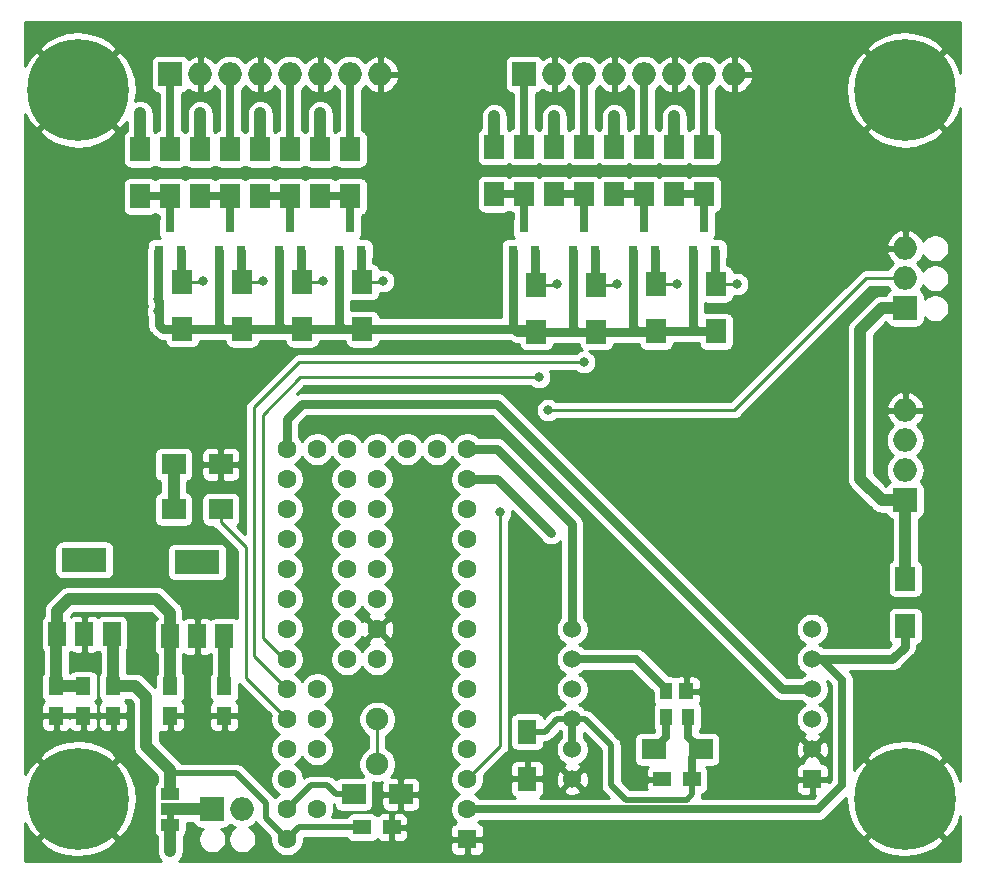
<source format=gtl>
G04 #@! TF.GenerationSoftware,KiCad,Pcbnew,(5.1.0)-1*
G04 #@! TF.CreationDate,2019-05-03T11:21:41+02:00*
G04 #@! TF.ProjectId,ArtNet_Node_WSLEDS,4172744e-6574-45f4-9e6f-64655f57534c,rev?*
G04 #@! TF.SameCoordinates,Original*
G04 #@! TF.FileFunction,Copper,L1,Top*
G04 #@! TF.FilePolarity,Positive*
%FSLAX46Y46*%
G04 Gerber Fmt 4.6, Leading zero omitted, Abs format (unit mm)*
G04 Created by KiCad (PCBNEW (5.1.0)-1) date 2019-05-03 11:21:41*
%MOMM*%
%LPD*%
G04 APERTURE LIST*
%ADD10C,0.100000*%
%ADD11C,1.600000*%
%ADD12R,1.600000X1.600000*%
%ADD13C,1.900000*%
%ADD14R,1.600000X2.000000*%
%ADD15R,2.000000X1.700000*%
%ADD16R,1.998980X1.998980*%
%ADD17O,1.998980X1.998980*%
%ADD18R,1.500000X1.000000*%
%ADD19R,0.800000X0.900000*%
%ADD20R,1.700000X2.000000*%
%ADD21R,1.524000X1.524000*%
%ADD22C,1.524000*%
%ADD23R,1.000000X1.400000*%
%ADD24R,1.200000X1.400000*%
%ADD25R,1.500000X2.000000*%
%ADD26R,3.800000X2.000000*%
%ADD27R,1.250000X1.500000*%
%ADD28C,8.600000*%
%ADD29R,1.500000X1.250000*%
%ADD30C,0.800000*%
%ADD31C,0.700000*%
%ADD32C,0.750000*%
%ADD33C,1.000000*%
%ADD34C,0.500000*%
%ADD35C,0.250000*%
%ADD36C,0.254000*%
G04 APERTURE END LIST*
D10*
G36*
X82504000Y-136790000D02*
G01*
X82504000Y-136290000D01*
X83104000Y-136290000D01*
X83104000Y-136790000D01*
X82504000Y-136790000D01*
G37*
D11*
X100330000Y-105410000D03*
X97790000Y-105410000D03*
X95250000Y-105410000D03*
X92710000Y-105410000D03*
X102870000Y-105410000D03*
X105410000Y-105410000D03*
X107950000Y-105410000D03*
X92710000Y-107950000D03*
X92710000Y-110490000D03*
X92710000Y-113030000D03*
X92710000Y-115570000D03*
X92710000Y-118110000D03*
X92710000Y-120650000D03*
X92710000Y-123190000D03*
X92710000Y-125730000D03*
X92710000Y-128270000D03*
X92710000Y-130810000D03*
X92710000Y-133350000D03*
X92710000Y-135890000D03*
X92710000Y-138430000D03*
X95250000Y-135890000D03*
X95250000Y-130810000D03*
X95250000Y-128270000D03*
X95250000Y-125730000D03*
X107950000Y-107950000D03*
X107950000Y-110490000D03*
X107950000Y-113030000D03*
X107950000Y-115570000D03*
X107950000Y-118110000D03*
X107950000Y-120650000D03*
X107950000Y-123190000D03*
X107950000Y-125730000D03*
X107950000Y-128270000D03*
X107950000Y-130810000D03*
X107950000Y-133350000D03*
X107950000Y-135890000D03*
D12*
X107950000Y-138430000D03*
D11*
X100330000Y-123190000D03*
X100330000Y-120650000D03*
X100330000Y-118110000D03*
X100330000Y-115570000D03*
X100330000Y-113030000D03*
X100330000Y-110490000D03*
X100330000Y-107950000D03*
X97790000Y-107950000D03*
X97790000Y-110490000D03*
X97790000Y-113030000D03*
X97790000Y-115570000D03*
X97790000Y-118110000D03*
X97790000Y-120650000D03*
X97790000Y-123190000D03*
D13*
X100330000Y-128270000D03*
X100330000Y-132080000D03*
D14*
X113030000Y-133318000D03*
X113030000Y-129318000D03*
D15*
X83090000Y-106680000D03*
X87090000Y-106680000D03*
D16*
X86360000Y-135890000D03*
D17*
X88900000Y-135890000D03*
X145034000Y-104648000D03*
X145034000Y-107188000D03*
D16*
X145034000Y-109728000D03*
D17*
X145034000Y-102108000D03*
X145034000Y-90932000D03*
D16*
X145034000Y-93472000D03*
D17*
X145034000Y-88392000D03*
X90424000Y-73660000D03*
D16*
X82804000Y-73660000D03*
D17*
X85344000Y-73660000D03*
X87884000Y-73660000D03*
X92964000Y-73660000D03*
X95504000Y-73660000D03*
X98044000Y-73660000D03*
X100584000Y-73660000D03*
X130556000Y-73660000D03*
X128016000Y-73660000D03*
X125476000Y-73660000D03*
X122936000Y-73660000D03*
X117856000Y-73660000D03*
X115316000Y-73660000D03*
D16*
X112776000Y-73660000D03*
D17*
X120396000Y-73660000D03*
D18*
X82804000Y-137190000D03*
X82804000Y-134590000D03*
X82804000Y-135890000D03*
D19*
X81854000Y-88630000D03*
X83754000Y-88630000D03*
X82804000Y-86630000D03*
X87884000Y-86630000D03*
X88834000Y-88630000D03*
X86934000Y-88630000D03*
X92014000Y-88630000D03*
X93914000Y-88630000D03*
X92964000Y-86630000D03*
X98044000Y-86630000D03*
X98994000Y-88630000D03*
X97094000Y-88630000D03*
X112776000Y-86630000D03*
X113726000Y-88630000D03*
X111826000Y-88630000D03*
X116906000Y-88630000D03*
X118806000Y-88630000D03*
X117856000Y-86630000D03*
X122936000Y-86630000D03*
X123886000Y-88630000D03*
X121986000Y-88630000D03*
X127066000Y-88630000D03*
X128966000Y-88630000D03*
X128016000Y-86630000D03*
D20*
X145034000Y-120364000D03*
X145034000Y-116364000D03*
X83820000Y-91218000D03*
X83820000Y-95218000D03*
X88900000Y-91250000D03*
X88900000Y-95250000D03*
X93980000Y-91250000D03*
X93980000Y-95250000D03*
X99060000Y-95250000D03*
X99060000Y-91250000D03*
X80264000Y-84010000D03*
X80264000Y-80010000D03*
X85344000Y-80010000D03*
X85344000Y-84010000D03*
X90424000Y-80010000D03*
X90424000Y-84010000D03*
X95504000Y-84010000D03*
X95504000Y-80010000D03*
X82804000Y-84010000D03*
X82804000Y-80010000D03*
X87884000Y-84010000D03*
X87884000Y-80010000D03*
X92964000Y-80010000D03*
X92964000Y-84010000D03*
X98044000Y-80010000D03*
X98044000Y-84010000D03*
X113792000Y-91472000D03*
X113792000Y-95472000D03*
X118872000Y-95472000D03*
X118872000Y-91472000D03*
X110236000Y-79820000D03*
X110236000Y-83820000D03*
X115316000Y-83820000D03*
X115316000Y-79820000D03*
X112776000Y-83820000D03*
X112776000Y-79820000D03*
X117856000Y-83820000D03*
X117856000Y-79820000D03*
X123952000Y-95440000D03*
X123952000Y-91440000D03*
X129032000Y-91440000D03*
X129032000Y-95440000D03*
X120396000Y-83820000D03*
X120396000Y-79820000D03*
X125476000Y-79820000D03*
X125476000Y-83820000D03*
X122936000Y-83820000D03*
X122936000Y-79820000D03*
X128016000Y-83820000D03*
X128016000Y-79820000D03*
D15*
X102330000Y-134620000D03*
X98330000Y-134620000D03*
X83090000Y-110490000D03*
X87090000Y-110490000D03*
X123730000Y-130810000D03*
X127730000Y-130810000D03*
D21*
X137160000Y-133350000D03*
D22*
X137160000Y-130810000D03*
X137160000Y-128270000D03*
X137160000Y-125730000D03*
X137160000Y-123190000D03*
X137160000Y-120650000D03*
X116840000Y-120650000D03*
X116840000Y-123190000D03*
X116840000Y-125730000D03*
X116840000Y-128270000D03*
X116840000Y-130810000D03*
X116840000Y-133350000D03*
D23*
X126680000Y-128100000D03*
X124780000Y-128100000D03*
X124780000Y-125900000D03*
D24*
X126500000Y-125900000D03*
D25*
X73245001Y-121075001D03*
X77845001Y-121075001D03*
X75545001Y-121075001D03*
D26*
X75545001Y-114775001D03*
D25*
X82790000Y-121260000D03*
X87390000Y-121260000D03*
X85090000Y-121260000D03*
D26*
X85090000Y-114960000D03*
D27*
X75438000Y-127996000D03*
X75438000Y-125496000D03*
D28*
X145000000Y-75000000D03*
X75000000Y-75000000D03*
X75000000Y-135000000D03*
X145000000Y-135000000D03*
D29*
X126980000Y-133350000D03*
X124480000Y-133350000D03*
X101580000Y-137414000D03*
X99080000Y-137414000D03*
D27*
X73152000Y-125496000D03*
X73152000Y-127996000D03*
X82804000Y-125496000D03*
X82804000Y-127996000D03*
X77978000Y-127976000D03*
X77978000Y-125476000D03*
X87376000Y-127996000D03*
X87376000Y-125496000D03*
D30*
X87390000Y-122922000D03*
X87390000Y-123938000D03*
X81788000Y-92710000D03*
X81788000Y-93726000D03*
X121158000Y-125476000D03*
X121158000Y-127254000D03*
X82804000Y-138430000D03*
X82804000Y-139446000D03*
X82804000Y-122936000D03*
X82804000Y-123952000D03*
X80264000Y-76962000D03*
X85344000Y-76962000D03*
X90424000Y-76962000D03*
X95504000Y-76962000D03*
X110236000Y-77216000D03*
X115316000Y-77216000D03*
X120396000Y-77216000D03*
X125476000Y-77216000D03*
X110744000Y-110744000D03*
X114808000Y-102108000D03*
X85598000Y-91186000D03*
X90678000Y-91186000D03*
X95758000Y-91186000D03*
X100838000Y-91186000D03*
X115570000Y-91440000D03*
X120650000Y-91440000D03*
X114046000Y-99314000D03*
X125730000Y-91440000D03*
X117856000Y-98044000D03*
X130810000Y-91440000D03*
X115062000Y-112522000D03*
D31*
X126680000Y-129760000D02*
X127730000Y-130810000D01*
X126680000Y-128100000D02*
X126680000Y-129760000D01*
X126980000Y-131560000D02*
X127730000Y-130810000D01*
X126980000Y-133350000D02*
X126980000Y-131560000D01*
X116840000Y-130810000D02*
X116840000Y-128270000D01*
D32*
X88868000Y-95218000D02*
X88900000Y-95250000D01*
X83820000Y-95218000D02*
X88868000Y-95218000D01*
X88900000Y-95250000D02*
X93980000Y-95250000D01*
X93980000Y-95250000D02*
X99060000Y-95250000D01*
X113792000Y-95472000D02*
X118872000Y-95472000D01*
X123920000Y-95472000D02*
X123952000Y-95440000D01*
X118872000Y-95472000D02*
X123920000Y-95472000D01*
X123952000Y-95440000D02*
X129032000Y-95440000D01*
X117272000Y-95472000D02*
X118872000Y-95472000D01*
X116906000Y-95106000D02*
X117272000Y-95472000D01*
X116906000Y-88630000D02*
X116906000Y-95106000D01*
X122352000Y-95440000D02*
X123952000Y-95440000D01*
X121986000Y-95074000D02*
X122352000Y-95440000D01*
X121986000Y-88630000D02*
X121986000Y-95074000D01*
X127432000Y-95440000D02*
X129032000Y-95440000D01*
X127066000Y-95074000D02*
X127432000Y-95440000D01*
X127066000Y-88630000D02*
X127066000Y-95074000D01*
X97460000Y-95250000D02*
X99060000Y-95250000D01*
X97094000Y-94884000D02*
X97460000Y-95250000D01*
X97094000Y-88630000D02*
X97094000Y-94884000D01*
X92380000Y-95250000D02*
X93980000Y-95250000D01*
X92014000Y-94884000D02*
X92380000Y-95250000D01*
X92014000Y-88630000D02*
X92014000Y-94884000D01*
X87300000Y-95250000D02*
X88900000Y-95250000D01*
X86934000Y-94884000D02*
X87300000Y-95250000D01*
X86934000Y-88630000D02*
X86934000Y-94884000D01*
X82220000Y-95218000D02*
X83820000Y-95218000D01*
X81854000Y-94852000D02*
X82220000Y-95218000D01*
X81788000Y-88630000D02*
X81788000Y-92898000D01*
X113570000Y-95250000D02*
X113792000Y-95472000D01*
X99060000Y-95250000D02*
X113570000Y-95250000D01*
X112192000Y-95472000D02*
X113792000Y-95472000D01*
X111826000Y-95106000D02*
X112192000Y-95472000D01*
X111826000Y-88630000D02*
X111826000Y-95106000D01*
D33*
X87390000Y-125482000D02*
X87376000Y-125496000D01*
X87390000Y-121260000D02*
X87390000Y-122922000D01*
X143034510Y-109728000D02*
X145034000Y-109728000D01*
X141224000Y-107917490D02*
X143034510Y-109728000D01*
X141224000Y-95282510D02*
X141224000Y-107917490D01*
X143034510Y-93472000D02*
X141224000Y-95282510D01*
X145034000Y-93472000D02*
X143034510Y-93472000D01*
X145034000Y-109728000D02*
X145034000Y-116364000D01*
X87390000Y-122922000D02*
X87390000Y-123938000D01*
X87390000Y-123938000D02*
X87390000Y-125482000D01*
D32*
X81854000Y-92898000D02*
X81854000Y-93914000D01*
X81854000Y-93914000D02*
X81854000Y-94852000D01*
D34*
X126980000Y-134640000D02*
X126980000Y-133350000D01*
X116840000Y-128270000D02*
X117917630Y-128270000D01*
X120142000Y-130494370D02*
X120142000Y-133858000D01*
X117917630Y-128270000D02*
X120142000Y-130494370D01*
X120142000Y-133858000D02*
X121373990Y-135089990D01*
X121373990Y-135089990D02*
X126530010Y-135089990D01*
X126530010Y-135089990D02*
X126980000Y-134640000D01*
X115570000Y-128270000D02*
X116840000Y-128270000D01*
X113030000Y-129318000D02*
X114522000Y-129318000D01*
X114522000Y-129318000D02*
X115570000Y-128270000D01*
D33*
X77978000Y-121208000D02*
X77845001Y-121075001D01*
X77978000Y-125476000D02*
X77978000Y-121208000D01*
D34*
X93726000Y-137414000D02*
X92710000Y-138430000D01*
X99080000Y-137414000D02*
X93726000Y-137414000D01*
X92710000Y-138430000D02*
X90932000Y-136652000D01*
X90932000Y-136652000D02*
X90932000Y-135382000D01*
X90932000Y-135382000D02*
X88392000Y-132842000D01*
X82804000Y-132842000D02*
X82550000Y-133096000D01*
X88392000Y-132842000D02*
X82804000Y-132842000D01*
D33*
X82804000Y-132588000D02*
X82804000Y-133096000D01*
X80772000Y-130556000D02*
X82804000Y-132588000D01*
X80772000Y-126391000D02*
X80772000Y-130556000D01*
X77978000Y-125476000D02*
X79857000Y-125476000D01*
X79857000Y-125476000D02*
X80772000Y-126391000D01*
X82804000Y-133096000D02*
X82804000Y-134590000D01*
X82790000Y-125482000D02*
X82804000Y-125496000D01*
X82790000Y-121260000D02*
X82790000Y-125482000D01*
X73152000Y-121168002D02*
X73245001Y-121075001D01*
X73152000Y-125496000D02*
X73152000Y-121168002D01*
X75438000Y-125496000D02*
X73152000Y-125496000D01*
X82790000Y-119260000D02*
X81640000Y-118110000D01*
X82790000Y-121260000D02*
X82790000Y-119260000D01*
X74210002Y-118110000D02*
X81640000Y-118110000D01*
X73245001Y-119075001D02*
X74210002Y-118110000D01*
X73245001Y-121075001D02*
X73245001Y-119075001D01*
X82804000Y-137160000D02*
X82804000Y-138400000D01*
X82804000Y-138430000D02*
X82804000Y-139446000D01*
X125476000Y-79820000D02*
X125476000Y-77820000D01*
X125476000Y-77820000D02*
X125476000Y-77216000D01*
X120396000Y-79820000D02*
X120396000Y-77820000D01*
X120396000Y-77820000D02*
X120396000Y-77216000D01*
X115316000Y-79820000D02*
X115316000Y-77820000D01*
X115316000Y-77820000D02*
X115316000Y-77216000D01*
X110236000Y-79820000D02*
X110236000Y-77216000D01*
X95504000Y-80010000D02*
X95504000Y-76962000D01*
X90424000Y-80010000D02*
X90424000Y-78010000D01*
X90424000Y-78010000D02*
X90424000Y-76962000D01*
X85344000Y-80010000D02*
X85344000Y-78010000D01*
X85344000Y-78010000D02*
X85344000Y-76962000D01*
X80264000Y-80010000D02*
X80264000Y-78010000D01*
X80264000Y-78010000D02*
X80264000Y-76962000D01*
X80264000Y-76962000D02*
X80264000Y-76962000D01*
X85344000Y-76962000D02*
X85344000Y-76962000D01*
X90424000Y-76962000D02*
X90424000Y-76962000D01*
X95504000Y-76962000D02*
X95504000Y-76962000D01*
X110236000Y-77216000D02*
X110236000Y-77216000D01*
X115316000Y-77216000D02*
X115316000Y-77216000D01*
X120396000Y-77216000D02*
X120396000Y-77216000D01*
X125476000Y-77216000D02*
X125476000Y-77216000D01*
X83090000Y-110490000D02*
X83090000Y-106680000D01*
X86360000Y-135890000D02*
X82550000Y-135890000D01*
D35*
X107950000Y-133350000D02*
X110744000Y-130556000D01*
X110744000Y-130556000D02*
X110744000Y-110744000D01*
X110744000Y-110744000D02*
X110744000Y-110744000D01*
X129286000Y-102108000D02*
X114808000Y-102108000D01*
X130556000Y-102108000D02*
X129286000Y-102108000D01*
X145034000Y-90932000D02*
X141732000Y-90932000D01*
X141732000Y-90932000D02*
X130556000Y-102108000D01*
D31*
X82804000Y-80010000D02*
X82804000Y-73660000D01*
X87884000Y-80010000D02*
X87884000Y-73660000D01*
X92964000Y-80010000D02*
X92964000Y-73660000D01*
X98044000Y-80010000D02*
X98044000Y-73660000D01*
X128016000Y-79820000D02*
X128016000Y-73660000D01*
X122936000Y-79820000D02*
X122936000Y-73660000D01*
X117856000Y-79820000D02*
X117856000Y-73660000D01*
X112776000Y-79820000D02*
X112776000Y-73660000D01*
D32*
X83754000Y-91152000D02*
X83820000Y-91218000D01*
X83754000Y-88630000D02*
X83754000Y-91152000D01*
D35*
X85566000Y-91218000D02*
X85598000Y-91186000D01*
X83820000Y-91218000D02*
X85566000Y-91218000D01*
D31*
X80264000Y-84010000D02*
X82804000Y-84010000D01*
X82804000Y-84010000D02*
X82804000Y-86630000D01*
X85344000Y-84010000D02*
X87884000Y-84010000D01*
X87884000Y-84010000D02*
X87884000Y-86630000D01*
D32*
X88834000Y-91184000D02*
X88900000Y-91250000D01*
X88834000Y-88630000D02*
X88834000Y-91184000D01*
D35*
X90614000Y-91250000D02*
X90678000Y-91186000D01*
X88900000Y-91250000D02*
X90614000Y-91250000D01*
D32*
X93914000Y-91184000D02*
X93980000Y-91250000D01*
X93914000Y-88630000D02*
X93914000Y-91184000D01*
D35*
X95694000Y-91250000D02*
X95758000Y-91186000D01*
X93980000Y-91250000D02*
X95694000Y-91250000D01*
D31*
X90424000Y-84010000D02*
X92964000Y-84010000D01*
X92964000Y-84010000D02*
X92964000Y-86630000D01*
X95504000Y-84010000D02*
X98044000Y-84010000D01*
X98044000Y-84010000D02*
X98044000Y-86630000D01*
D32*
X98994000Y-91184000D02*
X99060000Y-91250000D01*
X98994000Y-88630000D02*
X98994000Y-91184000D01*
D35*
X100774000Y-91250000D02*
X100838000Y-91186000D01*
X99060000Y-91250000D02*
X100774000Y-91250000D01*
D31*
X110236000Y-83820000D02*
X112776000Y-83820000D01*
X112776000Y-86630000D02*
X112776000Y-83820000D01*
D32*
X113726000Y-91406000D02*
X113792000Y-91472000D01*
X113726000Y-88630000D02*
X113726000Y-91406000D01*
D35*
X115538000Y-91472000D02*
X115570000Y-91440000D01*
X113792000Y-91472000D02*
X115538000Y-91472000D01*
D32*
X118806000Y-91406000D02*
X118872000Y-91472000D01*
X118806000Y-88630000D02*
X118806000Y-91406000D01*
D35*
X120618000Y-91472000D02*
X120650000Y-91440000D01*
X118872000Y-91472000D02*
X120618000Y-91472000D01*
X90678000Y-121412000D02*
X92456000Y-123190000D01*
X90678000Y-102473924D02*
X90678000Y-121412000D01*
X114046000Y-99314000D02*
X93837924Y-99314000D01*
X93837924Y-99314000D02*
X90678000Y-102473924D01*
D31*
X115316000Y-83820000D02*
X117856000Y-83820000D01*
X117856000Y-86630000D02*
X117856000Y-83820000D01*
X120396000Y-83820000D02*
X122936000Y-83820000D01*
X122936000Y-86630000D02*
X122936000Y-83820000D01*
D32*
X123886000Y-91374000D02*
X123952000Y-91440000D01*
X123886000Y-88630000D02*
X123886000Y-91374000D01*
D35*
X123952000Y-91440000D02*
X125730000Y-91440000D01*
X89916000Y-122936000D02*
X92710000Y-125730000D01*
X89916000Y-101854000D02*
X89916000Y-122936000D01*
X117856000Y-98044000D02*
X93726000Y-98044000D01*
X93726000Y-98044000D02*
X89916000Y-101854000D01*
D32*
X128966000Y-91374000D02*
X129032000Y-91440000D01*
X128966000Y-88630000D02*
X128966000Y-91374000D01*
D35*
X129032000Y-91440000D02*
X130810000Y-91440000D01*
D31*
X125476000Y-83820000D02*
X128016000Y-83820000D01*
X128016000Y-83820000D02*
X128016000Y-86630000D01*
D32*
X138237630Y-123190000D02*
X137160000Y-123190000D01*
X143958000Y-123190000D02*
X138237630Y-123190000D01*
X145034000Y-122114000D02*
X143958000Y-123190000D01*
X145034000Y-120364000D02*
X145034000Y-122114000D01*
D31*
X137922000Y-123190000D02*
X137160000Y-123190000D01*
X139700000Y-124968000D02*
X137922000Y-123190000D01*
X139700000Y-133858000D02*
X139700000Y-124968000D01*
X107950000Y-135890000D02*
X137668000Y-135890000D01*
X137668000Y-135890000D02*
X139700000Y-133858000D01*
D34*
X94742000Y-133858000D02*
X92710000Y-135890000D01*
X96068000Y-133858000D02*
X94742000Y-133858000D01*
X96830000Y-134620000D02*
X96068000Y-133858000D01*
X98330000Y-134620000D02*
X96830000Y-134620000D01*
D35*
X87090000Y-111590000D02*
X87090000Y-110490000D01*
X89211990Y-113711990D02*
X87090000Y-111590000D01*
X89211990Y-124771990D02*
X89211990Y-113711990D01*
X92710000Y-128270000D02*
X89211990Y-124771990D01*
D31*
X124780000Y-129760000D02*
X123730000Y-130810000D01*
X124780000Y-128100000D02*
X124780000Y-129760000D01*
D32*
X107950000Y-107950000D02*
X110490000Y-107950000D01*
X110490000Y-107950000D02*
X115062000Y-112522000D01*
X115062000Y-112522000D02*
X115062000Y-112522000D01*
X92710000Y-105410000D02*
X92710000Y-102870000D01*
X92710000Y-102870000D02*
X93980000Y-101600000D01*
X93980000Y-101600000D02*
X109856410Y-101600000D01*
X109856410Y-101600000D02*
X110490000Y-101600000D01*
X110490000Y-101600000D02*
X134620000Y-125730000D01*
X137160000Y-125730000D02*
X134620000Y-125730000D01*
X116840000Y-111760000D02*
X116840000Y-120650000D01*
X107950000Y-105410000D02*
X110490000Y-105410000D01*
X110490000Y-105410000D02*
X116840000Y-111760000D01*
D31*
X124780000Y-125700000D02*
X124780000Y-125900000D01*
X122270000Y-123190000D02*
X124780000Y-125700000D01*
X116840000Y-123190000D02*
X122270000Y-123190000D01*
D35*
X100330000Y-128270000D02*
X100330000Y-132080000D01*
D36*
G36*
X149708000Y-73515527D02*
G01*
X149606893Y-73165062D01*
X149160394Y-72301560D01*
X149085149Y-72188946D01*
X148482818Y-71696787D01*
X145179605Y-75000000D01*
X148482818Y-78303213D01*
X149085149Y-77811054D01*
X149555063Y-76960067D01*
X149708000Y-76479621D01*
X149708001Y-133515530D01*
X149606893Y-133165062D01*
X149160394Y-132301560D01*
X149085149Y-132188946D01*
X148482818Y-131696787D01*
X145179605Y-135000000D01*
X148482818Y-138303213D01*
X149085149Y-137811054D01*
X149555063Y-136960067D01*
X149708001Y-136479618D01*
X149708001Y-140310000D01*
X83540323Y-140310000D01*
X83610449Y-140252449D01*
X83752284Y-140079623D01*
X83857676Y-139882447D01*
X83922577Y-139668499D01*
X83939000Y-139501752D01*
X83939000Y-138195501D01*
X84005185Y-138141185D01*
X84084537Y-138044494D01*
X84143502Y-137934180D01*
X84179812Y-137814482D01*
X84192072Y-137690000D01*
X84192072Y-137025000D01*
X84738043Y-137025000D01*
X84771008Y-137133670D01*
X84829973Y-137243984D01*
X84909325Y-137340675D01*
X85006016Y-137420027D01*
X85116330Y-137478992D01*
X85236028Y-137515302D01*
X85360510Y-137527562D01*
X85586594Y-137527562D01*
X85439550Y-137674606D01*
X85309866Y-137868692D01*
X85220539Y-138084348D01*
X85175000Y-138313288D01*
X85175000Y-138546712D01*
X85220539Y-138775652D01*
X85309866Y-138991308D01*
X85439550Y-139185394D01*
X85604606Y-139350450D01*
X85798692Y-139480134D01*
X86014348Y-139569461D01*
X86243288Y-139615000D01*
X86476712Y-139615000D01*
X86705652Y-139569461D01*
X86921308Y-139480134D01*
X87115394Y-139350450D01*
X87280450Y-139185394D01*
X87410134Y-138991308D01*
X87499461Y-138775652D01*
X87545000Y-138546712D01*
X87545000Y-138313288D01*
X87499461Y-138084348D01*
X87410134Y-137868692D01*
X87280450Y-137674606D01*
X87133406Y-137527562D01*
X87359490Y-137527562D01*
X87483972Y-137515302D01*
X87603670Y-137478992D01*
X87713984Y-137420027D01*
X87810675Y-137340675D01*
X87890027Y-137243984D01*
X87917402Y-137192770D01*
X87940275Y-137213064D01*
X88216833Y-137374875D01*
X88302046Y-137404352D01*
X88144606Y-137509550D01*
X87979550Y-137674606D01*
X87849866Y-137868692D01*
X87760539Y-138084348D01*
X87715000Y-138313288D01*
X87715000Y-138546712D01*
X87760539Y-138775652D01*
X87849866Y-138991308D01*
X87979550Y-139185394D01*
X88144606Y-139350450D01*
X88338692Y-139480134D01*
X88554348Y-139569461D01*
X88783288Y-139615000D01*
X89016712Y-139615000D01*
X89245652Y-139569461D01*
X89461308Y-139480134D01*
X89655394Y-139350450D01*
X89820450Y-139185394D01*
X89950134Y-138991308D01*
X90039461Y-138775652D01*
X90085000Y-138546712D01*
X90085000Y-138313288D01*
X90039461Y-138084348D01*
X89950134Y-137868692D01*
X89820450Y-137674606D01*
X89655394Y-137509550D01*
X89497954Y-137404352D01*
X89583167Y-137374875D01*
X89859725Y-137213064D01*
X90099401Y-137000409D01*
X90109019Y-136987723D01*
X90110411Y-136992312D01*
X90192589Y-137146058D01*
X90303183Y-137280817D01*
X90336956Y-137308534D01*
X91281983Y-138253561D01*
X91275000Y-138288665D01*
X91275000Y-138571335D01*
X91330147Y-138848574D01*
X91438320Y-139109727D01*
X91595363Y-139344759D01*
X91795241Y-139544637D01*
X92030273Y-139701680D01*
X92291426Y-139809853D01*
X92568665Y-139865000D01*
X92851335Y-139865000D01*
X93128574Y-139809853D01*
X93389727Y-139701680D01*
X93624759Y-139544637D01*
X93824637Y-139344759D01*
X93901316Y-139230000D01*
X106511928Y-139230000D01*
X106524188Y-139354482D01*
X106560498Y-139474180D01*
X106619463Y-139584494D01*
X106698815Y-139681185D01*
X106795506Y-139760537D01*
X106905820Y-139819502D01*
X107025518Y-139855812D01*
X107150000Y-139868072D01*
X107664250Y-139865000D01*
X107823000Y-139706250D01*
X107823000Y-138557000D01*
X108077000Y-138557000D01*
X108077000Y-139706250D01*
X108235750Y-139865000D01*
X108750000Y-139868072D01*
X108874482Y-139855812D01*
X108994180Y-139819502D01*
X109104494Y-139760537D01*
X109201185Y-139681185D01*
X109280537Y-139584494D01*
X109339502Y-139474180D01*
X109375812Y-139354482D01*
X109388072Y-139230000D01*
X109385000Y-138715750D01*
X109226250Y-138557000D01*
X108077000Y-138557000D01*
X107823000Y-138557000D01*
X106673750Y-138557000D01*
X106515000Y-138715750D01*
X106511928Y-139230000D01*
X93901316Y-139230000D01*
X93981680Y-139109727D01*
X94089853Y-138848574D01*
X94145000Y-138571335D01*
X94145000Y-138299000D01*
X97748954Y-138299000D01*
X97799463Y-138393494D01*
X97878815Y-138490185D01*
X97975506Y-138569537D01*
X98085820Y-138628502D01*
X98205518Y-138664812D01*
X98330000Y-138677072D01*
X99830000Y-138677072D01*
X99954482Y-138664812D01*
X100074180Y-138628502D01*
X100184494Y-138569537D01*
X100281185Y-138490185D01*
X100330000Y-138430704D01*
X100378815Y-138490185D01*
X100475506Y-138569537D01*
X100585820Y-138628502D01*
X100705518Y-138664812D01*
X100830000Y-138677072D01*
X101294250Y-138674000D01*
X101453000Y-138515250D01*
X101453000Y-137541000D01*
X101707000Y-137541000D01*
X101707000Y-138515250D01*
X101865750Y-138674000D01*
X102330000Y-138677072D01*
X102454482Y-138664812D01*
X102574180Y-138628502D01*
X102684494Y-138569537D01*
X102781185Y-138490185D01*
X102787230Y-138482818D01*
X141696787Y-138482818D01*
X142188946Y-139085149D01*
X143039933Y-139555063D01*
X143966243Y-139849929D01*
X144932281Y-139958414D01*
X145900921Y-139876351D01*
X146834938Y-139606893D01*
X147698440Y-139160394D01*
X147811054Y-139085149D01*
X148303213Y-138482818D01*
X145000000Y-135179605D01*
X141696787Y-138482818D01*
X102787230Y-138482818D01*
X102860537Y-138393494D01*
X102919502Y-138283180D01*
X102955812Y-138163482D01*
X102968072Y-138039000D01*
X102965000Y-137699750D01*
X102806250Y-137541000D01*
X101707000Y-137541000D01*
X101453000Y-137541000D01*
X101433000Y-137541000D01*
X101433000Y-137287000D01*
X101453000Y-137287000D01*
X101453000Y-136312750D01*
X101707000Y-136312750D01*
X101707000Y-137287000D01*
X102806250Y-137287000D01*
X102965000Y-137128250D01*
X102968072Y-136789000D01*
X102955812Y-136664518D01*
X102919502Y-136544820D01*
X102860537Y-136434506D01*
X102781185Y-136337815D01*
X102684494Y-136258463D01*
X102574180Y-136199498D01*
X102454482Y-136163188D01*
X102330000Y-136150928D01*
X101865750Y-136154000D01*
X101707000Y-136312750D01*
X101453000Y-136312750D01*
X101294250Y-136154000D01*
X100830000Y-136150928D01*
X100705518Y-136163188D01*
X100585820Y-136199498D01*
X100475506Y-136258463D01*
X100378815Y-136337815D01*
X100330000Y-136397296D01*
X100281185Y-136337815D01*
X100184494Y-136258463D01*
X100074180Y-136199498D01*
X99954482Y-136163188D01*
X99830000Y-136150928D01*
X98330000Y-136150928D01*
X98205518Y-136163188D01*
X98085820Y-136199498D01*
X97975506Y-136258463D01*
X97878815Y-136337815D01*
X97799463Y-136434506D01*
X97748954Y-136529000D01*
X96538550Y-136529000D01*
X96629853Y-136308574D01*
X96685000Y-136031335D01*
X96685000Y-135748665D01*
X96632538Y-135484923D01*
X96656510Y-135492195D01*
X96694482Y-135495935D01*
X96704188Y-135594482D01*
X96740498Y-135714180D01*
X96799463Y-135824494D01*
X96878815Y-135921185D01*
X96975506Y-136000537D01*
X97085820Y-136059502D01*
X97205518Y-136095812D01*
X97330000Y-136108072D01*
X99330000Y-136108072D01*
X99454482Y-136095812D01*
X99574180Y-136059502D01*
X99684494Y-136000537D01*
X99781185Y-135921185D01*
X99860537Y-135824494D01*
X99919502Y-135714180D01*
X99955812Y-135594482D01*
X99968072Y-135470000D01*
X100691928Y-135470000D01*
X100704188Y-135594482D01*
X100740498Y-135714180D01*
X100799463Y-135824494D01*
X100878815Y-135921185D01*
X100975506Y-136000537D01*
X101085820Y-136059502D01*
X101205518Y-136095812D01*
X101330000Y-136108072D01*
X102044250Y-136105000D01*
X102203000Y-135946250D01*
X102203000Y-134747000D01*
X102457000Y-134747000D01*
X102457000Y-135946250D01*
X102615750Y-136105000D01*
X103330000Y-136108072D01*
X103454482Y-136095812D01*
X103574180Y-136059502D01*
X103684494Y-136000537D01*
X103781185Y-135921185D01*
X103860537Y-135824494D01*
X103919502Y-135714180D01*
X103955812Y-135594482D01*
X103968072Y-135470000D01*
X103965000Y-134905750D01*
X103806250Y-134747000D01*
X102457000Y-134747000D01*
X102203000Y-134747000D01*
X100853750Y-134747000D01*
X100695000Y-134905750D01*
X100691928Y-135470000D01*
X99968072Y-135470000D01*
X99968072Y-133770000D01*
X99955812Y-133645518D01*
X99948097Y-133620087D01*
X100173891Y-133665000D01*
X100486109Y-133665000D01*
X100711903Y-133620087D01*
X100704188Y-133645518D01*
X100691928Y-133770000D01*
X100695000Y-134334250D01*
X100853750Y-134493000D01*
X102203000Y-134493000D01*
X102203000Y-133293750D01*
X102457000Y-133293750D01*
X102457000Y-134493000D01*
X103806250Y-134493000D01*
X103965000Y-134334250D01*
X103968072Y-133770000D01*
X103955812Y-133645518D01*
X103919502Y-133525820D01*
X103860537Y-133415506D01*
X103781185Y-133318815D01*
X103684494Y-133239463D01*
X103574180Y-133180498D01*
X103454482Y-133144188D01*
X103330000Y-133131928D01*
X102615750Y-133135000D01*
X102457000Y-133293750D01*
X102203000Y-133293750D01*
X102044250Y-133135000D01*
X101518789Y-133132740D01*
X101561150Y-133090379D01*
X101734609Y-132830779D01*
X101854089Y-132542327D01*
X101915000Y-132236109D01*
X101915000Y-131923891D01*
X101854089Y-131617673D01*
X101734609Y-131329221D01*
X101561150Y-131069621D01*
X101340379Y-130848850D01*
X101090000Y-130681552D01*
X101090000Y-129668448D01*
X101340379Y-129501150D01*
X101561150Y-129280379D01*
X101734609Y-129020779D01*
X101854089Y-128732327D01*
X101915000Y-128426109D01*
X101915000Y-128113891D01*
X101854089Y-127807673D01*
X101734609Y-127519221D01*
X101561150Y-127259621D01*
X101340379Y-127038850D01*
X101080779Y-126865391D01*
X100792327Y-126745911D01*
X100486109Y-126685000D01*
X100173891Y-126685000D01*
X99867673Y-126745911D01*
X99579221Y-126865391D01*
X99319621Y-127038850D01*
X99098850Y-127259621D01*
X98925391Y-127519221D01*
X98805911Y-127807673D01*
X98745000Y-128113891D01*
X98745000Y-128426109D01*
X98805911Y-128732327D01*
X98925391Y-129020779D01*
X99098850Y-129280379D01*
X99319621Y-129501150D01*
X99570000Y-129668448D01*
X99570001Y-130681552D01*
X99319621Y-130848850D01*
X99098850Y-131069621D01*
X98925391Y-131329221D01*
X98805911Y-131617673D01*
X98745000Y-131923891D01*
X98745000Y-132236109D01*
X98805911Y-132542327D01*
X98925391Y-132830779D01*
X99098850Y-133090379D01*
X99140399Y-133131928D01*
X97330000Y-133131928D01*
X97205518Y-133144188D01*
X97085820Y-133180498D01*
X96975506Y-133239463D01*
X96878815Y-133318815D01*
X96834451Y-133372873D01*
X96724534Y-133262956D01*
X96696817Y-133229183D01*
X96562059Y-133118589D01*
X96408313Y-133036411D01*
X96241490Y-132985805D01*
X96111477Y-132973000D01*
X96111469Y-132973000D01*
X96068000Y-132968719D01*
X96024531Y-132973000D01*
X94785469Y-132973000D01*
X94742000Y-132968719D01*
X94698531Y-132973000D01*
X94698523Y-132973000D01*
X94583306Y-132984348D01*
X94568509Y-132985805D01*
X94517903Y-133001157D01*
X94401687Y-133036411D01*
X94247941Y-133118589D01*
X94247939Y-133118590D01*
X94247940Y-133118590D01*
X94146953Y-133201468D01*
X94146951Y-133201470D01*
X94144043Y-133203856D01*
X94089853Y-132931426D01*
X93981680Y-132670273D01*
X93824637Y-132435241D01*
X93624759Y-132235363D01*
X93392241Y-132080000D01*
X93624759Y-131924637D01*
X93824637Y-131724759D01*
X93980000Y-131492241D01*
X94135363Y-131724759D01*
X94335241Y-131924637D01*
X94570273Y-132081680D01*
X94831426Y-132189853D01*
X95108665Y-132245000D01*
X95391335Y-132245000D01*
X95668574Y-132189853D01*
X95929727Y-132081680D01*
X96164759Y-131924637D01*
X96364637Y-131724759D01*
X96521680Y-131489727D01*
X96629853Y-131228574D01*
X96685000Y-130951335D01*
X96685000Y-130668665D01*
X96629853Y-130391426D01*
X96521680Y-130130273D01*
X96364637Y-129895241D01*
X96164759Y-129695363D01*
X95932241Y-129540000D01*
X96164759Y-129384637D01*
X96364637Y-129184759D01*
X96521680Y-128949727D01*
X96629853Y-128688574D01*
X96685000Y-128411335D01*
X96685000Y-128128665D01*
X96629853Y-127851426D01*
X96521680Y-127590273D01*
X96364637Y-127355241D01*
X96164759Y-127155363D01*
X95932241Y-127000000D01*
X96164759Y-126844637D01*
X96364637Y-126644759D01*
X96521680Y-126409727D01*
X96629853Y-126148574D01*
X96685000Y-125871335D01*
X96685000Y-125588665D01*
X96629853Y-125311426D01*
X96521680Y-125050273D01*
X96364637Y-124815241D01*
X96164759Y-124615363D01*
X95929727Y-124458320D01*
X95668574Y-124350147D01*
X95391335Y-124295000D01*
X95108665Y-124295000D01*
X94831426Y-124350147D01*
X94570273Y-124458320D01*
X94335241Y-124615363D01*
X94135363Y-124815241D01*
X93980000Y-125047759D01*
X93824637Y-124815241D01*
X93624759Y-124615363D01*
X93392241Y-124460000D01*
X93624759Y-124304637D01*
X93824637Y-124104759D01*
X93981680Y-123869727D01*
X94089853Y-123608574D01*
X94145000Y-123331335D01*
X94145000Y-123048665D01*
X94089853Y-122771426D01*
X93981680Y-122510273D01*
X93824637Y-122275241D01*
X93624759Y-122075363D01*
X93392241Y-121920000D01*
X93624759Y-121764637D01*
X93824637Y-121564759D01*
X93981680Y-121329727D01*
X94089853Y-121068574D01*
X94145000Y-120791335D01*
X94145000Y-120508665D01*
X94089853Y-120231426D01*
X93981680Y-119970273D01*
X93824637Y-119735241D01*
X93624759Y-119535363D01*
X93392241Y-119380000D01*
X93624759Y-119224637D01*
X93824637Y-119024759D01*
X93981680Y-118789727D01*
X94089853Y-118528574D01*
X94145000Y-118251335D01*
X94145000Y-117968665D01*
X94089853Y-117691426D01*
X93981680Y-117430273D01*
X93824637Y-117195241D01*
X93624759Y-116995363D01*
X93392241Y-116840000D01*
X93624759Y-116684637D01*
X93824637Y-116484759D01*
X93981680Y-116249727D01*
X94089853Y-115988574D01*
X94145000Y-115711335D01*
X94145000Y-115428665D01*
X94089853Y-115151426D01*
X93981680Y-114890273D01*
X93824637Y-114655241D01*
X93624759Y-114455363D01*
X93392241Y-114300000D01*
X93624759Y-114144637D01*
X93824637Y-113944759D01*
X93981680Y-113709727D01*
X94089853Y-113448574D01*
X94145000Y-113171335D01*
X94145000Y-112888665D01*
X94089853Y-112611426D01*
X93981680Y-112350273D01*
X93824637Y-112115241D01*
X93624759Y-111915363D01*
X93392241Y-111760000D01*
X93624759Y-111604637D01*
X93824637Y-111404759D01*
X93981680Y-111169727D01*
X94089853Y-110908574D01*
X94145000Y-110631335D01*
X94145000Y-110348665D01*
X94089853Y-110071426D01*
X93981680Y-109810273D01*
X93824637Y-109575241D01*
X93624759Y-109375363D01*
X93392241Y-109220000D01*
X93624759Y-109064637D01*
X93824637Y-108864759D01*
X93981680Y-108629727D01*
X94089853Y-108368574D01*
X94145000Y-108091335D01*
X94145000Y-107808665D01*
X94089853Y-107531426D01*
X93981680Y-107270273D01*
X93824637Y-107035241D01*
X93624759Y-106835363D01*
X93392241Y-106680000D01*
X93624759Y-106524637D01*
X93824637Y-106324759D01*
X93980000Y-106092241D01*
X94135363Y-106324759D01*
X94335241Y-106524637D01*
X94570273Y-106681680D01*
X94831426Y-106789853D01*
X95108665Y-106845000D01*
X95391335Y-106845000D01*
X95668574Y-106789853D01*
X95929727Y-106681680D01*
X96164759Y-106524637D01*
X96364637Y-106324759D01*
X96520000Y-106092241D01*
X96675363Y-106324759D01*
X96875241Y-106524637D01*
X97107759Y-106680000D01*
X96875241Y-106835363D01*
X96675363Y-107035241D01*
X96518320Y-107270273D01*
X96410147Y-107531426D01*
X96355000Y-107808665D01*
X96355000Y-108091335D01*
X96410147Y-108368574D01*
X96518320Y-108629727D01*
X96675363Y-108864759D01*
X96875241Y-109064637D01*
X97107759Y-109220000D01*
X96875241Y-109375363D01*
X96675363Y-109575241D01*
X96518320Y-109810273D01*
X96410147Y-110071426D01*
X96355000Y-110348665D01*
X96355000Y-110631335D01*
X96410147Y-110908574D01*
X96518320Y-111169727D01*
X96675363Y-111404759D01*
X96875241Y-111604637D01*
X97107759Y-111760000D01*
X96875241Y-111915363D01*
X96675363Y-112115241D01*
X96518320Y-112350273D01*
X96410147Y-112611426D01*
X96355000Y-112888665D01*
X96355000Y-113171335D01*
X96410147Y-113448574D01*
X96518320Y-113709727D01*
X96675363Y-113944759D01*
X96875241Y-114144637D01*
X97107759Y-114300000D01*
X96875241Y-114455363D01*
X96675363Y-114655241D01*
X96518320Y-114890273D01*
X96410147Y-115151426D01*
X96355000Y-115428665D01*
X96355000Y-115711335D01*
X96410147Y-115988574D01*
X96518320Y-116249727D01*
X96675363Y-116484759D01*
X96875241Y-116684637D01*
X97107759Y-116840000D01*
X96875241Y-116995363D01*
X96675363Y-117195241D01*
X96518320Y-117430273D01*
X96410147Y-117691426D01*
X96355000Y-117968665D01*
X96355000Y-118251335D01*
X96410147Y-118528574D01*
X96518320Y-118789727D01*
X96675363Y-119024759D01*
X96875241Y-119224637D01*
X97107759Y-119380000D01*
X96875241Y-119535363D01*
X96675363Y-119735241D01*
X96518320Y-119970273D01*
X96410147Y-120231426D01*
X96355000Y-120508665D01*
X96355000Y-120791335D01*
X96410147Y-121068574D01*
X96518320Y-121329727D01*
X96675363Y-121564759D01*
X96875241Y-121764637D01*
X97107759Y-121920000D01*
X96875241Y-122075363D01*
X96675363Y-122275241D01*
X96518320Y-122510273D01*
X96410147Y-122771426D01*
X96355000Y-123048665D01*
X96355000Y-123331335D01*
X96410147Y-123608574D01*
X96518320Y-123869727D01*
X96675363Y-124104759D01*
X96875241Y-124304637D01*
X97110273Y-124461680D01*
X97371426Y-124569853D01*
X97648665Y-124625000D01*
X97931335Y-124625000D01*
X98208574Y-124569853D01*
X98469727Y-124461680D01*
X98704759Y-124304637D01*
X98904637Y-124104759D01*
X99060000Y-123872241D01*
X99215363Y-124104759D01*
X99415241Y-124304637D01*
X99650273Y-124461680D01*
X99911426Y-124569853D01*
X100188665Y-124625000D01*
X100471335Y-124625000D01*
X100748574Y-124569853D01*
X101009727Y-124461680D01*
X101244759Y-124304637D01*
X101444637Y-124104759D01*
X101601680Y-123869727D01*
X101709853Y-123608574D01*
X101765000Y-123331335D01*
X101765000Y-123048665D01*
X101709853Y-122771426D01*
X101601680Y-122510273D01*
X101444637Y-122275241D01*
X101244759Y-122075363D01*
X101010872Y-121919085D01*
X101071514Y-121886671D01*
X101143097Y-121642702D01*
X100330000Y-120829605D01*
X99516903Y-121642702D01*
X99588486Y-121886671D01*
X99652992Y-121917194D01*
X99650273Y-121918320D01*
X99415241Y-122075363D01*
X99215363Y-122275241D01*
X99060000Y-122507759D01*
X98904637Y-122275241D01*
X98704759Y-122075363D01*
X98472241Y-121920000D01*
X98704759Y-121764637D01*
X98904637Y-121564759D01*
X99060915Y-121330872D01*
X99093329Y-121391514D01*
X99337298Y-121463097D01*
X100150395Y-120650000D01*
X100509605Y-120650000D01*
X101322702Y-121463097D01*
X101566671Y-121391514D01*
X101687571Y-121136004D01*
X101756300Y-120861816D01*
X101770217Y-120579488D01*
X101728787Y-120299870D01*
X101633603Y-120033708D01*
X101566671Y-119908486D01*
X101322702Y-119836903D01*
X100509605Y-120650000D01*
X100150395Y-120650000D01*
X99337298Y-119836903D01*
X99093329Y-119908486D01*
X99062806Y-119972992D01*
X99061680Y-119970273D01*
X98904637Y-119735241D01*
X98704759Y-119535363D01*
X98472241Y-119380000D01*
X98704759Y-119224637D01*
X98904637Y-119024759D01*
X99060000Y-118792241D01*
X99215363Y-119024759D01*
X99415241Y-119224637D01*
X99649128Y-119380915D01*
X99588486Y-119413329D01*
X99516903Y-119657298D01*
X100330000Y-120470395D01*
X101143097Y-119657298D01*
X101071514Y-119413329D01*
X101007008Y-119382806D01*
X101009727Y-119381680D01*
X101244759Y-119224637D01*
X101444637Y-119024759D01*
X101601680Y-118789727D01*
X101709853Y-118528574D01*
X101765000Y-118251335D01*
X101765000Y-117968665D01*
X101709853Y-117691426D01*
X101601680Y-117430273D01*
X101444637Y-117195241D01*
X101244759Y-116995363D01*
X101012241Y-116840000D01*
X101244759Y-116684637D01*
X101444637Y-116484759D01*
X101601680Y-116249727D01*
X101709853Y-115988574D01*
X101765000Y-115711335D01*
X101765000Y-115428665D01*
X101709853Y-115151426D01*
X101601680Y-114890273D01*
X101444637Y-114655241D01*
X101244759Y-114455363D01*
X101012241Y-114300000D01*
X101244759Y-114144637D01*
X101444637Y-113944759D01*
X101601680Y-113709727D01*
X101709853Y-113448574D01*
X101765000Y-113171335D01*
X101765000Y-112888665D01*
X101709853Y-112611426D01*
X101601680Y-112350273D01*
X101444637Y-112115241D01*
X101244759Y-111915363D01*
X101012241Y-111760000D01*
X101244759Y-111604637D01*
X101444637Y-111404759D01*
X101601680Y-111169727D01*
X101709853Y-110908574D01*
X101765000Y-110631335D01*
X101765000Y-110348665D01*
X101709853Y-110071426D01*
X101601680Y-109810273D01*
X101444637Y-109575241D01*
X101244759Y-109375363D01*
X101012241Y-109220000D01*
X101244759Y-109064637D01*
X101444637Y-108864759D01*
X101601680Y-108629727D01*
X101709853Y-108368574D01*
X101765000Y-108091335D01*
X101765000Y-107808665D01*
X101709853Y-107531426D01*
X101601680Y-107270273D01*
X101444637Y-107035241D01*
X101244759Y-106835363D01*
X101012241Y-106680000D01*
X101244759Y-106524637D01*
X101444637Y-106324759D01*
X101600000Y-106092241D01*
X101755363Y-106324759D01*
X101955241Y-106524637D01*
X102190273Y-106681680D01*
X102451426Y-106789853D01*
X102728665Y-106845000D01*
X103011335Y-106845000D01*
X103288574Y-106789853D01*
X103549727Y-106681680D01*
X103784759Y-106524637D01*
X103984637Y-106324759D01*
X104140000Y-106092241D01*
X104295363Y-106324759D01*
X104495241Y-106524637D01*
X104730273Y-106681680D01*
X104991426Y-106789853D01*
X105268665Y-106845000D01*
X105551335Y-106845000D01*
X105828574Y-106789853D01*
X106089727Y-106681680D01*
X106324759Y-106524637D01*
X106524637Y-106324759D01*
X106680000Y-106092241D01*
X106835363Y-106324759D01*
X107035241Y-106524637D01*
X107267759Y-106680000D01*
X107035241Y-106835363D01*
X106835363Y-107035241D01*
X106678320Y-107270273D01*
X106570147Y-107531426D01*
X106515000Y-107808665D01*
X106515000Y-108091335D01*
X106570147Y-108368574D01*
X106678320Y-108629727D01*
X106835363Y-108864759D01*
X107035241Y-109064637D01*
X107267759Y-109220000D01*
X107035241Y-109375363D01*
X106835363Y-109575241D01*
X106678320Y-109810273D01*
X106570147Y-110071426D01*
X106515000Y-110348665D01*
X106515000Y-110631335D01*
X106570147Y-110908574D01*
X106678320Y-111169727D01*
X106835363Y-111404759D01*
X107035241Y-111604637D01*
X107267759Y-111760000D01*
X107035241Y-111915363D01*
X106835363Y-112115241D01*
X106678320Y-112350273D01*
X106570147Y-112611426D01*
X106515000Y-112888665D01*
X106515000Y-113171335D01*
X106570147Y-113448574D01*
X106678320Y-113709727D01*
X106835363Y-113944759D01*
X107035241Y-114144637D01*
X107267759Y-114300000D01*
X107035241Y-114455363D01*
X106835363Y-114655241D01*
X106678320Y-114890273D01*
X106570147Y-115151426D01*
X106515000Y-115428665D01*
X106515000Y-115711335D01*
X106570147Y-115988574D01*
X106678320Y-116249727D01*
X106835363Y-116484759D01*
X107035241Y-116684637D01*
X107267759Y-116840000D01*
X107035241Y-116995363D01*
X106835363Y-117195241D01*
X106678320Y-117430273D01*
X106570147Y-117691426D01*
X106515000Y-117968665D01*
X106515000Y-118251335D01*
X106570147Y-118528574D01*
X106678320Y-118789727D01*
X106835363Y-119024759D01*
X107035241Y-119224637D01*
X107267759Y-119380000D01*
X107035241Y-119535363D01*
X106835363Y-119735241D01*
X106678320Y-119970273D01*
X106570147Y-120231426D01*
X106515000Y-120508665D01*
X106515000Y-120791335D01*
X106570147Y-121068574D01*
X106678320Y-121329727D01*
X106835363Y-121564759D01*
X107035241Y-121764637D01*
X107267759Y-121920000D01*
X107035241Y-122075363D01*
X106835363Y-122275241D01*
X106678320Y-122510273D01*
X106570147Y-122771426D01*
X106515000Y-123048665D01*
X106515000Y-123331335D01*
X106570147Y-123608574D01*
X106678320Y-123869727D01*
X106835363Y-124104759D01*
X107035241Y-124304637D01*
X107267759Y-124460000D01*
X107035241Y-124615363D01*
X106835363Y-124815241D01*
X106678320Y-125050273D01*
X106570147Y-125311426D01*
X106515000Y-125588665D01*
X106515000Y-125871335D01*
X106570147Y-126148574D01*
X106678320Y-126409727D01*
X106835363Y-126644759D01*
X107035241Y-126844637D01*
X107267759Y-127000000D01*
X107035241Y-127155363D01*
X106835363Y-127355241D01*
X106678320Y-127590273D01*
X106570147Y-127851426D01*
X106515000Y-128128665D01*
X106515000Y-128411335D01*
X106570147Y-128688574D01*
X106678320Y-128949727D01*
X106835363Y-129184759D01*
X107035241Y-129384637D01*
X107267759Y-129540000D01*
X107035241Y-129695363D01*
X106835363Y-129895241D01*
X106678320Y-130130273D01*
X106570147Y-130391426D01*
X106515000Y-130668665D01*
X106515000Y-130951335D01*
X106570147Y-131228574D01*
X106678320Y-131489727D01*
X106835363Y-131724759D01*
X107035241Y-131924637D01*
X107267759Y-132080000D01*
X107035241Y-132235363D01*
X106835363Y-132435241D01*
X106678320Y-132670273D01*
X106570147Y-132931426D01*
X106515000Y-133208665D01*
X106515000Y-133491335D01*
X106570147Y-133768574D01*
X106678320Y-134029727D01*
X106835363Y-134264759D01*
X107035241Y-134464637D01*
X107267759Y-134620000D01*
X107035241Y-134775363D01*
X106835363Y-134975241D01*
X106678320Y-135210273D01*
X106570147Y-135471426D01*
X106515000Y-135748665D01*
X106515000Y-136031335D01*
X106570147Y-136308574D01*
X106678320Y-136569727D01*
X106835363Y-136804759D01*
X107033961Y-137003357D01*
X107025518Y-137004188D01*
X106905820Y-137040498D01*
X106795506Y-137099463D01*
X106698815Y-137178815D01*
X106619463Y-137275506D01*
X106560498Y-137385820D01*
X106524188Y-137505518D01*
X106511928Y-137630000D01*
X106515000Y-138144250D01*
X106673750Y-138303000D01*
X107823000Y-138303000D01*
X107823000Y-138283000D01*
X108077000Y-138283000D01*
X108077000Y-138303000D01*
X109226250Y-138303000D01*
X109385000Y-138144250D01*
X109388072Y-137630000D01*
X109375812Y-137505518D01*
X109339502Y-137385820D01*
X109280537Y-137275506D01*
X109201185Y-137178815D01*
X109104494Y-137099463D01*
X108994180Y-137040498D01*
X108874482Y-137004188D01*
X108866039Y-137003357D01*
X108994396Y-136875000D01*
X137619620Y-136875000D01*
X137668000Y-136879765D01*
X137716380Y-136875000D01*
X137861094Y-136860747D01*
X138046767Y-136804424D01*
X138217884Y-136712960D01*
X138367870Y-136589870D01*
X138398716Y-136552284D01*
X140044479Y-134906522D01*
X140041586Y-134932281D01*
X140123649Y-135900921D01*
X140393107Y-136834938D01*
X140839606Y-137698440D01*
X140914851Y-137811054D01*
X141517182Y-138303213D01*
X144820395Y-135000000D01*
X141517182Y-131696787D01*
X140914851Y-132188946D01*
X140685000Y-132605193D01*
X140685000Y-131517182D01*
X141696787Y-131517182D01*
X145000000Y-134820395D01*
X148303213Y-131517182D01*
X147811054Y-130914851D01*
X146960067Y-130444937D01*
X146033757Y-130150071D01*
X145067719Y-130041586D01*
X144099079Y-130123649D01*
X143165062Y-130393107D01*
X142301560Y-130839606D01*
X142188946Y-130914851D01*
X141696787Y-131517182D01*
X140685000Y-131517182D01*
X140685000Y-125016380D01*
X140689765Y-124968000D01*
X140670747Y-124774906D01*
X140614424Y-124589233D01*
X140522960Y-124418116D01*
X140430710Y-124305709D01*
X140399870Y-124268130D01*
X140362290Y-124237289D01*
X140325001Y-124200000D01*
X143908392Y-124200000D01*
X143958000Y-124204886D01*
X144155994Y-124185385D01*
X144190229Y-124175000D01*
X144346380Y-124127632D01*
X144521840Y-124033847D01*
X144675633Y-123907633D01*
X144707261Y-123869094D01*
X145713099Y-122863257D01*
X145751633Y-122831633D01*
X145877847Y-122677840D01*
X145971632Y-122502380D01*
X145993059Y-122431744D01*
X146029385Y-122311995D01*
X146048886Y-122114000D01*
X146044000Y-122064392D01*
X146044000Y-121979038D01*
X146128180Y-121953502D01*
X146238494Y-121894537D01*
X146335185Y-121815185D01*
X146414537Y-121718494D01*
X146473502Y-121608180D01*
X146509812Y-121488482D01*
X146522072Y-121364000D01*
X146522072Y-119364000D01*
X146509812Y-119239518D01*
X146473502Y-119119820D01*
X146414537Y-119009506D01*
X146335185Y-118912815D01*
X146238494Y-118833463D01*
X146128180Y-118774498D01*
X146008482Y-118738188D01*
X145884000Y-118725928D01*
X144184000Y-118725928D01*
X144059518Y-118738188D01*
X143939820Y-118774498D01*
X143829506Y-118833463D01*
X143732815Y-118912815D01*
X143653463Y-119009506D01*
X143594498Y-119119820D01*
X143558188Y-119239518D01*
X143545928Y-119364000D01*
X143545928Y-121364000D01*
X143558188Y-121488482D01*
X143594498Y-121608180D01*
X143653463Y-121718494D01*
X143732815Y-121815185D01*
X143827090Y-121892554D01*
X143539645Y-122180000D01*
X138125655Y-122180000D01*
X138050535Y-122104880D01*
X137821727Y-121951995D01*
X137744485Y-121920000D01*
X137821727Y-121888005D01*
X138050535Y-121735120D01*
X138245120Y-121540535D01*
X138398005Y-121311727D01*
X138503314Y-121057490D01*
X138557000Y-120787592D01*
X138557000Y-120512408D01*
X138503314Y-120242510D01*
X138398005Y-119988273D01*
X138245120Y-119759465D01*
X138050535Y-119564880D01*
X137821727Y-119411995D01*
X137567490Y-119306686D01*
X137297592Y-119253000D01*
X137022408Y-119253000D01*
X136752510Y-119306686D01*
X136498273Y-119411995D01*
X136269465Y-119564880D01*
X136074880Y-119759465D01*
X135921995Y-119988273D01*
X135816686Y-120242510D01*
X135763000Y-120512408D01*
X135763000Y-120787592D01*
X135816686Y-121057490D01*
X135921995Y-121311727D01*
X136074880Y-121540535D01*
X136269465Y-121735120D01*
X136498273Y-121888005D01*
X136575515Y-121920000D01*
X136498273Y-121951995D01*
X136269465Y-122104880D01*
X136074880Y-122299465D01*
X135921995Y-122528273D01*
X135816686Y-122782510D01*
X135763000Y-123052408D01*
X135763000Y-123327592D01*
X135816686Y-123597490D01*
X135921995Y-123851727D01*
X136074880Y-124080535D01*
X136269465Y-124275120D01*
X136498273Y-124428005D01*
X136575515Y-124460000D01*
X136498273Y-124491995D01*
X136269465Y-124644880D01*
X136194345Y-124720000D01*
X135038355Y-124720000D01*
X112324416Y-102006061D01*
X113773000Y-102006061D01*
X113773000Y-102209939D01*
X113812774Y-102409898D01*
X113890795Y-102598256D01*
X114004063Y-102767774D01*
X114148226Y-102911937D01*
X114317744Y-103025205D01*
X114506102Y-103103226D01*
X114706061Y-103143000D01*
X114909939Y-103143000D01*
X115109898Y-103103226D01*
X115298256Y-103025205D01*
X115467774Y-102911937D01*
X115511711Y-102868000D01*
X130518678Y-102868000D01*
X130556000Y-102871676D01*
X130593322Y-102868000D01*
X130593333Y-102868000D01*
X130704986Y-102857003D01*
X130848247Y-102813546D01*
X130980276Y-102742974D01*
X131096001Y-102648001D01*
X131119804Y-102618997D01*
X142046802Y-91692000D01*
X143586900Y-91692000D01*
X143668396Y-91844467D01*
X143727561Y-91916560D01*
X143680016Y-91941973D01*
X143583325Y-92021325D01*
X143503973Y-92118016D01*
X143445008Y-92228330D01*
X143412043Y-92337000D01*
X143090262Y-92337000D01*
X143034510Y-92331509D01*
X142978758Y-92337000D01*
X142812011Y-92353423D01*
X142598063Y-92418324D01*
X142400887Y-92523716D01*
X142228061Y-92665551D01*
X142192519Y-92708860D01*
X140460865Y-94440514D01*
X140417551Y-94476061D01*
X140275716Y-94648887D01*
X140179113Y-94829621D01*
X140170324Y-94846064D01*
X140105423Y-95060012D01*
X140083509Y-95282510D01*
X140089000Y-95338262D01*
X140089001Y-107861729D01*
X140083509Y-107917490D01*
X140105423Y-108139988D01*
X140170324Y-108353936D01*
X140181057Y-108374016D01*
X140275717Y-108551113D01*
X140417552Y-108723939D01*
X140460860Y-108759481D01*
X142192519Y-110491140D01*
X142228061Y-110534449D01*
X142346117Y-110631335D01*
X142400887Y-110676284D01*
X142598063Y-110781676D01*
X142812011Y-110846577D01*
X143034510Y-110868491D01*
X143090262Y-110863000D01*
X143412043Y-110863000D01*
X143445008Y-110971670D01*
X143503973Y-111081984D01*
X143583325Y-111178675D01*
X143680016Y-111258027D01*
X143790330Y-111316992D01*
X143899000Y-111349957D01*
X143899001Y-114796317D01*
X143829506Y-114833463D01*
X143732815Y-114912815D01*
X143653463Y-115009506D01*
X143594498Y-115119820D01*
X143558188Y-115239518D01*
X143545928Y-115364000D01*
X143545928Y-117364000D01*
X143558188Y-117488482D01*
X143594498Y-117608180D01*
X143653463Y-117718494D01*
X143732815Y-117815185D01*
X143829506Y-117894537D01*
X143939820Y-117953502D01*
X144059518Y-117989812D01*
X144184000Y-118002072D01*
X145884000Y-118002072D01*
X146008482Y-117989812D01*
X146128180Y-117953502D01*
X146238494Y-117894537D01*
X146335185Y-117815185D01*
X146414537Y-117718494D01*
X146473502Y-117608180D01*
X146509812Y-117488482D01*
X146522072Y-117364000D01*
X146522072Y-115364000D01*
X146509812Y-115239518D01*
X146473502Y-115119820D01*
X146414537Y-115009506D01*
X146335185Y-114912815D01*
X146238494Y-114833463D01*
X146169000Y-114796317D01*
X146169000Y-111349957D01*
X146277670Y-111316992D01*
X146387984Y-111258027D01*
X146484675Y-111178675D01*
X146564027Y-111081984D01*
X146622992Y-110971670D01*
X146659302Y-110851972D01*
X146671562Y-110727490D01*
X146671562Y-108728510D01*
X146659302Y-108604028D01*
X146622992Y-108484330D01*
X146564027Y-108374016D01*
X146484675Y-108277325D01*
X146387984Y-108197973D01*
X146340439Y-108172560D01*
X146399604Y-108100467D01*
X146551378Y-107816519D01*
X146644840Y-107508416D01*
X146676398Y-107188000D01*
X146644840Y-106867584D01*
X146551378Y-106559481D01*
X146399604Y-106275533D01*
X146195351Y-106026649D01*
X146062961Y-105918000D01*
X146195351Y-105809351D01*
X146399604Y-105560467D01*
X146551378Y-105276519D01*
X146644840Y-104968416D01*
X146676398Y-104648000D01*
X146644840Y-104327584D01*
X146551378Y-104019481D01*
X146399604Y-103735533D01*
X146195351Y-103486649D01*
X146057358Y-103373401D01*
X146144409Y-103307401D01*
X146357064Y-103067725D01*
X146518875Y-102791167D01*
X146623623Y-102488355D01*
X146504803Y-102235000D01*
X145161000Y-102235000D01*
X145161000Y-102255000D01*
X144907000Y-102255000D01*
X144907000Y-102235000D01*
X143563197Y-102235000D01*
X143444377Y-102488355D01*
X143549125Y-102791167D01*
X143710936Y-103067725D01*
X143923591Y-103307401D01*
X144010642Y-103373401D01*
X143872649Y-103486649D01*
X143668396Y-103735533D01*
X143516622Y-104019481D01*
X143423160Y-104327584D01*
X143391602Y-104648000D01*
X143423160Y-104968416D01*
X143516622Y-105276519D01*
X143668396Y-105560467D01*
X143872649Y-105809351D01*
X144005039Y-105918000D01*
X143872649Y-106026649D01*
X143668396Y-106275533D01*
X143516622Y-106559481D01*
X143423160Y-106867584D01*
X143391602Y-107188000D01*
X143423160Y-107508416D01*
X143516622Y-107816519D01*
X143668396Y-108100467D01*
X143727561Y-108172560D01*
X143680016Y-108197973D01*
X143583325Y-108277325D01*
X143503973Y-108374016D01*
X143445008Y-108484330D01*
X143433595Y-108521953D01*
X142359000Y-107447359D01*
X142359000Y-101727645D01*
X143444377Y-101727645D01*
X143563197Y-101981000D01*
X144907000Y-101981000D01*
X144907000Y-100637735D01*
X145161000Y-100637735D01*
X145161000Y-101981000D01*
X146504803Y-101981000D01*
X146623623Y-101727645D01*
X146518875Y-101424833D01*
X146357064Y-101148275D01*
X146144409Y-100908599D01*
X145889081Y-100715015D01*
X145600893Y-100574963D01*
X145414354Y-100518381D01*
X145161000Y-100637735D01*
X144907000Y-100637735D01*
X144653646Y-100518381D01*
X144467107Y-100574963D01*
X144178919Y-100715015D01*
X143923591Y-100908599D01*
X143710936Y-101148275D01*
X143549125Y-101424833D01*
X143444377Y-101727645D01*
X142359000Y-101727645D01*
X142359000Y-95752641D01*
X143433595Y-94678047D01*
X143445008Y-94715670D01*
X143503973Y-94825984D01*
X143583325Y-94922675D01*
X143680016Y-95002027D01*
X143790330Y-95060992D01*
X143910028Y-95097302D01*
X144034510Y-95109562D01*
X146033490Y-95109562D01*
X146157972Y-95097302D01*
X146277670Y-95060992D01*
X146387984Y-95002027D01*
X146484675Y-94922675D01*
X146564027Y-94825984D01*
X146622992Y-94715670D01*
X146659302Y-94595972D01*
X146671562Y-94471490D01*
X146671562Y-94245406D01*
X146818606Y-94392450D01*
X147012692Y-94522134D01*
X147228348Y-94611461D01*
X147457288Y-94657000D01*
X147690712Y-94657000D01*
X147919652Y-94611461D01*
X148135308Y-94522134D01*
X148329394Y-94392450D01*
X148494450Y-94227394D01*
X148624134Y-94033308D01*
X148713461Y-93817652D01*
X148759000Y-93588712D01*
X148759000Y-93355288D01*
X148713461Y-93126348D01*
X148624134Y-92910692D01*
X148494450Y-92716606D01*
X148329394Y-92551550D01*
X148135308Y-92421866D01*
X147919652Y-92332539D01*
X147690712Y-92287000D01*
X147457288Y-92287000D01*
X147228348Y-92332539D01*
X147012692Y-92421866D01*
X146818606Y-92551550D01*
X146671562Y-92698594D01*
X146671562Y-92472510D01*
X146659302Y-92348028D01*
X146622992Y-92228330D01*
X146564027Y-92118016D01*
X146484675Y-92021325D01*
X146387984Y-91941973D01*
X146340439Y-91916560D01*
X146399604Y-91844467D01*
X146551378Y-91560519D01*
X146556810Y-91542612D01*
X146653550Y-91687394D01*
X146818606Y-91852450D01*
X147012692Y-91982134D01*
X147228348Y-92071461D01*
X147457288Y-92117000D01*
X147690712Y-92117000D01*
X147919652Y-92071461D01*
X148135308Y-91982134D01*
X148329394Y-91852450D01*
X148494450Y-91687394D01*
X148624134Y-91493308D01*
X148713461Y-91277652D01*
X148759000Y-91048712D01*
X148759000Y-90815288D01*
X148713461Y-90586348D01*
X148624134Y-90370692D01*
X148494450Y-90176606D01*
X148329394Y-90011550D01*
X148135308Y-89881866D01*
X147919652Y-89792539D01*
X147690712Y-89747000D01*
X147457288Y-89747000D01*
X147228348Y-89792539D01*
X147012692Y-89881866D01*
X146818606Y-90011550D01*
X146653550Y-90176606D01*
X146556810Y-90321388D01*
X146551378Y-90303481D01*
X146399604Y-90019533D01*
X146195351Y-89770649D01*
X146057358Y-89657401D01*
X146144409Y-89591401D01*
X146357064Y-89351725D01*
X146518875Y-89075167D01*
X146548352Y-88989954D01*
X146653550Y-89147394D01*
X146818606Y-89312450D01*
X147012692Y-89442134D01*
X147228348Y-89531461D01*
X147457288Y-89577000D01*
X147690712Y-89577000D01*
X147919652Y-89531461D01*
X148135308Y-89442134D01*
X148329394Y-89312450D01*
X148494450Y-89147394D01*
X148624134Y-88953308D01*
X148713461Y-88737652D01*
X148759000Y-88508712D01*
X148759000Y-88275288D01*
X148713461Y-88046348D01*
X148624134Y-87830692D01*
X148494450Y-87636606D01*
X148329394Y-87471550D01*
X148135308Y-87341866D01*
X147919652Y-87252539D01*
X147690712Y-87207000D01*
X147457288Y-87207000D01*
X147228348Y-87252539D01*
X147012692Y-87341866D01*
X146818606Y-87471550D01*
X146653550Y-87636606D01*
X146548352Y-87794046D01*
X146518875Y-87708833D01*
X146357064Y-87432275D01*
X146144409Y-87192599D01*
X145889081Y-86999015D01*
X145600893Y-86858963D01*
X145414354Y-86802381D01*
X145161000Y-86921735D01*
X145161000Y-88265000D01*
X145181000Y-88265000D01*
X145181000Y-88519000D01*
X145161000Y-88519000D01*
X145161000Y-88539000D01*
X144907000Y-88539000D01*
X144907000Y-88519000D01*
X143563197Y-88519000D01*
X143444377Y-88772355D01*
X143549125Y-89075167D01*
X143710936Y-89351725D01*
X143923591Y-89591401D01*
X144010642Y-89657401D01*
X143872649Y-89770649D01*
X143668396Y-90019533D01*
X143586900Y-90172000D01*
X141769325Y-90172000D01*
X141732000Y-90168324D01*
X141694675Y-90172000D01*
X141694667Y-90172000D01*
X141583014Y-90182997D01*
X141439753Y-90226454D01*
X141307724Y-90297026D01*
X141191999Y-90391999D01*
X141168201Y-90420997D01*
X130241199Y-101348000D01*
X115511711Y-101348000D01*
X115467774Y-101304063D01*
X115298256Y-101190795D01*
X115109898Y-101112774D01*
X114909939Y-101073000D01*
X114706061Y-101073000D01*
X114506102Y-101112774D01*
X114317744Y-101190795D01*
X114148226Y-101304063D01*
X114004063Y-101448226D01*
X113890795Y-101617744D01*
X113812774Y-101806102D01*
X113773000Y-102006061D01*
X112324416Y-102006061D01*
X111239261Y-100920906D01*
X111207633Y-100882367D01*
X111053840Y-100756153D01*
X110878380Y-100662368D01*
X110687994Y-100604615D01*
X110539608Y-100590000D01*
X110490000Y-100585114D01*
X110440392Y-100590000D01*
X94029604Y-100590000D01*
X93979999Y-100585114D01*
X93930394Y-100590000D01*
X93930392Y-100590000D01*
X93782006Y-100604615D01*
X93591620Y-100662368D01*
X93533055Y-100693672D01*
X94152727Y-100074000D01*
X113342289Y-100074000D01*
X113386226Y-100117937D01*
X113555744Y-100231205D01*
X113744102Y-100309226D01*
X113944061Y-100349000D01*
X114147939Y-100349000D01*
X114347898Y-100309226D01*
X114536256Y-100231205D01*
X114705774Y-100117937D01*
X114849937Y-99973774D01*
X114963205Y-99804256D01*
X115041226Y-99615898D01*
X115081000Y-99415939D01*
X115081000Y-99212061D01*
X115041226Y-99012102D01*
X114963205Y-98823744D01*
X114950013Y-98804000D01*
X117152289Y-98804000D01*
X117196226Y-98847937D01*
X117365744Y-98961205D01*
X117554102Y-99039226D01*
X117754061Y-99079000D01*
X117957939Y-99079000D01*
X118157898Y-99039226D01*
X118346256Y-98961205D01*
X118515774Y-98847937D01*
X118659937Y-98703774D01*
X118773205Y-98534256D01*
X118851226Y-98345898D01*
X118891000Y-98145939D01*
X118891000Y-97942061D01*
X118851226Y-97742102D01*
X118773205Y-97553744D01*
X118659937Y-97384226D01*
X118515774Y-97240063D01*
X118346256Y-97126795D01*
X118305883Y-97110072D01*
X119722000Y-97110072D01*
X119846482Y-97097812D01*
X119966180Y-97061502D01*
X120076494Y-97002537D01*
X120173185Y-96923185D01*
X120252537Y-96826494D01*
X120311502Y-96716180D01*
X120347812Y-96596482D01*
X120359087Y-96482000D01*
X122468065Y-96482000D01*
X122476188Y-96564482D01*
X122512498Y-96684180D01*
X122571463Y-96794494D01*
X122650815Y-96891185D01*
X122747506Y-96970537D01*
X122857820Y-97029502D01*
X122977518Y-97065812D01*
X123102000Y-97078072D01*
X124802000Y-97078072D01*
X124926482Y-97065812D01*
X125046180Y-97029502D01*
X125156494Y-96970537D01*
X125253185Y-96891185D01*
X125332537Y-96794494D01*
X125391502Y-96684180D01*
X125427812Y-96564482D01*
X125439087Y-96450000D01*
X127382394Y-96450000D01*
X127431999Y-96454886D01*
X127481604Y-96450000D01*
X127544913Y-96450000D01*
X127556188Y-96564482D01*
X127592498Y-96684180D01*
X127651463Y-96794494D01*
X127730815Y-96891185D01*
X127827506Y-96970537D01*
X127937820Y-97029502D01*
X128057518Y-97065812D01*
X128182000Y-97078072D01*
X129882000Y-97078072D01*
X130006482Y-97065812D01*
X130126180Y-97029502D01*
X130236494Y-96970537D01*
X130333185Y-96891185D01*
X130412537Y-96794494D01*
X130471502Y-96684180D01*
X130507812Y-96564482D01*
X130520072Y-96440000D01*
X130520072Y-94440000D01*
X130507812Y-94315518D01*
X130471502Y-94195820D01*
X130412537Y-94085506D01*
X130333185Y-93988815D01*
X130236494Y-93909463D01*
X130126180Y-93850498D01*
X130006482Y-93814188D01*
X129882000Y-93801928D01*
X128182000Y-93801928D01*
X128076000Y-93812368D01*
X128076000Y-93067632D01*
X128182000Y-93078072D01*
X129882000Y-93078072D01*
X130006482Y-93065812D01*
X130126180Y-93029502D01*
X130236494Y-92970537D01*
X130333185Y-92891185D01*
X130412537Y-92794494D01*
X130471502Y-92684180D01*
X130507812Y-92564482D01*
X130520072Y-92440000D01*
X130520072Y-92437607D01*
X130708061Y-92475000D01*
X130911939Y-92475000D01*
X131111898Y-92435226D01*
X131300256Y-92357205D01*
X131469774Y-92243937D01*
X131613937Y-92099774D01*
X131727205Y-91930256D01*
X131805226Y-91741898D01*
X131845000Y-91541939D01*
X131845000Y-91338061D01*
X131805226Y-91138102D01*
X131727205Y-90949744D01*
X131613937Y-90780226D01*
X131469774Y-90636063D01*
X131300256Y-90522795D01*
X131111898Y-90444774D01*
X130911939Y-90405000D01*
X130708061Y-90405000D01*
X130520072Y-90442393D01*
X130520072Y-90440000D01*
X130507812Y-90315518D01*
X130471502Y-90195820D01*
X130412537Y-90085506D01*
X130333185Y-89988815D01*
X130236494Y-89909463D01*
X130126180Y-89850498D01*
X130006482Y-89814188D01*
X129976000Y-89811186D01*
X129976000Y-89256607D01*
X129991812Y-89204482D01*
X130004072Y-89080000D01*
X130004072Y-88180000D01*
X129991812Y-88055518D01*
X129978504Y-88011645D01*
X143444377Y-88011645D01*
X143563197Y-88265000D01*
X144907000Y-88265000D01*
X144907000Y-86921735D01*
X144653646Y-86802381D01*
X144467107Y-86858963D01*
X144178919Y-86999015D01*
X143923591Y-87192599D01*
X143710936Y-87432275D01*
X143549125Y-87708833D01*
X143444377Y-88011645D01*
X129978504Y-88011645D01*
X129955502Y-87935820D01*
X129896537Y-87825506D01*
X129817185Y-87728815D01*
X129720494Y-87649463D01*
X129610180Y-87590498D01*
X129490482Y-87554188D01*
X129366000Y-87541928D01*
X128854095Y-87541928D01*
X128867185Y-87531185D01*
X128946537Y-87434494D01*
X129005502Y-87324180D01*
X129041812Y-87204482D01*
X129054072Y-87080000D01*
X129054072Y-86180000D01*
X129041812Y-86055518D01*
X129005502Y-85935820D01*
X129001000Y-85927397D01*
X129001000Y-85442621D01*
X129110180Y-85409502D01*
X129220494Y-85350537D01*
X129317185Y-85271185D01*
X129396537Y-85174494D01*
X129455502Y-85064180D01*
X129491812Y-84944482D01*
X129504072Y-84820000D01*
X129504072Y-82820000D01*
X129491812Y-82695518D01*
X129455502Y-82575820D01*
X129396537Y-82465506D01*
X129317185Y-82368815D01*
X129220494Y-82289463D01*
X129110180Y-82230498D01*
X128990482Y-82194188D01*
X128866000Y-82181928D01*
X127166000Y-82181928D01*
X127041518Y-82194188D01*
X126921820Y-82230498D01*
X126811506Y-82289463D01*
X126746000Y-82343222D01*
X126680494Y-82289463D01*
X126570180Y-82230498D01*
X126450482Y-82194188D01*
X126326000Y-82181928D01*
X124626000Y-82181928D01*
X124501518Y-82194188D01*
X124381820Y-82230498D01*
X124271506Y-82289463D01*
X124206000Y-82343222D01*
X124140494Y-82289463D01*
X124030180Y-82230498D01*
X123910482Y-82194188D01*
X123786000Y-82181928D01*
X122086000Y-82181928D01*
X121961518Y-82194188D01*
X121841820Y-82230498D01*
X121731506Y-82289463D01*
X121666000Y-82343222D01*
X121600494Y-82289463D01*
X121490180Y-82230498D01*
X121370482Y-82194188D01*
X121246000Y-82181928D01*
X119546000Y-82181928D01*
X119421518Y-82194188D01*
X119301820Y-82230498D01*
X119191506Y-82289463D01*
X119126000Y-82343222D01*
X119060494Y-82289463D01*
X118950180Y-82230498D01*
X118830482Y-82194188D01*
X118706000Y-82181928D01*
X117006000Y-82181928D01*
X116881518Y-82194188D01*
X116761820Y-82230498D01*
X116651506Y-82289463D01*
X116586000Y-82343222D01*
X116520494Y-82289463D01*
X116410180Y-82230498D01*
X116290482Y-82194188D01*
X116166000Y-82181928D01*
X114466000Y-82181928D01*
X114341518Y-82194188D01*
X114221820Y-82230498D01*
X114111506Y-82289463D01*
X114046000Y-82343222D01*
X113980494Y-82289463D01*
X113870180Y-82230498D01*
X113750482Y-82194188D01*
X113626000Y-82181928D01*
X111926000Y-82181928D01*
X111801518Y-82194188D01*
X111681820Y-82230498D01*
X111571506Y-82289463D01*
X111506000Y-82343222D01*
X111440494Y-82289463D01*
X111330180Y-82230498D01*
X111210482Y-82194188D01*
X111086000Y-82181928D01*
X109386000Y-82181928D01*
X109261518Y-82194188D01*
X109141820Y-82230498D01*
X109031506Y-82289463D01*
X108934815Y-82368815D01*
X108855463Y-82465506D01*
X108796498Y-82575820D01*
X108760188Y-82695518D01*
X108747928Y-82820000D01*
X108747928Y-84820000D01*
X108760188Y-84944482D01*
X108796498Y-85064180D01*
X108855463Y-85174494D01*
X108934815Y-85271185D01*
X109031506Y-85350537D01*
X109141820Y-85409502D01*
X109261518Y-85445812D01*
X109386000Y-85458072D01*
X111086000Y-85458072D01*
X111210482Y-85445812D01*
X111330180Y-85409502D01*
X111440494Y-85350537D01*
X111506000Y-85296778D01*
X111571506Y-85350537D01*
X111681820Y-85409502D01*
X111791000Y-85442622D01*
X111791000Y-85927397D01*
X111786498Y-85935820D01*
X111750188Y-86055518D01*
X111737928Y-86180000D01*
X111737928Y-87080000D01*
X111750188Y-87204482D01*
X111786498Y-87324180D01*
X111845463Y-87434494D01*
X111924815Y-87531185D01*
X111937905Y-87541928D01*
X111426000Y-87541928D01*
X111301518Y-87554188D01*
X111181820Y-87590498D01*
X111071506Y-87649463D01*
X110974815Y-87728815D01*
X110895463Y-87825506D01*
X110836498Y-87935820D01*
X110800188Y-88055518D01*
X110787928Y-88180000D01*
X110787928Y-89080000D01*
X110800188Y-89204482D01*
X110816000Y-89256608D01*
X110816001Y-94240000D01*
X100547087Y-94240000D01*
X100535812Y-94125518D01*
X100499502Y-94005820D01*
X100440537Y-93895506D01*
X100361185Y-93798815D01*
X100264494Y-93719463D01*
X100154180Y-93660498D01*
X100034482Y-93624188D01*
X99910000Y-93611928D01*
X98210000Y-93611928D01*
X98104000Y-93622368D01*
X98104000Y-92877632D01*
X98210000Y-92888072D01*
X99910000Y-92888072D01*
X100034482Y-92875812D01*
X100154180Y-92839502D01*
X100264494Y-92780537D01*
X100361185Y-92701185D01*
X100440537Y-92604494D01*
X100499502Y-92494180D01*
X100535812Y-92374482D01*
X100548072Y-92250000D01*
X100548072Y-92183607D01*
X100736061Y-92221000D01*
X100939939Y-92221000D01*
X101139898Y-92181226D01*
X101328256Y-92103205D01*
X101497774Y-91989937D01*
X101641937Y-91845774D01*
X101755205Y-91676256D01*
X101833226Y-91487898D01*
X101873000Y-91287939D01*
X101873000Y-91084061D01*
X101833226Y-90884102D01*
X101755205Y-90695744D01*
X101641937Y-90526226D01*
X101497774Y-90382063D01*
X101328256Y-90268795D01*
X101139898Y-90190774D01*
X100939939Y-90151000D01*
X100736061Y-90151000D01*
X100542121Y-90189577D01*
X100535812Y-90125518D01*
X100499502Y-90005820D01*
X100440537Y-89895506D01*
X100361185Y-89798815D01*
X100264494Y-89719463D01*
X100154180Y-89660498D01*
X100034482Y-89624188D01*
X100004000Y-89621186D01*
X100004000Y-89256607D01*
X100019812Y-89204482D01*
X100032072Y-89080000D01*
X100032072Y-88180000D01*
X100019812Y-88055518D01*
X99983502Y-87935820D01*
X99924537Y-87825506D01*
X99845185Y-87728815D01*
X99748494Y-87649463D01*
X99638180Y-87590498D01*
X99518482Y-87554188D01*
X99394000Y-87541928D01*
X98882095Y-87541928D01*
X98895185Y-87531185D01*
X98974537Y-87434494D01*
X99033502Y-87324180D01*
X99069812Y-87204482D01*
X99082072Y-87080000D01*
X99082072Y-86180000D01*
X99069812Y-86055518D01*
X99033502Y-85935820D01*
X99029000Y-85927397D01*
X99029000Y-85632621D01*
X99138180Y-85599502D01*
X99248494Y-85540537D01*
X99345185Y-85461185D01*
X99424537Y-85364494D01*
X99483502Y-85254180D01*
X99519812Y-85134482D01*
X99532072Y-85010000D01*
X99532072Y-83010000D01*
X99519812Y-82885518D01*
X99483502Y-82765820D01*
X99424537Y-82655506D01*
X99345185Y-82558815D01*
X99248494Y-82479463D01*
X99138180Y-82420498D01*
X99018482Y-82384188D01*
X98894000Y-82371928D01*
X97194000Y-82371928D01*
X97069518Y-82384188D01*
X96949820Y-82420498D01*
X96839506Y-82479463D01*
X96774000Y-82533222D01*
X96708494Y-82479463D01*
X96598180Y-82420498D01*
X96478482Y-82384188D01*
X96354000Y-82371928D01*
X94654000Y-82371928D01*
X94529518Y-82384188D01*
X94409820Y-82420498D01*
X94299506Y-82479463D01*
X94234000Y-82533222D01*
X94168494Y-82479463D01*
X94058180Y-82420498D01*
X93938482Y-82384188D01*
X93814000Y-82371928D01*
X92114000Y-82371928D01*
X91989518Y-82384188D01*
X91869820Y-82420498D01*
X91759506Y-82479463D01*
X91694000Y-82533222D01*
X91628494Y-82479463D01*
X91518180Y-82420498D01*
X91398482Y-82384188D01*
X91274000Y-82371928D01*
X89574000Y-82371928D01*
X89449518Y-82384188D01*
X89329820Y-82420498D01*
X89219506Y-82479463D01*
X89154000Y-82533222D01*
X89088494Y-82479463D01*
X88978180Y-82420498D01*
X88858482Y-82384188D01*
X88734000Y-82371928D01*
X87034000Y-82371928D01*
X86909518Y-82384188D01*
X86789820Y-82420498D01*
X86679506Y-82479463D01*
X86614000Y-82533222D01*
X86548494Y-82479463D01*
X86438180Y-82420498D01*
X86318482Y-82384188D01*
X86194000Y-82371928D01*
X84494000Y-82371928D01*
X84369518Y-82384188D01*
X84249820Y-82420498D01*
X84139506Y-82479463D01*
X84074000Y-82533222D01*
X84008494Y-82479463D01*
X83898180Y-82420498D01*
X83778482Y-82384188D01*
X83654000Y-82371928D01*
X81954000Y-82371928D01*
X81829518Y-82384188D01*
X81709820Y-82420498D01*
X81599506Y-82479463D01*
X81534000Y-82533222D01*
X81468494Y-82479463D01*
X81358180Y-82420498D01*
X81238482Y-82384188D01*
X81114000Y-82371928D01*
X79414000Y-82371928D01*
X79289518Y-82384188D01*
X79169820Y-82420498D01*
X79059506Y-82479463D01*
X78962815Y-82558815D01*
X78883463Y-82655506D01*
X78824498Y-82765820D01*
X78788188Y-82885518D01*
X78775928Y-83010000D01*
X78775928Y-85010000D01*
X78788188Y-85134482D01*
X78824498Y-85254180D01*
X78883463Y-85364494D01*
X78962815Y-85461185D01*
X79059506Y-85540537D01*
X79169820Y-85599502D01*
X79289518Y-85635812D01*
X79414000Y-85648072D01*
X81114000Y-85648072D01*
X81238482Y-85635812D01*
X81358180Y-85599502D01*
X81468494Y-85540537D01*
X81534000Y-85486778D01*
X81599506Y-85540537D01*
X81709820Y-85599502D01*
X81819001Y-85632622D01*
X81819001Y-85927396D01*
X81814498Y-85935820D01*
X81778188Y-86055518D01*
X81765928Y-86180000D01*
X81765928Y-87080000D01*
X81778188Y-87204482D01*
X81814498Y-87324180D01*
X81873463Y-87434494D01*
X81952815Y-87531185D01*
X81965905Y-87541928D01*
X81454000Y-87541928D01*
X81329518Y-87554188D01*
X81209820Y-87590498D01*
X81099506Y-87649463D01*
X81002815Y-87728815D01*
X80923463Y-87825506D01*
X80864498Y-87935820D01*
X80828188Y-88055518D01*
X80815928Y-88180000D01*
X80815928Y-88355154D01*
X80792615Y-88432007D01*
X80778000Y-88580393D01*
X80778001Y-92482372D01*
X80753000Y-92608061D01*
X80753000Y-92811939D01*
X80778001Y-92937629D01*
X80778001Y-92947608D01*
X80792616Y-93095994D01*
X80844000Y-93265385D01*
X80844000Y-93300431D01*
X80792774Y-93424102D01*
X80753000Y-93624061D01*
X80753000Y-93827939D01*
X80792774Y-94027898D01*
X80844000Y-94151568D01*
X80844001Y-94802383D01*
X80839114Y-94852000D01*
X80858615Y-95049994D01*
X80916368Y-95240379D01*
X80934342Y-95274006D01*
X81010154Y-95415840D01*
X81136368Y-95569633D01*
X81174902Y-95601257D01*
X81470735Y-95897089D01*
X81502367Y-95935633D01*
X81656160Y-96061847D01*
X81831620Y-96155632D01*
X82022006Y-96213385D01*
X82170392Y-96228000D01*
X82170394Y-96228000D01*
X82219999Y-96232886D01*
X82269604Y-96228000D01*
X82332913Y-96228000D01*
X82344188Y-96342482D01*
X82380498Y-96462180D01*
X82439463Y-96572494D01*
X82518815Y-96669185D01*
X82615506Y-96748537D01*
X82725820Y-96807502D01*
X82845518Y-96843812D01*
X82970000Y-96856072D01*
X84670000Y-96856072D01*
X84794482Y-96843812D01*
X84914180Y-96807502D01*
X85024494Y-96748537D01*
X85121185Y-96669185D01*
X85200537Y-96572494D01*
X85259502Y-96462180D01*
X85295812Y-96342482D01*
X85307087Y-96228000D01*
X87044695Y-96228000D01*
X87102006Y-96245385D01*
X87250392Y-96260000D01*
X87250394Y-96260000D01*
X87299999Y-96264886D01*
X87349604Y-96260000D01*
X87412913Y-96260000D01*
X87424188Y-96374482D01*
X87460498Y-96494180D01*
X87519463Y-96604494D01*
X87598815Y-96701185D01*
X87695506Y-96780537D01*
X87805820Y-96839502D01*
X87925518Y-96875812D01*
X88050000Y-96888072D01*
X89750000Y-96888072D01*
X89874482Y-96875812D01*
X89994180Y-96839502D01*
X90104494Y-96780537D01*
X90201185Y-96701185D01*
X90280537Y-96604494D01*
X90339502Y-96494180D01*
X90375812Y-96374482D01*
X90387087Y-96260000D01*
X92330394Y-96260000D01*
X92379999Y-96264886D01*
X92429604Y-96260000D01*
X92492913Y-96260000D01*
X92504188Y-96374482D01*
X92540498Y-96494180D01*
X92599463Y-96604494D01*
X92678815Y-96701185D01*
X92775506Y-96780537D01*
X92885820Y-96839502D01*
X93005518Y-96875812D01*
X93130000Y-96888072D01*
X94830000Y-96888072D01*
X94954482Y-96875812D01*
X95074180Y-96839502D01*
X95184494Y-96780537D01*
X95281185Y-96701185D01*
X95360537Y-96604494D01*
X95419502Y-96494180D01*
X95455812Y-96374482D01*
X95467087Y-96260000D01*
X97410394Y-96260000D01*
X97459999Y-96264886D01*
X97509604Y-96260000D01*
X97572913Y-96260000D01*
X97584188Y-96374482D01*
X97620498Y-96494180D01*
X97679463Y-96604494D01*
X97758815Y-96701185D01*
X97855506Y-96780537D01*
X97965820Y-96839502D01*
X98085518Y-96875812D01*
X98210000Y-96888072D01*
X99910000Y-96888072D01*
X100034482Y-96875812D01*
X100154180Y-96839502D01*
X100264494Y-96780537D01*
X100361185Y-96701185D01*
X100440537Y-96604494D01*
X100499502Y-96494180D01*
X100535812Y-96374482D01*
X100547087Y-96260000D01*
X111560110Y-96260000D01*
X111628160Y-96315847D01*
X111803620Y-96409632D01*
X111994006Y-96467385D01*
X112142392Y-96482000D01*
X112142394Y-96482000D01*
X112191999Y-96486886D01*
X112241604Y-96482000D01*
X112304913Y-96482000D01*
X112316188Y-96596482D01*
X112352498Y-96716180D01*
X112411463Y-96826494D01*
X112490815Y-96923185D01*
X112587506Y-97002537D01*
X112697820Y-97061502D01*
X112817518Y-97097812D01*
X112942000Y-97110072D01*
X114642000Y-97110072D01*
X114766482Y-97097812D01*
X114886180Y-97061502D01*
X114996494Y-97002537D01*
X115093185Y-96923185D01*
X115172537Y-96826494D01*
X115231502Y-96716180D01*
X115267812Y-96596482D01*
X115279087Y-96482000D01*
X117222394Y-96482000D01*
X117271999Y-96486886D01*
X117321604Y-96482000D01*
X117384913Y-96482000D01*
X117396188Y-96596482D01*
X117432498Y-96716180D01*
X117491463Y-96826494D01*
X117570815Y-96923185D01*
X117667506Y-97002537D01*
X117699792Y-97019795D01*
X117554102Y-97048774D01*
X117365744Y-97126795D01*
X117196226Y-97240063D01*
X117152289Y-97284000D01*
X93763325Y-97284000D01*
X93726000Y-97280324D01*
X93688675Y-97284000D01*
X93688667Y-97284000D01*
X93577014Y-97294997D01*
X93433753Y-97338454D01*
X93301724Y-97409026D01*
X93185999Y-97503999D01*
X93162201Y-97532997D01*
X89405003Y-101290196D01*
X89375999Y-101313999D01*
X89320871Y-101381174D01*
X89281026Y-101429724D01*
X89210455Y-101561753D01*
X89210454Y-101561754D01*
X89166997Y-101705015D01*
X89156000Y-101816668D01*
X89156000Y-101816678D01*
X89152324Y-101854000D01*
X89156000Y-101891322D01*
X89156001Y-112581199D01*
X88444958Y-111870156D01*
X88541185Y-111791185D01*
X88620537Y-111694494D01*
X88679502Y-111584180D01*
X88715812Y-111464482D01*
X88728072Y-111340000D01*
X88728072Y-109640000D01*
X88715812Y-109515518D01*
X88679502Y-109395820D01*
X88620537Y-109285506D01*
X88541185Y-109188815D01*
X88444494Y-109109463D01*
X88334180Y-109050498D01*
X88214482Y-109014188D01*
X88090000Y-109001928D01*
X86090000Y-109001928D01*
X85965518Y-109014188D01*
X85845820Y-109050498D01*
X85735506Y-109109463D01*
X85638815Y-109188815D01*
X85559463Y-109285506D01*
X85500498Y-109395820D01*
X85464188Y-109515518D01*
X85451928Y-109640000D01*
X85451928Y-111340000D01*
X85464188Y-111464482D01*
X85500498Y-111584180D01*
X85559463Y-111694494D01*
X85638815Y-111791185D01*
X85735506Y-111870537D01*
X85845820Y-111929502D01*
X85965518Y-111965812D01*
X86090000Y-111978072D01*
X86435674Y-111978072D01*
X86455026Y-112014276D01*
X86469362Y-112031744D01*
X86549999Y-112130001D01*
X86579003Y-112153804D01*
X88451991Y-114026793D01*
X88451990Y-119706744D01*
X88384180Y-119670498D01*
X88264482Y-119634188D01*
X88140000Y-119621928D01*
X86640000Y-119621928D01*
X86515518Y-119634188D01*
X86395820Y-119670498D01*
X86285506Y-119729463D01*
X86240000Y-119766809D01*
X86194494Y-119729463D01*
X86084180Y-119670498D01*
X85964482Y-119634188D01*
X85840000Y-119621928D01*
X85375750Y-119625000D01*
X85217000Y-119783750D01*
X85217000Y-121133000D01*
X85237000Y-121133000D01*
X85237000Y-121387000D01*
X85217000Y-121387000D01*
X85217000Y-122736250D01*
X85375750Y-122895000D01*
X85840000Y-122898072D01*
X85964482Y-122885812D01*
X86084180Y-122849502D01*
X86194494Y-122790537D01*
X86240000Y-122753191D01*
X86255000Y-122765501D01*
X86255000Y-124349422D01*
X86220463Y-124391506D01*
X86161498Y-124501820D01*
X86125188Y-124621518D01*
X86112928Y-124746000D01*
X86112928Y-126246000D01*
X86125188Y-126370482D01*
X86161498Y-126490180D01*
X86220463Y-126600494D01*
X86299815Y-126697185D01*
X86359296Y-126746000D01*
X86299815Y-126794815D01*
X86220463Y-126891506D01*
X86161498Y-127001820D01*
X86125188Y-127121518D01*
X86112928Y-127246000D01*
X86116000Y-127710250D01*
X86274750Y-127869000D01*
X87249000Y-127869000D01*
X87249000Y-127849000D01*
X87503000Y-127849000D01*
X87503000Y-127869000D01*
X88477250Y-127869000D01*
X88636000Y-127710250D01*
X88639072Y-127246000D01*
X88626812Y-127121518D01*
X88590502Y-127001820D01*
X88531537Y-126891506D01*
X88452185Y-126794815D01*
X88392704Y-126746000D01*
X88452185Y-126697185D01*
X88531537Y-126600494D01*
X88590502Y-126490180D01*
X88626812Y-126370482D01*
X88639072Y-126246000D01*
X88639072Y-125271881D01*
X88671989Y-125311991D01*
X88700993Y-125335794D01*
X91311312Y-127946114D01*
X91275000Y-128128665D01*
X91275000Y-128411335D01*
X91330147Y-128688574D01*
X91438320Y-128949727D01*
X91595363Y-129184759D01*
X91795241Y-129384637D01*
X92027759Y-129540000D01*
X91795241Y-129695363D01*
X91595363Y-129895241D01*
X91438320Y-130130273D01*
X91330147Y-130391426D01*
X91275000Y-130668665D01*
X91275000Y-130951335D01*
X91330147Y-131228574D01*
X91438320Y-131489727D01*
X91595363Y-131724759D01*
X91795241Y-131924637D01*
X92027759Y-132080000D01*
X91795241Y-132235363D01*
X91595363Y-132435241D01*
X91438320Y-132670273D01*
X91330147Y-132931426D01*
X91275000Y-133208665D01*
X91275000Y-133491335D01*
X91330147Y-133768574D01*
X91438320Y-134029727D01*
X91595363Y-134264759D01*
X91795241Y-134464637D01*
X92027759Y-134620000D01*
X91795241Y-134775363D01*
X91675330Y-134895274D01*
X91671411Y-134887941D01*
X91610310Y-134813490D01*
X91588532Y-134786953D01*
X91588530Y-134786951D01*
X91560817Y-134753183D01*
X91527049Y-134725470D01*
X89048534Y-132246956D01*
X89020817Y-132213183D01*
X88886059Y-132102589D01*
X88732313Y-132020411D01*
X88565490Y-131969805D01*
X88435477Y-131957000D01*
X88435469Y-131957000D01*
X88392000Y-131952719D01*
X88348531Y-131957000D01*
X83753686Y-131957000D01*
X83752284Y-131954377D01*
X83610449Y-131781551D01*
X83567141Y-131746009D01*
X81907000Y-130085869D01*
X81907000Y-129320632D01*
X81934820Y-129335502D01*
X82054518Y-129371812D01*
X82179000Y-129384072D01*
X82518250Y-129381000D01*
X82677000Y-129222250D01*
X82677000Y-128123000D01*
X82931000Y-128123000D01*
X82931000Y-129222250D01*
X83089750Y-129381000D01*
X83429000Y-129384072D01*
X83553482Y-129371812D01*
X83673180Y-129335502D01*
X83783494Y-129276537D01*
X83880185Y-129197185D01*
X83959537Y-129100494D01*
X84018502Y-128990180D01*
X84054812Y-128870482D01*
X84067072Y-128746000D01*
X86112928Y-128746000D01*
X86125188Y-128870482D01*
X86161498Y-128990180D01*
X86220463Y-129100494D01*
X86299815Y-129197185D01*
X86396506Y-129276537D01*
X86506820Y-129335502D01*
X86626518Y-129371812D01*
X86751000Y-129384072D01*
X87090250Y-129381000D01*
X87249000Y-129222250D01*
X87249000Y-128123000D01*
X87503000Y-128123000D01*
X87503000Y-129222250D01*
X87661750Y-129381000D01*
X88001000Y-129384072D01*
X88125482Y-129371812D01*
X88245180Y-129335502D01*
X88355494Y-129276537D01*
X88452185Y-129197185D01*
X88531537Y-129100494D01*
X88590502Y-128990180D01*
X88626812Y-128870482D01*
X88639072Y-128746000D01*
X88636000Y-128281750D01*
X88477250Y-128123000D01*
X87503000Y-128123000D01*
X87249000Y-128123000D01*
X86274750Y-128123000D01*
X86116000Y-128281750D01*
X86112928Y-128746000D01*
X84067072Y-128746000D01*
X84064000Y-128281750D01*
X83905250Y-128123000D01*
X82931000Y-128123000D01*
X82677000Y-128123000D01*
X82657000Y-128123000D01*
X82657000Y-127869000D01*
X82677000Y-127869000D01*
X82677000Y-127849000D01*
X82931000Y-127849000D01*
X82931000Y-127869000D01*
X83905250Y-127869000D01*
X84064000Y-127710250D01*
X84067072Y-127246000D01*
X84054812Y-127121518D01*
X84018502Y-127001820D01*
X83959537Y-126891506D01*
X83880185Y-126794815D01*
X83820704Y-126746000D01*
X83880185Y-126697185D01*
X83959537Y-126600494D01*
X84018502Y-126490180D01*
X84054812Y-126370482D01*
X84067072Y-126246000D01*
X84067072Y-124746000D01*
X84054812Y-124621518D01*
X84018502Y-124501820D01*
X83959537Y-124391506D01*
X83925000Y-124349422D01*
X83925000Y-122765501D01*
X83940000Y-122753191D01*
X83985506Y-122790537D01*
X84095820Y-122849502D01*
X84215518Y-122885812D01*
X84340000Y-122898072D01*
X84804250Y-122895000D01*
X84963000Y-122736250D01*
X84963000Y-121387000D01*
X84943000Y-121387000D01*
X84943000Y-121133000D01*
X84963000Y-121133000D01*
X84963000Y-119783750D01*
X84804250Y-119625000D01*
X84340000Y-119621928D01*
X84215518Y-119634188D01*
X84095820Y-119670498D01*
X83985506Y-119729463D01*
X83940000Y-119766809D01*
X83925000Y-119754499D01*
X83925000Y-119315752D01*
X83930491Y-119260000D01*
X83908577Y-119037501D01*
X83843676Y-118823553D01*
X83738284Y-118626377D01*
X83631989Y-118496856D01*
X83631987Y-118496854D01*
X83596449Y-118453551D01*
X83553146Y-118418013D01*
X82481995Y-117346864D01*
X82446449Y-117303551D01*
X82273623Y-117161716D01*
X82076447Y-117056324D01*
X81862499Y-116991423D01*
X81695752Y-116975000D01*
X81695751Y-116975000D01*
X81640000Y-116969509D01*
X81584249Y-116975000D01*
X74265754Y-116975000D01*
X74210002Y-116969509D01*
X73987503Y-116991423D01*
X73773555Y-117056324D01*
X73576379Y-117161716D01*
X73446858Y-117268011D01*
X73446857Y-117268012D01*
X73403553Y-117303551D01*
X73368015Y-117346855D01*
X72481860Y-118233010D01*
X72438553Y-118268552D01*
X72296718Y-118441378D01*
X72267065Y-118496856D01*
X72191325Y-118638555D01*
X72126424Y-118852503D01*
X72104510Y-119075001D01*
X72110002Y-119130762D01*
X72110002Y-119569499D01*
X72043816Y-119623816D01*
X71964464Y-119720507D01*
X71905499Y-119830821D01*
X71869189Y-119950519D01*
X71856929Y-120075001D01*
X71856929Y-122075001D01*
X71869189Y-122199483D01*
X71905499Y-122319181D01*
X71964464Y-122429495D01*
X72017001Y-122493511D01*
X72017000Y-124366481D01*
X71996463Y-124391506D01*
X71937498Y-124501820D01*
X71901188Y-124621518D01*
X71888928Y-124746000D01*
X71888928Y-126246000D01*
X71901188Y-126370482D01*
X71937498Y-126490180D01*
X71996463Y-126600494D01*
X72075815Y-126697185D01*
X72135296Y-126746000D01*
X72075815Y-126794815D01*
X71996463Y-126891506D01*
X71937498Y-127001820D01*
X71901188Y-127121518D01*
X71888928Y-127246000D01*
X71892000Y-127710250D01*
X72050750Y-127869000D01*
X73025000Y-127869000D01*
X73025000Y-127849000D01*
X73279000Y-127849000D01*
X73279000Y-127869000D01*
X74253250Y-127869000D01*
X74295000Y-127827250D01*
X74336750Y-127869000D01*
X75311000Y-127869000D01*
X75311000Y-127849000D01*
X75565000Y-127849000D01*
X75565000Y-127869000D01*
X76539250Y-127869000D01*
X76698000Y-127710250D01*
X76701072Y-127246000D01*
X76688812Y-127121518D01*
X76652502Y-127001820D01*
X76593537Y-126891506D01*
X76514185Y-126794815D01*
X76454704Y-126746000D01*
X76514185Y-126697185D01*
X76593537Y-126600494D01*
X76652502Y-126490180D01*
X76688812Y-126370482D01*
X76701072Y-126246000D01*
X76701072Y-124746000D01*
X76688812Y-124621518D01*
X76652502Y-124501820D01*
X76593537Y-124391506D01*
X76514185Y-124294815D01*
X76417494Y-124215463D01*
X76307180Y-124156498D01*
X76187482Y-124120188D01*
X76063000Y-124107928D01*
X74813000Y-124107928D01*
X74688518Y-124120188D01*
X74568820Y-124156498D01*
X74458506Y-124215463D01*
X74361815Y-124294815D01*
X74307499Y-124361000D01*
X74287000Y-124361000D01*
X74287000Y-122638943D01*
X74349495Y-122605538D01*
X74395001Y-122568192D01*
X74440507Y-122605538D01*
X74550821Y-122664503D01*
X74670519Y-122700813D01*
X74795001Y-122713073D01*
X75259251Y-122710001D01*
X75418001Y-122551251D01*
X75418001Y-121202001D01*
X75398001Y-121202001D01*
X75398001Y-120948001D01*
X75418001Y-120948001D01*
X75418001Y-119598751D01*
X75259251Y-119440001D01*
X74795001Y-119436929D01*
X74670519Y-119449189D01*
X74550821Y-119485499D01*
X74440507Y-119544464D01*
X74395001Y-119581810D01*
X74380001Y-119569500D01*
X74380001Y-119545133D01*
X74680134Y-119245000D01*
X81169868Y-119245000D01*
X81655001Y-119730133D01*
X81655001Y-119754498D01*
X81588815Y-119808815D01*
X81509463Y-119905506D01*
X81450498Y-120015820D01*
X81414188Y-120135518D01*
X81401928Y-120260000D01*
X81401928Y-122260000D01*
X81414188Y-122384482D01*
X81450498Y-122504180D01*
X81509463Y-122614494D01*
X81588815Y-122711185D01*
X81655000Y-122765502D01*
X81655001Y-124383540D01*
X81648463Y-124391506D01*
X81589498Y-124501820D01*
X81553188Y-124621518D01*
X81540928Y-124746000D01*
X81540928Y-125553758D01*
X81535140Y-125549008D01*
X80698995Y-124712864D01*
X80663449Y-124669551D01*
X80490623Y-124527716D01*
X80293447Y-124422324D01*
X80079499Y-124357423D01*
X79912752Y-124341000D01*
X79912751Y-124341000D01*
X79857000Y-124335509D01*
X79801249Y-124341000D01*
X79113000Y-124341000D01*
X79113000Y-122444773D01*
X79125538Y-122429495D01*
X79184503Y-122319181D01*
X79220813Y-122199483D01*
X79233073Y-122075001D01*
X79233073Y-120075001D01*
X79220813Y-119950519D01*
X79184503Y-119830821D01*
X79125538Y-119720507D01*
X79046186Y-119623816D01*
X78949495Y-119544464D01*
X78839181Y-119485499D01*
X78719483Y-119449189D01*
X78595001Y-119436929D01*
X77095001Y-119436929D01*
X76970519Y-119449189D01*
X76850821Y-119485499D01*
X76740507Y-119544464D01*
X76695001Y-119581810D01*
X76649495Y-119544464D01*
X76539181Y-119485499D01*
X76419483Y-119449189D01*
X76295001Y-119436929D01*
X75830751Y-119440001D01*
X75672001Y-119598751D01*
X75672001Y-120948001D01*
X75692001Y-120948001D01*
X75692001Y-121202001D01*
X75672001Y-121202001D01*
X75672001Y-122551251D01*
X75830751Y-122710001D01*
X76295001Y-122713073D01*
X76419483Y-122700813D01*
X76539181Y-122664503D01*
X76649495Y-122605538D01*
X76695001Y-122568192D01*
X76740507Y-122605538D01*
X76843001Y-122660323D01*
X76843000Y-124346481D01*
X76822463Y-124371506D01*
X76763498Y-124481820D01*
X76727188Y-124601518D01*
X76714928Y-124726000D01*
X76714928Y-126226000D01*
X76727188Y-126350482D01*
X76763498Y-126470180D01*
X76822463Y-126580494D01*
X76901815Y-126677185D01*
X76961296Y-126726000D01*
X76901815Y-126774815D01*
X76822463Y-126871506D01*
X76763498Y-126981820D01*
X76727188Y-127101518D01*
X76714928Y-127226000D01*
X76718000Y-127690250D01*
X76876750Y-127849000D01*
X77851000Y-127849000D01*
X77851000Y-127829000D01*
X78105000Y-127829000D01*
X78105000Y-127849000D01*
X79079250Y-127849000D01*
X79238000Y-127690250D01*
X79241072Y-127226000D01*
X79228812Y-127101518D01*
X79192502Y-126981820D01*
X79133537Y-126871506D01*
X79054185Y-126774815D01*
X78994704Y-126726000D01*
X79054185Y-126677185D01*
X79108501Y-126611000D01*
X79386869Y-126611000D01*
X79637000Y-126861132D01*
X79637001Y-130500239D01*
X79631509Y-130556000D01*
X79653423Y-130778498D01*
X79718324Y-130992446D01*
X79758176Y-131067003D01*
X79823717Y-131189623D01*
X79965552Y-131362449D01*
X80008860Y-131397991D01*
X81664856Y-133053988D01*
X81660719Y-133096000D01*
X81669000Y-133180085D01*
X81669000Y-133584499D01*
X81602815Y-133638815D01*
X81523463Y-133735506D01*
X81464498Y-133845820D01*
X81428188Y-133965518D01*
X81415928Y-134090000D01*
X81415928Y-135090000D01*
X81428188Y-135214482D01*
X81435929Y-135240000D01*
X81428188Y-135265518D01*
X81415928Y-135390000D01*
X81415928Y-135824826D01*
X81409509Y-135890000D01*
X81415928Y-135955174D01*
X81415928Y-136390000D01*
X81428188Y-136514482D01*
X81435929Y-136540000D01*
X81428188Y-136565518D01*
X81415928Y-136690000D01*
X81415928Y-137690000D01*
X81428188Y-137814482D01*
X81464498Y-137934180D01*
X81523463Y-138044494D01*
X81602815Y-138141185D01*
X81669000Y-138195501D01*
X81669000Y-139501752D01*
X81685423Y-139668499D01*
X81750324Y-139882447D01*
X81855717Y-140079623D01*
X81997552Y-140252449D01*
X82067678Y-140310000D01*
X70510000Y-140310000D01*
X70510000Y-138482818D01*
X71696787Y-138482818D01*
X72188946Y-139085149D01*
X73039933Y-139555063D01*
X73966243Y-139849929D01*
X74932281Y-139958414D01*
X75900921Y-139876351D01*
X76834938Y-139606893D01*
X77698440Y-139160394D01*
X77811054Y-139085149D01*
X78303213Y-138482818D01*
X75000000Y-135179605D01*
X71696787Y-138482818D01*
X70510000Y-138482818D01*
X70510000Y-137061002D01*
X70839606Y-137698440D01*
X70914851Y-137811054D01*
X71517182Y-138303213D01*
X74820395Y-135000000D01*
X75179605Y-135000000D01*
X78482818Y-138303213D01*
X79085149Y-137811054D01*
X79555063Y-136960067D01*
X79849929Y-136033757D01*
X79958414Y-135067719D01*
X79876351Y-134099079D01*
X79606893Y-133165062D01*
X79160394Y-132301560D01*
X79085149Y-132188946D01*
X78482818Y-131696787D01*
X75179605Y-135000000D01*
X74820395Y-135000000D01*
X71517182Y-131696787D01*
X70914851Y-132188946D01*
X70510000Y-132922108D01*
X70510000Y-131517182D01*
X71696787Y-131517182D01*
X75000000Y-134820395D01*
X78303213Y-131517182D01*
X77811054Y-130914851D01*
X76960067Y-130444937D01*
X76033757Y-130150071D01*
X75067719Y-130041586D01*
X74099079Y-130123649D01*
X73165062Y-130393107D01*
X72301560Y-130839606D01*
X72188946Y-130914851D01*
X71696787Y-131517182D01*
X70510000Y-131517182D01*
X70510000Y-128746000D01*
X71888928Y-128746000D01*
X71901188Y-128870482D01*
X71937498Y-128990180D01*
X71996463Y-129100494D01*
X72075815Y-129197185D01*
X72172506Y-129276537D01*
X72282820Y-129335502D01*
X72402518Y-129371812D01*
X72527000Y-129384072D01*
X72866250Y-129381000D01*
X73025000Y-129222250D01*
X73025000Y-128123000D01*
X73279000Y-128123000D01*
X73279000Y-129222250D01*
X73437750Y-129381000D01*
X73777000Y-129384072D01*
X73901482Y-129371812D01*
X74021180Y-129335502D01*
X74131494Y-129276537D01*
X74228185Y-129197185D01*
X74295000Y-129115770D01*
X74361815Y-129197185D01*
X74458506Y-129276537D01*
X74568820Y-129335502D01*
X74688518Y-129371812D01*
X74813000Y-129384072D01*
X75152250Y-129381000D01*
X75311000Y-129222250D01*
X75311000Y-128123000D01*
X75565000Y-128123000D01*
X75565000Y-129222250D01*
X75723750Y-129381000D01*
X76063000Y-129384072D01*
X76187482Y-129371812D01*
X76307180Y-129335502D01*
X76417494Y-129276537D01*
X76514185Y-129197185D01*
X76593537Y-129100494D01*
X76652502Y-128990180D01*
X76688812Y-128870482D01*
X76701072Y-128746000D01*
X76700940Y-128726000D01*
X76714928Y-128726000D01*
X76727188Y-128850482D01*
X76763498Y-128970180D01*
X76822463Y-129080494D01*
X76901815Y-129177185D01*
X76998506Y-129256537D01*
X77108820Y-129315502D01*
X77228518Y-129351812D01*
X77353000Y-129364072D01*
X77692250Y-129361000D01*
X77851000Y-129202250D01*
X77851000Y-128103000D01*
X78105000Y-128103000D01*
X78105000Y-129202250D01*
X78263750Y-129361000D01*
X78603000Y-129364072D01*
X78727482Y-129351812D01*
X78847180Y-129315502D01*
X78957494Y-129256537D01*
X79054185Y-129177185D01*
X79133537Y-129080494D01*
X79192502Y-128970180D01*
X79228812Y-128850482D01*
X79241072Y-128726000D01*
X79238000Y-128261750D01*
X79079250Y-128103000D01*
X78105000Y-128103000D01*
X77851000Y-128103000D01*
X76876750Y-128103000D01*
X76718000Y-128261750D01*
X76714928Y-128726000D01*
X76700940Y-128726000D01*
X76698000Y-128281750D01*
X76539250Y-128123000D01*
X75565000Y-128123000D01*
X75311000Y-128123000D01*
X74336750Y-128123000D01*
X74295000Y-128164750D01*
X74253250Y-128123000D01*
X73279000Y-128123000D01*
X73025000Y-128123000D01*
X72050750Y-128123000D01*
X71892000Y-128281750D01*
X71888928Y-128746000D01*
X70510000Y-128746000D01*
X70510000Y-113775001D01*
X73006929Y-113775001D01*
X73006929Y-115775001D01*
X73019189Y-115899483D01*
X73055499Y-116019181D01*
X73114464Y-116129495D01*
X73193816Y-116226186D01*
X73290507Y-116305538D01*
X73400821Y-116364503D01*
X73520519Y-116400813D01*
X73645001Y-116413073D01*
X77445001Y-116413073D01*
X77569483Y-116400813D01*
X77689181Y-116364503D01*
X77799495Y-116305538D01*
X77896186Y-116226186D01*
X77975538Y-116129495D01*
X78034503Y-116019181D01*
X78070813Y-115899483D01*
X78083073Y-115775001D01*
X78083073Y-113960000D01*
X82551928Y-113960000D01*
X82551928Y-115960000D01*
X82564188Y-116084482D01*
X82600498Y-116204180D01*
X82659463Y-116314494D01*
X82738815Y-116411185D01*
X82835506Y-116490537D01*
X82945820Y-116549502D01*
X83065518Y-116585812D01*
X83190000Y-116598072D01*
X86990000Y-116598072D01*
X87114482Y-116585812D01*
X87234180Y-116549502D01*
X87344494Y-116490537D01*
X87441185Y-116411185D01*
X87520537Y-116314494D01*
X87579502Y-116204180D01*
X87615812Y-116084482D01*
X87628072Y-115960000D01*
X87628072Y-113960000D01*
X87615812Y-113835518D01*
X87579502Y-113715820D01*
X87520537Y-113605506D01*
X87441185Y-113508815D01*
X87344494Y-113429463D01*
X87234180Y-113370498D01*
X87114482Y-113334188D01*
X86990000Y-113321928D01*
X83190000Y-113321928D01*
X83065518Y-113334188D01*
X82945820Y-113370498D01*
X82835506Y-113429463D01*
X82738815Y-113508815D01*
X82659463Y-113605506D01*
X82600498Y-113715820D01*
X82564188Y-113835518D01*
X82551928Y-113960000D01*
X78083073Y-113960000D01*
X78083073Y-113775001D01*
X78070813Y-113650519D01*
X78034503Y-113530821D01*
X77975538Y-113420507D01*
X77896186Y-113323816D01*
X77799495Y-113244464D01*
X77689181Y-113185499D01*
X77569483Y-113149189D01*
X77445001Y-113136929D01*
X73645001Y-113136929D01*
X73520519Y-113149189D01*
X73400821Y-113185499D01*
X73290507Y-113244464D01*
X73193816Y-113323816D01*
X73114464Y-113420507D01*
X73055499Y-113530821D01*
X73019189Y-113650519D01*
X73006929Y-113775001D01*
X70510000Y-113775001D01*
X70510000Y-105830000D01*
X81451928Y-105830000D01*
X81451928Y-107530000D01*
X81464188Y-107654482D01*
X81500498Y-107774180D01*
X81559463Y-107884494D01*
X81638815Y-107981185D01*
X81735506Y-108060537D01*
X81845820Y-108119502D01*
X81955001Y-108152622D01*
X81955000Y-109017378D01*
X81845820Y-109050498D01*
X81735506Y-109109463D01*
X81638815Y-109188815D01*
X81559463Y-109285506D01*
X81500498Y-109395820D01*
X81464188Y-109515518D01*
X81451928Y-109640000D01*
X81451928Y-111340000D01*
X81464188Y-111464482D01*
X81500498Y-111584180D01*
X81559463Y-111694494D01*
X81638815Y-111791185D01*
X81735506Y-111870537D01*
X81845820Y-111929502D01*
X81965518Y-111965812D01*
X82090000Y-111978072D01*
X84090000Y-111978072D01*
X84214482Y-111965812D01*
X84334180Y-111929502D01*
X84444494Y-111870537D01*
X84541185Y-111791185D01*
X84620537Y-111694494D01*
X84679502Y-111584180D01*
X84715812Y-111464482D01*
X84728072Y-111340000D01*
X84728072Y-109640000D01*
X84715812Y-109515518D01*
X84679502Y-109395820D01*
X84620537Y-109285506D01*
X84541185Y-109188815D01*
X84444494Y-109109463D01*
X84334180Y-109050498D01*
X84225000Y-109017379D01*
X84225000Y-108152621D01*
X84334180Y-108119502D01*
X84444494Y-108060537D01*
X84541185Y-107981185D01*
X84620537Y-107884494D01*
X84679502Y-107774180D01*
X84715812Y-107654482D01*
X84728072Y-107530000D01*
X85451928Y-107530000D01*
X85464188Y-107654482D01*
X85500498Y-107774180D01*
X85559463Y-107884494D01*
X85638815Y-107981185D01*
X85735506Y-108060537D01*
X85845820Y-108119502D01*
X85965518Y-108155812D01*
X86090000Y-108168072D01*
X86804250Y-108165000D01*
X86963000Y-108006250D01*
X86963000Y-106807000D01*
X87217000Y-106807000D01*
X87217000Y-108006250D01*
X87375750Y-108165000D01*
X88090000Y-108168072D01*
X88214482Y-108155812D01*
X88334180Y-108119502D01*
X88444494Y-108060537D01*
X88541185Y-107981185D01*
X88620537Y-107884494D01*
X88679502Y-107774180D01*
X88715812Y-107654482D01*
X88728072Y-107530000D01*
X88725000Y-106965750D01*
X88566250Y-106807000D01*
X87217000Y-106807000D01*
X86963000Y-106807000D01*
X85613750Y-106807000D01*
X85455000Y-106965750D01*
X85451928Y-107530000D01*
X84728072Y-107530000D01*
X84728072Y-105830000D01*
X85451928Y-105830000D01*
X85455000Y-106394250D01*
X85613750Y-106553000D01*
X86963000Y-106553000D01*
X86963000Y-105353750D01*
X87217000Y-105353750D01*
X87217000Y-106553000D01*
X88566250Y-106553000D01*
X88725000Y-106394250D01*
X88728072Y-105830000D01*
X88715812Y-105705518D01*
X88679502Y-105585820D01*
X88620537Y-105475506D01*
X88541185Y-105378815D01*
X88444494Y-105299463D01*
X88334180Y-105240498D01*
X88214482Y-105204188D01*
X88090000Y-105191928D01*
X87375750Y-105195000D01*
X87217000Y-105353750D01*
X86963000Y-105353750D01*
X86804250Y-105195000D01*
X86090000Y-105191928D01*
X85965518Y-105204188D01*
X85845820Y-105240498D01*
X85735506Y-105299463D01*
X85638815Y-105378815D01*
X85559463Y-105475506D01*
X85500498Y-105585820D01*
X85464188Y-105705518D01*
X85451928Y-105830000D01*
X84728072Y-105830000D01*
X84715812Y-105705518D01*
X84679502Y-105585820D01*
X84620537Y-105475506D01*
X84541185Y-105378815D01*
X84444494Y-105299463D01*
X84334180Y-105240498D01*
X84214482Y-105204188D01*
X84090000Y-105191928D01*
X82090000Y-105191928D01*
X81965518Y-105204188D01*
X81845820Y-105240498D01*
X81735506Y-105299463D01*
X81638815Y-105378815D01*
X81559463Y-105475506D01*
X81500498Y-105585820D01*
X81464188Y-105705518D01*
X81451928Y-105830000D01*
X70510000Y-105830000D01*
X70510000Y-78482818D01*
X71696787Y-78482818D01*
X72188946Y-79085149D01*
X73039933Y-79555063D01*
X73966243Y-79849929D01*
X74932281Y-79958414D01*
X75900921Y-79876351D01*
X76834938Y-79606893D01*
X77698440Y-79160394D01*
X77811054Y-79085149D01*
X78303213Y-78482818D01*
X75000000Y-75179605D01*
X71696787Y-78482818D01*
X70510000Y-78482818D01*
X70510000Y-77061002D01*
X70839606Y-77698440D01*
X70914851Y-77811054D01*
X71517182Y-78303213D01*
X74820395Y-75000000D01*
X75179605Y-75000000D01*
X78482818Y-78303213D01*
X79085149Y-77811054D01*
X79129000Y-77731642D01*
X79129000Y-78065751D01*
X79129001Y-78065761D01*
X79129001Y-78442317D01*
X79059506Y-78479463D01*
X78962815Y-78558815D01*
X78883463Y-78655506D01*
X78824498Y-78765820D01*
X78788188Y-78885518D01*
X78775928Y-79010000D01*
X78775928Y-81010000D01*
X78788188Y-81134482D01*
X78824498Y-81254180D01*
X78883463Y-81364494D01*
X78962815Y-81461185D01*
X79059506Y-81540537D01*
X79169820Y-81599502D01*
X79289518Y-81635812D01*
X79414000Y-81648072D01*
X81114000Y-81648072D01*
X81238482Y-81635812D01*
X81358180Y-81599502D01*
X81468494Y-81540537D01*
X81534000Y-81486778D01*
X81599506Y-81540537D01*
X81709820Y-81599502D01*
X81829518Y-81635812D01*
X81954000Y-81648072D01*
X83654000Y-81648072D01*
X83778482Y-81635812D01*
X83898180Y-81599502D01*
X84008494Y-81540537D01*
X84074000Y-81486778D01*
X84139506Y-81540537D01*
X84249820Y-81599502D01*
X84369518Y-81635812D01*
X84494000Y-81648072D01*
X86194000Y-81648072D01*
X86318482Y-81635812D01*
X86438180Y-81599502D01*
X86548494Y-81540537D01*
X86614000Y-81486778D01*
X86679506Y-81540537D01*
X86789820Y-81599502D01*
X86909518Y-81635812D01*
X87034000Y-81648072D01*
X88734000Y-81648072D01*
X88858482Y-81635812D01*
X88978180Y-81599502D01*
X89088494Y-81540537D01*
X89154000Y-81486778D01*
X89219506Y-81540537D01*
X89329820Y-81599502D01*
X89449518Y-81635812D01*
X89574000Y-81648072D01*
X91274000Y-81648072D01*
X91398482Y-81635812D01*
X91518180Y-81599502D01*
X91628494Y-81540537D01*
X91694000Y-81486778D01*
X91759506Y-81540537D01*
X91869820Y-81599502D01*
X91989518Y-81635812D01*
X92114000Y-81648072D01*
X93814000Y-81648072D01*
X93938482Y-81635812D01*
X94058180Y-81599502D01*
X94168494Y-81540537D01*
X94234000Y-81486778D01*
X94299506Y-81540537D01*
X94409820Y-81599502D01*
X94529518Y-81635812D01*
X94654000Y-81648072D01*
X96354000Y-81648072D01*
X96478482Y-81635812D01*
X96598180Y-81599502D01*
X96708494Y-81540537D01*
X96774000Y-81486778D01*
X96839506Y-81540537D01*
X96949820Y-81599502D01*
X97069518Y-81635812D01*
X97194000Y-81648072D01*
X98894000Y-81648072D01*
X99018482Y-81635812D01*
X99138180Y-81599502D01*
X99248494Y-81540537D01*
X99345185Y-81461185D01*
X99424537Y-81364494D01*
X99483502Y-81254180D01*
X99519812Y-81134482D01*
X99532072Y-81010000D01*
X99532072Y-79010000D01*
X99519812Y-78885518D01*
X99499938Y-78820000D01*
X108747928Y-78820000D01*
X108747928Y-80820000D01*
X108760188Y-80944482D01*
X108796498Y-81064180D01*
X108855463Y-81174494D01*
X108934815Y-81271185D01*
X109031506Y-81350537D01*
X109141820Y-81409502D01*
X109261518Y-81445812D01*
X109386000Y-81458072D01*
X111086000Y-81458072D01*
X111210482Y-81445812D01*
X111330180Y-81409502D01*
X111440494Y-81350537D01*
X111506000Y-81296778D01*
X111571506Y-81350537D01*
X111681820Y-81409502D01*
X111801518Y-81445812D01*
X111926000Y-81458072D01*
X113626000Y-81458072D01*
X113750482Y-81445812D01*
X113870180Y-81409502D01*
X113980494Y-81350537D01*
X114046000Y-81296778D01*
X114111506Y-81350537D01*
X114221820Y-81409502D01*
X114341518Y-81445812D01*
X114466000Y-81458072D01*
X116166000Y-81458072D01*
X116290482Y-81445812D01*
X116410180Y-81409502D01*
X116520494Y-81350537D01*
X116586000Y-81296778D01*
X116651506Y-81350537D01*
X116761820Y-81409502D01*
X116881518Y-81445812D01*
X117006000Y-81458072D01*
X118706000Y-81458072D01*
X118830482Y-81445812D01*
X118950180Y-81409502D01*
X119060494Y-81350537D01*
X119126000Y-81296778D01*
X119191506Y-81350537D01*
X119301820Y-81409502D01*
X119421518Y-81445812D01*
X119546000Y-81458072D01*
X121246000Y-81458072D01*
X121370482Y-81445812D01*
X121490180Y-81409502D01*
X121600494Y-81350537D01*
X121666000Y-81296778D01*
X121731506Y-81350537D01*
X121841820Y-81409502D01*
X121961518Y-81445812D01*
X122086000Y-81458072D01*
X123786000Y-81458072D01*
X123910482Y-81445812D01*
X124030180Y-81409502D01*
X124140494Y-81350537D01*
X124206000Y-81296778D01*
X124271506Y-81350537D01*
X124381820Y-81409502D01*
X124501518Y-81445812D01*
X124626000Y-81458072D01*
X126326000Y-81458072D01*
X126450482Y-81445812D01*
X126570180Y-81409502D01*
X126680494Y-81350537D01*
X126746000Y-81296778D01*
X126811506Y-81350537D01*
X126921820Y-81409502D01*
X127041518Y-81445812D01*
X127166000Y-81458072D01*
X128866000Y-81458072D01*
X128990482Y-81445812D01*
X129110180Y-81409502D01*
X129220494Y-81350537D01*
X129317185Y-81271185D01*
X129396537Y-81174494D01*
X129455502Y-81064180D01*
X129491812Y-80944482D01*
X129504072Y-80820000D01*
X129504072Y-78820000D01*
X129491812Y-78695518D01*
X129455502Y-78575820D01*
X129405791Y-78482818D01*
X141696787Y-78482818D01*
X142188946Y-79085149D01*
X143039933Y-79555063D01*
X143966243Y-79849929D01*
X144932281Y-79958414D01*
X145900921Y-79876351D01*
X146834938Y-79606893D01*
X147698440Y-79160394D01*
X147811054Y-79085149D01*
X148303213Y-78482818D01*
X145000000Y-75179605D01*
X141696787Y-78482818D01*
X129405791Y-78482818D01*
X129396537Y-78465506D01*
X129317185Y-78368815D01*
X129220494Y-78289463D01*
X129110180Y-78230498D01*
X129001000Y-78197379D01*
X129001000Y-74966078D01*
X129177351Y-74821351D01*
X129290599Y-74683358D01*
X129356599Y-74770409D01*
X129596275Y-74983064D01*
X129872833Y-75144875D01*
X130175645Y-75249623D01*
X130429000Y-75130803D01*
X130429000Y-73787000D01*
X130683000Y-73787000D01*
X130683000Y-75130803D01*
X130936355Y-75249623D01*
X131239167Y-75144875D01*
X131515725Y-74983064D01*
X131572960Y-74932281D01*
X140041586Y-74932281D01*
X140123649Y-75900921D01*
X140393107Y-76834938D01*
X140839606Y-77698440D01*
X140914851Y-77811054D01*
X141517182Y-78303213D01*
X144820395Y-75000000D01*
X141517182Y-71696787D01*
X140914851Y-72188946D01*
X140444937Y-73039933D01*
X140150071Y-73966243D01*
X140041586Y-74932281D01*
X131572960Y-74932281D01*
X131755401Y-74770409D01*
X131948985Y-74515081D01*
X132089037Y-74226893D01*
X132145619Y-74040354D01*
X132026265Y-73787000D01*
X130683000Y-73787000D01*
X130429000Y-73787000D01*
X130409000Y-73787000D01*
X130409000Y-73533000D01*
X130429000Y-73533000D01*
X130429000Y-72189197D01*
X130683000Y-72189197D01*
X130683000Y-73533000D01*
X132026265Y-73533000D01*
X132145619Y-73279646D01*
X132089037Y-73093107D01*
X131948985Y-72804919D01*
X131755401Y-72549591D01*
X131515725Y-72336936D01*
X131239167Y-72175125D01*
X130936355Y-72070377D01*
X130683000Y-72189197D01*
X130429000Y-72189197D01*
X130175645Y-72070377D01*
X129872833Y-72175125D01*
X129596275Y-72336936D01*
X129356599Y-72549591D01*
X129290599Y-72636642D01*
X129177351Y-72498649D01*
X128928467Y-72294396D01*
X128644519Y-72142622D01*
X128336416Y-72049160D01*
X128096292Y-72025510D01*
X127935708Y-72025510D01*
X127695584Y-72049160D01*
X127387481Y-72142622D01*
X127103533Y-72294396D01*
X126854649Y-72498649D01*
X126741401Y-72636642D01*
X126675401Y-72549591D01*
X126435725Y-72336936D01*
X126159167Y-72175125D01*
X125856355Y-72070377D01*
X125603000Y-72189197D01*
X125603000Y-73533000D01*
X125623000Y-73533000D01*
X125623000Y-73787000D01*
X125603000Y-73787000D01*
X125603000Y-75130803D01*
X125856355Y-75249623D01*
X126159167Y-75144875D01*
X126435725Y-74983064D01*
X126675401Y-74770409D01*
X126741401Y-74683358D01*
X126854649Y-74821351D01*
X127031001Y-74966079D01*
X127031000Y-78197379D01*
X126921820Y-78230498D01*
X126811506Y-78289463D01*
X126746000Y-78343222D01*
X126680494Y-78289463D01*
X126611000Y-78252317D01*
X126611000Y-77271752D01*
X126616491Y-77216000D01*
X126594577Y-76993501D01*
X126529676Y-76779553D01*
X126424284Y-76582377D01*
X126282449Y-76409551D01*
X126109623Y-76267716D01*
X125912447Y-76162324D01*
X125698499Y-76097423D01*
X125531752Y-76081000D01*
X125476000Y-76075509D01*
X125420249Y-76081000D01*
X125420248Y-76081000D01*
X125253501Y-76097423D01*
X125039553Y-76162324D01*
X124842377Y-76267716D01*
X124669551Y-76409551D01*
X124527716Y-76582377D01*
X124422324Y-76779553D01*
X124357423Y-76993501D01*
X124335509Y-77216000D01*
X124341000Y-77271752D01*
X124341000Y-77875751D01*
X124341001Y-77875761D01*
X124341001Y-78252317D01*
X124271506Y-78289463D01*
X124206000Y-78343222D01*
X124140494Y-78289463D01*
X124030180Y-78230498D01*
X123921000Y-78197379D01*
X123921000Y-74966078D01*
X124097351Y-74821351D01*
X124210599Y-74683358D01*
X124276599Y-74770409D01*
X124516275Y-74983064D01*
X124792833Y-75144875D01*
X125095645Y-75249623D01*
X125349000Y-75130803D01*
X125349000Y-73787000D01*
X125329000Y-73787000D01*
X125329000Y-73533000D01*
X125349000Y-73533000D01*
X125349000Y-72189197D01*
X125095645Y-72070377D01*
X124792833Y-72175125D01*
X124516275Y-72336936D01*
X124276599Y-72549591D01*
X124210599Y-72636642D01*
X124097351Y-72498649D01*
X123848467Y-72294396D01*
X123564519Y-72142622D01*
X123256416Y-72049160D01*
X123016292Y-72025510D01*
X122855708Y-72025510D01*
X122615584Y-72049160D01*
X122307481Y-72142622D01*
X122023533Y-72294396D01*
X121774649Y-72498649D01*
X121661401Y-72636642D01*
X121595401Y-72549591D01*
X121355725Y-72336936D01*
X121079167Y-72175125D01*
X120776355Y-72070377D01*
X120523000Y-72189197D01*
X120523000Y-73533000D01*
X120543000Y-73533000D01*
X120543000Y-73787000D01*
X120523000Y-73787000D01*
X120523000Y-75130803D01*
X120776355Y-75249623D01*
X121079167Y-75144875D01*
X121355725Y-74983064D01*
X121595401Y-74770409D01*
X121661401Y-74683358D01*
X121774649Y-74821351D01*
X121951001Y-74966079D01*
X121951000Y-78197379D01*
X121841820Y-78230498D01*
X121731506Y-78289463D01*
X121666000Y-78343222D01*
X121600494Y-78289463D01*
X121531000Y-78252317D01*
X121531000Y-77271752D01*
X121536491Y-77216000D01*
X121514577Y-76993501D01*
X121449676Y-76779553D01*
X121344284Y-76582377D01*
X121202449Y-76409551D01*
X121029623Y-76267716D01*
X120832447Y-76162324D01*
X120618499Y-76097423D01*
X120451752Y-76081000D01*
X120396000Y-76075509D01*
X120340249Y-76081000D01*
X120340248Y-76081000D01*
X120173501Y-76097423D01*
X119959553Y-76162324D01*
X119762377Y-76267716D01*
X119589551Y-76409551D01*
X119447716Y-76582377D01*
X119342324Y-76779553D01*
X119277423Y-76993501D01*
X119255509Y-77216000D01*
X119261000Y-77271752D01*
X119261000Y-77875751D01*
X119261001Y-77875761D01*
X119261001Y-78252317D01*
X119191506Y-78289463D01*
X119126000Y-78343222D01*
X119060494Y-78289463D01*
X118950180Y-78230498D01*
X118841000Y-78197379D01*
X118841000Y-74966078D01*
X119017351Y-74821351D01*
X119130599Y-74683358D01*
X119196599Y-74770409D01*
X119436275Y-74983064D01*
X119712833Y-75144875D01*
X120015645Y-75249623D01*
X120269000Y-75130803D01*
X120269000Y-73787000D01*
X120249000Y-73787000D01*
X120249000Y-73533000D01*
X120269000Y-73533000D01*
X120269000Y-72189197D01*
X120015645Y-72070377D01*
X119712833Y-72175125D01*
X119436275Y-72336936D01*
X119196599Y-72549591D01*
X119130599Y-72636642D01*
X119017351Y-72498649D01*
X118768467Y-72294396D01*
X118484519Y-72142622D01*
X118176416Y-72049160D01*
X117936292Y-72025510D01*
X117775708Y-72025510D01*
X117535584Y-72049160D01*
X117227481Y-72142622D01*
X116943533Y-72294396D01*
X116694649Y-72498649D01*
X116581401Y-72636642D01*
X116515401Y-72549591D01*
X116275725Y-72336936D01*
X115999167Y-72175125D01*
X115696355Y-72070377D01*
X115443000Y-72189197D01*
X115443000Y-73533000D01*
X115463000Y-73533000D01*
X115463000Y-73787000D01*
X115443000Y-73787000D01*
X115443000Y-75130803D01*
X115696355Y-75249623D01*
X115999167Y-75144875D01*
X116275725Y-74983064D01*
X116515401Y-74770409D01*
X116581401Y-74683358D01*
X116694649Y-74821351D01*
X116871001Y-74966079D01*
X116871000Y-78197379D01*
X116761820Y-78230498D01*
X116651506Y-78289463D01*
X116586000Y-78343222D01*
X116520494Y-78289463D01*
X116451000Y-78252317D01*
X116451000Y-77271752D01*
X116456491Y-77216000D01*
X116434577Y-76993501D01*
X116369676Y-76779553D01*
X116264284Y-76582377D01*
X116122449Y-76409551D01*
X115949623Y-76267716D01*
X115752447Y-76162324D01*
X115538499Y-76097423D01*
X115371752Y-76081000D01*
X115316000Y-76075509D01*
X115260249Y-76081000D01*
X115260248Y-76081000D01*
X115093501Y-76097423D01*
X114879553Y-76162324D01*
X114682377Y-76267716D01*
X114509551Y-76409551D01*
X114367716Y-76582377D01*
X114262324Y-76779553D01*
X114197423Y-76993501D01*
X114175509Y-77216000D01*
X114181000Y-77271752D01*
X114181000Y-77875751D01*
X114181001Y-77875761D01*
X114181001Y-78252317D01*
X114111506Y-78289463D01*
X114046000Y-78343222D01*
X113980494Y-78289463D01*
X113870180Y-78230498D01*
X113761000Y-78197379D01*
X113761000Y-75297562D01*
X113775490Y-75297562D01*
X113899972Y-75285302D01*
X114019670Y-75248992D01*
X114129984Y-75190027D01*
X114226675Y-75110675D01*
X114306027Y-75013984D01*
X114333402Y-74962770D01*
X114356275Y-74983064D01*
X114632833Y-75144875D01*
X114935645Y-75249623D01*
X115189000Y-75130803D01*
X115189000Y-73787000D01*
X115169000Y-73787000D01*
X115169000Y-73533000D01*
X115189000Y-73533000D01*
X115189000Y-72189197D01*
X114935645Y-72070377D01*
X114632833Y-72175125D01*
X114356275Y-72336936D01*
X114333402Y-72357230D01*
X114306027Y-72306016D01*
X114226675Y-72209325D01*
X114129984Y-72129973D01*
X114019670Y-72071008D01*
X113899972Y-72034698D01*
X113775490Y-72022438D01*
X111776510Y-72022438D01*
X111652028Y-72034698D01*
X111532330Y-72071008D01*
X111422016Y-72129973D01*
X111325325Y-72209325D01*
X111245973Y-72306016D01*
X111187008Y-72416330D01*
X111150698Y-72536028D01*
X111138438Y-72660510D01*
X111138438Y-74659490D01*
X111150698Y-74783972D01*
X111187008Y-74903670D01*
X111245973Y-75013984D01*
X111325325Y-75110675D01*
X111422016Y-75190027D01*
X111532330Y-75248992D01*
X111652028Y-75285302D01*
X111776510Y-75297562D01*
X111791001Y-75297562D01*
X111791000Y-78197379D01*
X111681820Y-78230498D01*
X111571506Y-78289463D01*
X111506000Y-78343222D01*
X111440494Y-78289463D01*
X111371000Y-78252317D01*
X111371000Y-77271752D01*
X111376491Y-77216000D01*
X111354577Y-76993501D01*
X111289676Y-76779553D01*
X111184284Y-76582377D01*
X111042449Y-76409551D01*
X110869623Y-76267716D01*
X110672447Y-76162324D01*
X110458499Y-76097423D01*
X110291752Y-76081000D01*
X110236000Y-76075509D01*
X110180249Y-76081000D01*
X110180248Y-76081000D01*
X110013501Y-76097423D01*
X109799553Y-76162324D01*
X109602377Y-76267716D01*
X109429551Y-76409551D01*
X109287716Y-76582377D01*
X109182324Y-76779553D01*
X109117423Y-76993501D01*
X109095509Y-77216000D01*
X109101001Y-77271761D01*
X109101001Y-78252317D01*
X109031506Y-78289463D01*
X108934815Y-78368815D01*
X108855463Y-78465506D01*
X108796498Y-78575820D01*
X108760188Y-78695518D01*
X108747928Y-78820000D01*
X99499938Y-78820000D01*
X99483502Y-78765820D01*
X99424537Y-78655506D01*
X99345185Y-78558815D01*
X99248494Y-78479463D01*
X99138180Y-78420498D01*
X99029000Y-78387379D01*
X99029000Y-74966078D01*
X99205351Y-74821351D01*
X99318599Y-74683358D01*
X99384599Y-74770409D01*
X99624275Y-74983064D01*
X99900833Y-75144875D01*
X100203645Y-75249623D01*
X100457000Y-75130803D01*
X100457000Y-73787000D01*
X100711000Y-73787000D01*
X100711000Y-75130803D01*
X100964355Y-75249623D01*
X101267167Y-75144875D01*
X101543725Y-74983064D01*
X101783401Y-74770409D01*
X101976985Y-74515081D01*
X102117037Y-74226893D01*
X102173619Y-74040354D01*
X102054265Y-73787000D01*
X100711000Y-73787000D01*
X100457000Y-73787000D01*
X100437000Y-73787000D01*
X100437000Y-73533000D01*
X100457000Y-73533000D01*
X100457000Y-72189197D01*
X100711000Y-72189197D01*
X100711000Y-73533000D01*
X102054265Y-73533000D01*
X102173619Y-73279646D01*
X102117037Y-73093107D01*
X101976985Y-72804919D01*
X101783401Y-72549591D01*
X101543725Y-72336936D01*
X101267167Y-72175125D01*
X100964355Y-72070377D01*
X100711000Y-72189197D01*
X100457000Y-72189197D01*
X100203645Y-72070377D01*
X99900833Y-72175125D01*
X99624275Y-72336936D01*
X99384599Y-72549591D01*
X99318599Y-72636642D01*
X99205351Y-72498649D01*
X98956467Y-72294396D01*
X98672519Y-72142622D01*
X98364416Y-72049160D01*
X98124292Y-72025510D01*
X97963708Y-72025510D01*
X97723584Y-72049160D01*
X97415481Y-72142622D01*
X97131533Y-72294396D01*
X96882649Y-72498649D01*
X96769401Y-72636642D01*
X96703401Y-72549591D01*
X96463725Y-72336936D01*
X96187167Y-72175125D01*
X95884355Y-72070377D01*
X95631000Y-72189197D01*
X95631000Y-73533000D01*
X95651000Y-73533000D01*
X95651000Y-73787000D01*
X95631000Y-73787000D01*
X95631000Y-75130803D01*
X95884355Y-75249623D01*
X96187167Y-75144875D01*
X96463725Y-74983064D01*
X96703401Y-74770409D01*
X96769401Y-74683358D01*
X96882649Y-74821351D01*
X97059001Y-74966079D01*
X97059000Y-78387379D01*
X96949820Y-78420498D01*
X96839506Y-78479463D01*
X96774000Y-78533222D01*
X96708494Y-78479463D01*
X96639000Y-78442317D01*
X96639000Y-77017752D01*
X96644491Y-76962000D01*
X96622577Y-76739501D01*
X96557676Y-76525553D01*
X96452284Y-76328377D01*
X96310449Y-76155551D01*
X96137623Y-76013716D01*
X95940447Y-75908324D01*
X95726499Y-75843423D01*
X95559752Y-75827000D01*
X95504000Y-75821509D01*
X95448249Y-75827000D01*
X95448248Y-75827000D01*
X95281501Y-75843423D01*
X95067553Y-75908324D01*
X94870377Y-76013716D01*
X94697551Y-76155551D01*
X94555716Y-76328377D01*
X94450324Y-76525553D01*
X94385423Y-76739501D01*
X94363509Y-76962000D01*
X94369001Y-77017761D01*
X94369001Y-78442317D01*
X94299506Y-78479463D01*
X94234000Y-78533222D01*
X94168494Y-78479463D01*
X94058180Y-78420498D01*
X93949000Y-78387379D01*
X93949000Y-74966078D01*
X94125351Y-74821351D01*
X94238599Y-74683358D01*
X94304599Y-74770409D01*
X94544275Y-74983064D01*
X94820833Y-75144875D01*
X95123645Y-75249623D01*
X95377000Y-75130803D01*
X95377000Y-73787000D01*
X95357000Y-73787000D01*
X95357000Y-73533000D01*
X95377000Y-73533000D01*
X95377000Y-72189197D01*
X95123645Y-72070377D01*
X94820833Y-72175125D01*
X94544275Y-72336936D01*
X94304599Y-72549591D01*
X94238599Y-72636642D01*
X94125351Y-72498649D01*
X93876467Y-72294396D01*
X93592519Y-72142622D01*
X93284416Y-72049160D01*
X93044292Y-72025510D01*
X92883708Y-72025510D01*
X92643584Y-72049160D01*
X92335481Y-72142622D01*
X92051533Y-72294396D01*
X91802649Y-72498649D01*
X91689401Y-72636642D01*
X91623401Y-72549591D01*
X91383725Y-72336936D01*
X91107167Y-72175125D01*
X90804355Y-72070377D01*
X90551000Y-72189197D01*
X90551000Y-73533000D01*
X90571000Y-73533000D01*
X90571000Y-73787000D01*
X90551000Y-73787000D01*
X90551000Y-75130803D01*
X90804355Y-75249623D01*
X91107167Y-75144875D01*
X91383725Y-74983064D01*
X91623401Y-74770409D01*
X91689401Y-74683358D01*
X91802649Y-74821351D01*
X91979001Y-74966079D01*
X91979000Y-78387379D01*
X91869820Y-78420498D01*
X91759506Y-78479463D01*
X91694000Y-78533222D01*
X91628494Y-78479463D01*
X91559000Y-78442317D01*
X91559000Y-77017752D01*
X91564491Y-76962000D01*
X91542577Y-76739501D01*
X91477676Y-76525553D01*
X91372284Y-76328377D01*
X91230449Y-76155551D01*
X91057623Y-76013716D01*
X90860447Y-75908324D01*
X90646499Y-75843423D01*
X90479752Y-75827000D01*
X90424000Y-75821509D01*
X90368249Y-75827000D01*
X90368248Y-75827000D01*
X90201501Y-75843423D01*
X89987553Y-75908324D01*
X89790377Y-76013716D01*
X89617551Y-76155551D01*
X89475716Y-76328377D01*
X89370324Y-76525553D01*
X89305423Y-76739501D01*
X89283509Y-76962000D01*
X89289000Y-77017752D01*
X89289000Y-78065751D01*
X89289001Y-78065761D01*
X89289001Y-78442317D01*
X89219506Y-78479463D01*
X89154000Y-78533222D01*
X89088494Y-78479463D01*
X88978180Y-78420498D01*
X88869000Y-78387379D01*
X88869000Y-74966078D01*
X89045351Y-74821351D01*
X89158599Y-74683358D01*
X89224599Y-74770409D01*
X89464275Y-74983064D01*
X89740833Y-75144875D01*
X90043645Y-75249623D01*
X90297000Y-75130803D01*
X90297000Y-73787000D01*
X90277000Y-73787000D01*
X90277000Y-73533000D01*
X90297000Y-73533000D01*
X90297000Y-72189197D01*
X90043645Y-72070377D01*
X89740833Y-72175125D01*
X89464275Y-72336936D01*
X89224599Y-72549591D01*
X89158599Y-72636642D01*
X89045351Y-72498649D01*
X88796467Y-72294396D01*
X88512519Y-72142622D01*
X88204416Y-72049160D01*
X87964292Y-72025510D01*
X87803708Y-72025510D01*
X87563584Y-72049160D01*
X87255481Y-72142622D01*
X86971533Y-72294396D01*
X86722649Y-72498649D01*
X86609401Y-72636642D01*
X86543401Y-72549591D01*
X86303725Y-72336936D01*
X86027167Y-72175125D01*
X85724355Y-72070377D01*
X85471000Y-72189197D01*
X85471000Y-73533000D01*
X85491000Y-73533000D01*
X85491000Y-73787000D01*
X85471000Y-73787000D01*
X85471000Y-75130803D01*
X85724355Y-75249623D01*
X86027167Y-75144875D01*
X86303725Y-74983064D01*
X86543401Y-74770409D01*
X86609401Y-74683358D01*
X86722649Y-74821351D01*
X86899001Y-74966079D01*
X86899000Y-78387379D01*
X86789820Y-78420498D01*
X86679506Y-78479463D01*
X86614000Y-78533222D01*
X86548494Y-78479463D01*
X86479000Y-78442317D01*
X86479000Y-77017752D01*
X86484491Y-76962000D01*
X86462577Y-76739501D01*
X86397676Y-76525553D01*
X86292284Y-76328377D01*
X86150449Y-76155551D01*
X85977623Y-76013716D01*
X85780447Y-75908324D01*
X85566499Y-75843423D01*
X85399752Y-75827000D01*
X85344000Y-75821509D01*
X85288249Y-75827000D01*
X85288248Y-75827000D01*
X85121501Y-75843423D01*
X84907553Y-75908324D01*
X84710377Y-76013716D01*
X84537551Y-76155551D01*
X84395716Y-76328377D01*
X84290324Y-76525553D01*
X84225423Y-76739501D01*
X84203509Y-76962000D01*
X84209000Y-77017752D01*
X84209000Y-78065751D01*
X84209001Y-78065761D01*
X84209001Y-78442317D01*
X84139506Y-78479463D01*
X84074000Y-78533222D01*
X84008494Y-78479463D01*
X83898180Y-78420498D01*
X83789000Y-78387379D01*
X83789000Y-75297562D01*
X83803490Y-75297562D01*
X83927972Y-75285302D01*
X84047670Y-75248992D01*
X84157984Y-75190027D01*
X84254675Y-75110675D01*
X84334027Y-75013984D01*
X84361402Y-74962770D01*
X84384275Y-74983064D01*
X84660833Y-75144875D01*
X84963645Y-75249623D01*
X85217000Y-75130803D01*
X85217000Y-73787000D01*
X85197000Y-73787000D01*
X85197000Y-73533000D01*
X85217000Y-73533000D01*
X85217000Y-72189197D01*
X84963645Y-72070377D01*
X84660833Y-72175125D01*
X84384275Y-72336936D01*
X84361402Y-72357230D01*
X84334027Y-72306016D01*
X84254675Y-72209325D01*
X84157984Y-72129973D01*
X84047670Y-72071008D01*
X83927972Y-72034698D01*
X83803490Y-72022438D01*
X81804510Y-72022438D01*
X81680028Y-72034698D01*
X81560330Y-72071008D01*
X81450016Y-72129973D01*
X81353325Y-72209325D01*
X81273973Y-72306016D01*
X81215008Y-72416330D01*
X81178698Y-72536028D01*
X81166438Y-72660510D01*
X81166438Y-74659490D01*
X81178698Y-74783972D01*
X81215008Y-74903670D01*
X81273973Y-75013984D01*
X81353325Y-75110675D01*
X81450016Y-75190027D01*
X81560330Y-75248992D01*
X81680028Y-75285302D01*
X81804510Y-75297562D01*
X81819001Y-75297562D01*
X81819000Y-78387379D01*
X81709820Y-78420498D01*
X81599506Y-78479463D01*
X81534000Y-78533222D01*
X81468494Y-78479463D01*
X81399000Y-78442317D01*
X81399000Y-77017752D01*
X81404491Y-76962000D01*
X81382577Y-76739501D01*
X81317676Y-76525553D01*
X81212284Y-76328377D01*
X81070449Y-76155551D01*
X80897623Y-76013716D01*
X80700447Y-75908324D01*
X80486499Y-75843423D01*
X80319752Y-75827000D01*
X80264000Y-75821509D01*
X80208249Y-75827000D01*
X80208248Y-75827000D01*
X80041501Y-75843423D01*
X79865301Y-75896873D01*
X79958414Y-75067719D01*
X79876351Y-74099079D01*
X79606893Y-73165062D01*
X79160394Y-72301560D01*
X79085149Y-72188946D01*
X78482818Y-71696787D01*
X75179605Y-75000000D01*
X74820395Y-75000000D01*
X71517182Y-71696787D01*
X70914851Y-72188946D01*
X70510000Y-72922108D01*
X70510000Y-71517182D01*
X71696787Y-71517182D01*
X75000000Y-74820395D01*
X78303213Y-71517182D01*
X141696787Y-71517182D01*
X145000000Y-74820395D01*
X148303213Y-71517182D01*
X147811054Y-70914851D01*
X146960067Y-70444937D01*
X146033757Y-70150071D01*
X145067719Y-70041586D01*
X144099079Y-70123649D01*
X143165062Y-70393107D01*
X142301560Y-70839606D01*
X142188946Y-70914851D01*
X141696787Y-71517182D01*
X78303213Y-71517182D01*
X77811054Y-70914851D01*
X76960067Y-70444937D01*
X76033757Y-70150071D01*
X75067719Y-70041586D01*
X74099079Y-70123649D01*
X73165062Y-70393107D01*
X72301560Y-70839606D01*
X72188946Y-70914851D01*
X71696787Y-71517182D01*
X70510000Y-71517182D01*
X70510000Y-69240000D01*
X149708000Y-69240000D01*
X149708000Y-73515527D01*
X149708000Y-73515527D01*
G37*
X149708000Y-73515527D02*
X149606893Y-73165062D01*
X149160394Y-72301560D01*
X149085149Y-72188946D01*
X148482818Y-71696787D01*
X145179605Y-75000000D01*
X148482818Y-78303213D01*
X149085149Y-77811054D01*
X149555063Y-76960067D01*
X149708000Y-76479621D01*
X149708001Y-133515530D01*
X149606893Y-133165062D01*
X149160394Y-132301560D01*
X149085149Y-132188946D01*
X148482818Y-131696787D01*
X145179605Y-135000000D01*
X148482818Y-138303213D01*
X149085149Y-137811054D01*
X149555063Y-136960067D01*
X149708001Y-136479618D01*
X149708001Y-140310000D01*
X83540323Y-140310000D01*
X83610449Y-140252449D01*
X83752284Y-140079623D01*
X83857676Y-139882447D01*
X83922577Y-139668499D01*
X83939000Y-139501752D01*
X83939000Y-138195501D01*
X84005185Y-138141185D01*
X84084537Y-138044494D01*
X84143502Y-137934180D01*
X84179812Y-137814482D01*
X84192072Y-137690000D01*
X84192072Y-137025000D01*
X84738043Y-137025000D01*
X84771008Y-137133670D01*
X84829973Y-137243984D01*
X84909325Y-137340675D01*
X85006016Y-137420027D01*
X85116330Y-137478992D01*
X85236028Y-137515302D01*
X85360510Y-137527562D01*
X85586594Y-137527562D01*
X85439550Y-137674606D01*
X85309866Y-137868692D01*
X85220539Y-138084348D01*
X85175000Y-138313288D01*
X85175000Y-138546712D01*
X85220539Y-138775652D01*
X85309866Y-138991308D01*
X85439550Y-139185394D01*
X85604606Y-139350450D01*
X85798692Y-139480134D01*
X86014348Y-139569461D01*
X86243288Y-139615000D01*
X86476712Y-139615000D01*
X86705652Y-139569461D01*
X86921308Y-139480134D01*
X87115394Y-139350450D01*
X87280450Y-139185394D01*
X87410134Y-138991308D01*
X87499461Y-138775652D01*
X87545000Y-138546712D01*
X87545000Y-138313288D01*
X87499461Y-138084348D01*
X87410134Y-137868692D01*
X87280450Y-137674606D01*
X87133406Y-137527562D01*
X87359490Y-137527562D01*
X87483972Y-137515302D01*
X87603670Y-137478992D01*
X87713984Y-137420027D01*
X87810675Y-137340675D01*
X87890027Y-137243984D01*
X87917402Y-137192770D01*
X87940275Y-137213064D01*
X88216833Y-137374875D01*
X88302046Y-137404352D01*
X88144606Y-137509550D01*
X87979550Y-137674606D01*
X87849866Y-137868692D01*
X87760539Y-138084348D01*
X87715000Y-138313288D01*
X87715000Y-138546712D01*
X87760539Y-138775652D01*
X87849866Y-138991308D01*
X87979550Y-139185394D01*
X88144606Y-139350450D01*
X88338692Y-139480134D01*
X88554348Y-139569461D01*
X88783288Y-139615000D01*
X89016712Y-139615000D01*
X89245652Y-139569461D01*
X89461308Y-139480134D01*
X89655394Y-139350450D01*
X89820450Y-139185394D01*
X89950134Y-138991308D01*
X90039461Y-138775652D01*
X90085000Y-138546712D01*
X90085000Y-138313288D01*
X90039461Y-138084348D01*
X89950134Y-137868692D01*
X89820450Y-137674606D01*
X89655394Y-137509550D01*
X89497954Y-137404352D01*
X89583167Y-137374875D01*
X89859725Y-137213064D01*
X90099401Y-137000409D01*
X90109019Y-136987723D01*
X90110411Y-136992312D01*
X90192589Y-137146058D01*
X90303183Y-137280817D01*
X90336956Y-137308534D01*
X91281983Y-138253561D01*
X91275000Y-138288665D01*
X91275000Y-138571335D01*
X91330147Y-138848574D01*
X91438320Y-139109727D01*
X91595363Y-139344759D01*
X91795241Y-139544637D01*
X92030273Y-139701680D01*
X92291426Y-139809853D01*
X92568665Y-139865000D01*
X92851335Y-139865000D01*
X93128574Y-139809853D01*
X93389727Y-139701680D01*
X93624759Y-139544637D01*
X93824637Y-139344759D01*
X93901316Y-139230000D01*
X106511928Y-139230000D01*
X106524188Y-139354482D01*
X106560498Y-139474180D01*
X106619463Y-139584494D01*
X106698815Y-139681185D01*
X106795506Y-139760537D01*
X106905820Y-139819502D01*
X107025518Y-139855812D01*
X107150000Y-139868072D01*
X107664250Y-139865000D01*
X107823000Y-139706250D01*
X107823000Y-138557000D01*
X108077000Y-138557000D01*
X108077000Y-139706250D01*
X108235750Y-139865000D01*
X108750000Y-139868072D01*
X108874482Y-139855812D01*
X108994180Y-139819502D01*
X109104494Y-139760537D01*
X109201185Y-139681185D01*
X109280537Y-139584494D01*
X109339502Y-139474180D01*
X109375812Y-139354482D01*
X109388072Y-139230000D01*
X109385000Y-138715750D01*
X109226250Y-138557000D01*
X108077000Y-138557000D01*
X107823000Y-138557000D01*
X106673750Y-138557000D01*
X106515000Y-138715750D01*
X106511928Y-139230000D01*
X93901316Y-139230000D01*
X93981680Y-139109727D01*
X94089853Y-138848574D01*
X94145000Y-138571335D01*
X94145000Y-138299000D01*
X97748954Y-138299000D01*
X97799463Y-138393494D01*
X97878815Y-138490185D01*
X97975506Y-138569537D01*
X98085820Y-138628502D01*
X98205518Y-138664812D01*
X98330000Y-138677072D01*
X99830000Y-138677072D01*
X99954482Y-138664812D01*
X100074180Y-138628502D01*
X100184494Y-138569537D01*
X100281185Y-138490185D01*
X100330000Y-138430704D01*
X100378815Y-138490185D01*
X100475506Y-138569537D01*
X100585820Y-138628502D01*
X100705518Y-138664812D01*
X100830000Y-138677072D01*
X101294250Y-138674000D01*
X101453000Y-138515250D01*
X101453000Y-137541000D01*
X101707000Y-137541000D01*
X101707000Y-138515250D01*
X101865750Y-138674000D01*
X102330000Y-138677072D01*
X102454482Y-138664812D01*
X102574180Y-138628502D01*
X102684494Y-138569537D01*
X102781185Y-138490185D01*
X102787230Y-138482818D01*
X141696787Y-138482818D01*
X142188946Y-139085149D01*
X143039933Y-139555063D01*
X143966243Y-139849929D01*
X144932281Y-139958414D01*
X145900921Y-139876351D01*
X146834938Y-139606893D01*
X147698440Y-139160394D01*
X147811054Y-139085149D01*
X148303213Y-138482818D01*
X145000000Y-135179605D01*
X141696787Y-138482818D01*
X102787230Y-138482818D01*
X102860537Y-138393494D01*
X102919502Y-138283180D01*
X102955812Y-138163482D01*
X102968072Y-138039000D01*
X102965000Y-137699750D01*
X102806250Y-137541000D01*
X101707000Y-137541000D01*
X101453000Y-137541000D01*
X101433000Y-137541000D01*
X101433000Y-137287000D01*
X101453000Y-137287000D01*
X101453000Y-136312750D01*
X101707000Y-136312750D01*
X101707000Y-137287000D01*
X102806250Y-137287000D01*
X102965000Y-137128250D01*
X102968072Y-136789000D01*
X102955812Y-136664518D01*
X102919502Y-136544820D01*
X102860537Y-136434506D01*
X102781185Y-136337815D01*
X102684494Y-136258463D01*
X102574180Y-136199498D01*
X102454482Y-136163188D01*
X102330000Y-136150928D01*
X101865750Y-136154000D01*
X101707000Y-136312750D01*
X101453000Y-136312750D01*
X101294250Y-136154000D01*
X100830000Y-136150928D01*
X100705518Y-136163188D01*
X100585820Y-136199498D01*
X100475506Y-136258463D01*
X100378815Y-136337815D01*
X100330000Y-136397296D01*
X100281185Y-136337815D01*
X100184494Y-136258463D01*
X100074180Y-136199498D01*
X99954482Y-136163188D01*
X99830000Y-136150928D01*
X98330000Y-136150928D01*
X98205518Y-136163188D01*
X98085820Y-136199498D01*
X97975506Y-136258463D01*
X97878815Y-136337815D01*
X97799463Y-136434506D01*
X97748954Y-136529000D01*
X96538550Y-136529000D01*
X96629853Y-136308574D01*
X96685000Y-136031335D01*
X96685000Y-135748665D01*
X96632538Y-135484923D01*
X96656510Y-135492195D01*
X96694482Y-135495935D01*
X96704188Y-135594482D01*
X96740498Y-135714180D01*
X96799463Y-135824494D01*
X96878815Y-135921185D01*
X96975506Y-136000537D01*
X97085820Y-136059502D01*
X97205518Y-136095812D01*
X97330000Y-136108072D01*
X99330000Y-136108072D01*
X99454482Y-136095812D01*
X99574180Y-136059502D01*
X99684494Y-136000537D01*
X99781185Y-135921185D01*
X99860537Y-135824494D01*
X99919502Y-135714180D01*
X99955812Y-135594482D01*
X99968072Y-135470000D01*
X100691928Y-135470000D01*
X100704188Y-135594482D01*
X100740498Y-135714180D01*
X100799463Y-135824494D01*
X100878815Y-135921185D01*
X100975506Y-136000537D01*
X101085820Y-136059502D01*
X101205518Y-136095812D01*
X101330000Y-136108072D01*
X102044250Y-136105000D01*
X102203000Y-135946250D01*
X102203000Y-134747000D01*
X102457000Y-134747000D01*
X102457000Y-135946250D01*
X102615750Y-136105000D01*
X103330000Y-136108072D01*
X103454482Y-136095812D01*
X103574180Y-136059502D01*
X103684494Y-136000537D01*
X103781185Y-135921185D01*
X103860537Y-135824494D01*
X103919502Y-135714180D01*
X103955812Y-135594482D01*
X103968072Y-135470000D01*
X103965000Y-134905750D01*
X103806250Y-134747000D01*
X102457000Y-134747000D01*
X102203000Y-134747000D01*
X100853750Y-134747000D01*
X100695000Y-134905750D01*
X100691928Y-135470000D01*
X99968072Y-135470000D01*
X99968072Y-133770000D01*
X99955812Y-133645518D01*
X99948097Y-133620087D01*
X100173891Y-133665000D01*
X100486109Y-133665000D01*
X100711903Y-133620087D01*
X100704188Y-133645518D01*
X100691928Y-133770000D01*
X100695000Y-134334250D01*
X100853750Y-134493000D01*
X102203000Y-134493000D01*
X102203000Y-133293750D01*
X102457000Y-133293750D01*
X102457000Y-134493000D01*
X103806250Y-134493000D01*
X103965000Y-134334250D01*
X103968072Y-133770000D01*
X103955812Y-133645518D01*
X103919502Y-133525820D01*
X103860537Y-133415506D01*
X103781185Y-133318815D01*
X103684494Y-133239463D01*
X103574180Y-133180498D01*
X103454482Y-133144188D01*
X103330000Y-133131928D01*
X102615750Y-133135000D01*
X102457000Y-133293750D01*
X102203000Y-133293750D01*
X102044250Y-133135000D01*
X101518789Y-133132740D01*
X101561150Y-133090379D01*
X101734609Y-132830779D01*
X101854089Y-132542327D01*
X101915000Y-132236109D01*
X101915000Y-131923891D01*
X101854089Y-131617673D01*
X101734609Y-131329221D01*
X101561150Y-131069621D01*
X101340379Y-130848850D01*
X101090000Y-130681552D01*
X101090000Y-129668448D01*
X101340379Y-129501150D01*
X101561150Y-129280379D01*
X101734609Y-129020779D01*
X101854089Y-128732327D01*
X101915000Y-128426109D01*
X101915000Y-128113891D01*
X101854089Y-127807673D01*
X101734609Y-127519221D01*
X101561150Y-127259621D01*
X101340379Y-127038850D01*
X101080779Y-126865391D01*
X100792327Y-126745911D01*
X100486109Y-126685000D01*
X100173891Y-126685000D01*
X99867673Y-126745911D01*
X99579221Y-126865391D01*
X99319621Y-127038850D01*
X99098850Y-127259621D01*
X98925391Y-127519221D01*
X98805911Y-127807673D01*
X98745000Y-128113891D01*
X98745000Y-128426109D01*
X98805911Y-128732327D01*
X98925391Y-129020779D01*
X99098850Y-129280379D01*
X99319621Y-129501150D01*
X99570000Y-129668448D01*
X99570001Y-130681552D01*
X99319621Y-130848850D01*
X99098850Y-131069621D01*
X98925391Y-131329221D01*
X98805911Y-131617673D01*
X98745000Y-131923891D01*
X98745000Y-132236109D01*
X98805911Y-132542327D01*
X98925391Y-132830779D01*
X99098850Y-133090379D01*
X99140399Y-133131928D01*
X97330000Y-133131928D01*
X97205518Y-133144188D01*
X97085820Y-133180498D01*
X96975506Y-133239463D01*
X96878815Y-133318815D01*
X96834451Y-133372873D01*
X96724534Y-133262956D01*
X96696817Y-133229183D01*
X96562059Y-133118589D01*
X96408313Y-133036411D01*
X96241490Y-132985805D01*
X96111477Y-132973000D01*
X96111469Y-132973000D01*
X96068000Y-132968719D01*
X96024531Y-132973000D01*
X94785469Y-132973000D01*
X94742000Y-132968719D01*
X94698531Y-132973000D01*
X94698523Y-132973000D01*
X94583306Y-132984348D01*
X94568509Y-132985805D01*
X94517903Y-133001157D01*
X94401687Y-133036411D01*
X94247941Y-133118589D01*
X94247939Y-133118590D01*
X94247940Y-133118590D01*
X94146953Y-133201468D01*
X94146951Y-133201470D01*
X94144043Y-133203856D01*
X94089853Y-132931426D01*
X93981680Y-132670273D01*
X93824637Y-132435241D01*
X93624759Y-132235363D01*
X93392241Y-132080000D01*
X93624759Y-131924637D01*
X93824637Y-131724759D01*
X93980000Y-131492241D01*
X94135363Y-131724759D01*
X94335241Y-131924637D01*
X94570273Y-132081680D01*
X94831426Y-132189853D01*
X95108665Y-132245000D01*
X95391335Y-132245000D01*
X95668574Y-132189853D01*
X95929727Y-132081680D01*
X96164759Y-131924637D01*
X96364637Y-131724759D01*
X96521680Y-131489727D01*
X96629853Y-131228574D01*
X96685000Y-130951335D01*
X96685000Y-130668665D01*
X96629853Y-130391426D01*
X96521680Y-130130273D01*
X96364637Y-129895241D01*
X96164759Y-129695363D01*
X95932241Y-129540000D01*
X96164759Y-129384637D01*
X96364637Y-129184759D01*
X96521680Y-128949727D01*
X96629853Y-128688574D01*
X96685000Y-128411335D01*
X96685000Y-128128665D01*
X96629853Y-127851426D01*
X96521680Y-127590273D01*
X96364637Y-127355241D01*
X96164759Y-127155363D01*
X95932241Y-127000000D01*
X96164759Y-126844637D01*
X96364637Y-126644759D01*
X96521680Y-126409727D01*
X96629853Y-126148574D01*
X96685000Y-125871335D01*
X96685000Y-125588665D01*
X96629853Y-125311426D01*
X96521680Y-125050273D01*
X96364637Y-124815241D01*
X96164759Y-124615363D01*
X95929727Y-124458320D01*
X95668574Y-124350147D01*
X95391335Y-124295000D01*
X95108665Y-124295000D01*
X94831426Y-124350147D01*
X94570273Y-124458320D01*
X94335241Y-124615363D01*
X94135363Y-124815241D01*
X93980000Y-125047759D01*
X93824637Y-124815241D01*
X93624759Y-124615363D01*
X93392241Y-124460000D01*
X93624759Y-124304637D01*
X93824637Y-124104759D01*
X93981680Y-123869727D01*
X94089853Y-123608574D01*
X94145000Y-123331335D01*
X94145000Y-123048665D01*
X94089853Y-122771426D01*
X93981680Y-122510273D01*
X93824637Y-122275241D01*
X93624759Y-122075363D01*
X93392241Y-121920000D01*
X93624759Y-121764637D01*
X93824637Y-121564759D01*
X93981680Y-121329727D01*
X94089853Y-121068574D01*
X94145000Y-120791335D01*
X94145000Y-120508665D01*
X94089853Y-120231426D01*
X93981680Y-119970273D01*
X93824637Y-119735241D01*
X93624759Y-119535363D01*
X93392241Y-119380000D01*
X93624759Y-119224637D01*
X93824637Y-119024759D01*
X93981680Y-118789727D01*
X94089853Y-118528574D01*
X94145000Y-118251335D01*
X94145000Y-117968665D01*
X94089853Y-117691426D01*
X93981680Y-117430273D01*
X93824637Y-117195241D01*
X93624759Y-116995363D01*
X93392241Y-116840000D01*
X93624759Y-116684637D01*
X93824637Y-116484759D01*
X93981680Y-116249727D01*
X94089853Y-115988574D01*
X94145000Y-115711335D01*
X94145000Y-115428665D01*
X94089853Y-115151426D01*
X93981680Y-114890273D01*
X93824637Y-114655241D01*
X93624759Y-114455363D01*
X93392241Y-114300000D01*
X93624759Y-114144637D01*
X93824637Y-113944759D01*
X93981680Y-113709727D01*
X94089853Y-113448574D01*
X94145000Y-113171335D01*
X94145000Y-112888665D01*
X94089853Y-112611426D01*
X93981680Y-112350273D01*
X93824637Y-112115241D01*
X93624759Y-111915363D01*
X93392241Y-111760000D01*
X93624759Y-111604637D01*
X93824637Y-111404759D01*
X93981680Y-111169727D01*
X94089853Y-110908574D01*
X94145000Y-110631335D01*
X94145000Y-110348665D01*
X94089853Y-110071426D01*
X93981680Y-109810273D01*
X93824637Y-109575241D01*
X93624759Y-109375363D01*
X93392241Y-109220000D01*
X93624759Y-109064637D01*
X93824637Y-108864759D01*
X93981680Y-108629727D01*
X94089853Y-108368574D01*
X94145000Y-108091335D01*
X94145000Y-107808665D01*
X94089853Y-107531426D01*
X93981680Y-107270273D01*
X93824637Y-107035241D01*
X93624759Y-106835363D01*
X93392241Y-106680000D01*
X93624759Y-106524637D01*
X93824637Y-106324759D01*
X93980000Y-106092241D01*
X94135363Y-106324759D01*
X94335241Y-106524637D01*
X94570273Y-106681680D01*
X94831426Y-106789853D01*
X95108665Y-106845000D01*
X95391335Y-106845000D01*
X95668574Y-106789853D01*
X95929727Y-106681680D01*
X96164759Y-106524637D01*
X96364637Y-106324759D01*
X96520000Y-106092241D01*
X96675363Y-106324759D01*
X96875241Y-106524637D01*
X97107759Y-106680000D01*
X96875241Y-106835363D01*
X96675363Y-107035241D01*
X96518320Y-107270273D01*
X96410147Y-107531426D01*
X96355000Y-107808665D01*
X96355000Y-108091335D01*
X96410147Y-108368574D01*
X96518320Y-108629727D01*
X96675363Y-108864759D01*
X96875241Y-109064637D01*
X97107759Y-109220000D01*
X96875241Y-109375363D01*
X96675363Y-109575241D01*
X96518320Y-109810273D01*
X96410147Y-110071426D01*
X96355000Y-110348665D01*
X96355000Y-110631335D01*
X96410147Y-110908574D01*
X96518320Y-111169727D01*
X96675363Y-111404759D01*
X96875241Y-111604637D01*
X97107759Y-111760000D01*
X96875241Y-111915363D01*
X96675363Y-112115241D01*
X96518320Y-112350273D01*
X96410147Y-112611426D01*
X96355000Y-112888665D01*
X96355000Y-113171335D01*
X96410147Y-113448574D01*
X96518320Y-113709727D01*
X96675363Y-113944759D01*
X96875241Y-114144637D01*
X97107759Y-114300000D01*
X96875241Y-114455363D01*
X96675363Y-114655241D01*
X96518320Y-114890273D01*
X96410147Y-115151426D01*
X96355000Y-115428665D01*
X96355000Y-115711335D01*
X96410147Y-115988574D01*
X96518320Y-116249727D01*
X96675363Y-116484759D01*
X96875241Y-116684637D01*
X97107759Y-116840000D01*
X96875241Y-116995363D01*
X96675363Y-117195241D01*
X96518320Y-117430273D01*
X96410147Y-117691426D01*
X96355000Y-117968665D01*
X96355000Y-118251335D01*
X96410147Y-118528574D01*
X96518320Y-118789727D01*
X96675363Y-119024759D01*
X96875241Y-119224637D01*
X97107759Y-119380000D01*
X96875241Y-119535363D01*
X96675363Y-119735241D01*
X96518320Y-119970273D01*
X96410147Y-120231426D01*
X96355000Y-120508665D01*
X96355000Y-120791335D01*
X96410147Y-121068574D01*
X96518320Y-121329727D01*
X96675363Y-121564759D01*
X96875241Y-121764637D01*
X97107759Y-121920000D01*
X96875241Y-122075363D01*
X96675363Y-122275241D01*
X96518320Y-122510273D01*
X96410147Y-122771426D01*
X96355000Y-123048665D01*
X96355000Y-123331335D01*
X96410147Y-123608574D01*
X96518320Y-123869727D01*
X96675363Y-124104759D01*
X96875241Y-124304637D01*
X97110273Y-124461680D01*
X97371426Y-124569853D01*
X97648665Y-124625000D01*
X97931335Y-124625000D01*
X98208574Y-124569853D01*
X98469727Y-124461680D01*
X98704759Y-124304637D01*
X98904637Y-124104759D01*
X99060000Y-123872241D01*
X99215363Y-124104759D01*
X99415241Y-124304637D01*
X99650273Y-124461680D01*
X99911426Y-124569853D01*
X100188665Y-124625000D01*
X100471335Y-124625000D01*
X100748574Y-124569853D01*
X101009727Y-124461680D01*
X101244759Y-124304637D01*
X101444637Y-124104759D01*
X101601680Y-123869727D01*
X101709853Y-123608574D01*
X101765000Y-123331335D01*
X101765000Y-123048665D01*
X101709853Y-122771426D01*
X101601680Y-122510273D01*
X101444637Y-122275241D01*
X101244759Y-122075363D01*
X101010872Y-121919085D01*
X101071514Y-121886671D01*
X101143097Y-121642702D01*
X100330000Y-120829605D01*
X99516903Y-121642702D01*
X99588486Y-121886671D01*
X99652992Y-121917194D01*
X99650273Y-121918320D01*
X99415241Y-122075363D01*
X99215363Y-122275241D01*
X99060000Y-122507759D01*
X98904637Y-122275241D01*
X98704759Y-122075363D01*
X98472241Y-121920000D01*
X98704759Y-121764637D01*
X98904637Y-121564759D01*
X99060915Y-121330872D01*
X99093329Y-121391514D01*
X99337298Y-121463097D01*
X100150395Y-120650000D01*
X100509605Y-120650000D01*
X101322702Y-121463097D01*
X101566671Y-121391514D01*
X101687571Y-121136004D01*
X101756300Y-120861816D01*
X101770217Y-120579488D01*
X101728787Y-120299870D01*
X101633603Y-120033708D01*
X101566671Y-119908486D01*
X101322702Y-119836903D01*
X100509605Y-120650000D01*
X100150395Y-120650000D01*
X99337298Y-119836903D01*
X99093329Y-119908486D01*
X99062806Y-119972992D01*
X99061680Y-119970273D01*
X98904637Y-119735241D01*
X98704759Y-119535363D01*
X98472241Y-119380000D01*
X98704759Y-119224637D01*
X98904637Y-119024759D01*
X99060000Y-118792241D01*
X99215363Y-119024759D01*
X99415241Y-119224637D01*
X99649128Y-119380915D01*
X99588486Y-119413329D01*
X99516903Y-119657298D01*
X100330000Y-120470395D01*
X101143097Y-119657298D01*
X101071514Y-119413329D01*
X101007008Y-119382806D01*
X101009727Y-119381680D01*
X101244759Y-119224637D01*
X101444637Y-119024759D01*
X101601680Y-118789727D01*
X101709853Y-118528574D01*
X101765000Y-118251335D01*
X101765000Y-117968665D01*
X101709853Y-117691426D01*
X101601680Y-117430273D01*
X101444637Y-117195241D01*
X101244759Y-116995363D01*
X101012241Y-116840000D01*
X101244759Y-116684637D01*
X101444637Y-116484759D01*
X101601680Y-116249727D01*
X101709853Y-115988574D01*
X101765000Y-115711335D01*
X101765000Y-115428665D01*
X101709853Y-115151426D01*
X101601680Y-114890273D01*
X101444637Y-114655241D01*
X101244759Y-114455363D01*
X101012241Y-114300000D01*
X101244759Y-114144637D01*
X101444637Y-113944759D01*
X101601680Y-113709727D01*
X101709853Y-113448574D01*
X101765000Y-113171335D01*
X101765000Y-112888665D01*
X101709853Y-112611426D01*
X101601680Y-112350273D01*
X101444637Y-112115241D01*
X101244759Y-111915363D01*
X101012241Y-111760000D01*
X101244759Y-111604637D01*
X101444637Y-111404759D01*
X101601680Y-111169727D01*
X101709853Y-110908574D01*
X101765000Y-110631335D01*
X101765000Y-110348665D01*
X101709853Y-110071426D01*
X101601680Y-109810273D01*
X101444637Y-109575241D01*
X101244759Y-109375363D01*
X101012241Y-109220000D01*
X101244759Y-109064637D01*
X101444637Y-108864759D01*
X101601680Y-108629727D01*
X101709853Y-108368574D01*
X101765000Y-108091335D01*
X101765000Y-107808665D01*
X101709853Y-107531426D01*
X101601680Y-107270273D01*
X101444637Y-107035241D01*
X101244759Y-106835363D01*
X101012241Y-106680000D01*
X101244759Y-106524637D01*
X101444637Y-106324759D01*
X101600000Y-106092241D01*
X101755363Y-106324759D01*
X101955241Y-106524637D01*
X102190273Y-106681680D01*
X102451426Y-106789853D01*
X102728665Y-106845000D01*
X103011335Y-106845000D01*
X103288574Y-106789853D01*
X103549727Y-106681680D01*
X103784759Y-106524637D01*
X103984637Y-106324759D01*
X104140000Y-106092241D01*
X104295363Y-106324759D01*
X104495241Y-106524637D01*
X104730273Y-106681680D01*
X104991426Y-106789853D01*
X105268665Y-106845000D01*
X105551335Y-106845000D01*
X105828574Y-106789853D01*
X106089727Y-106681680D01*
X106324759Y-106524637D01*
X106524637Y-106324759D01*
X106680000Y-106092241D01*
X106835363Y-106324759D01*
X107035241Y-106524637D01*
X107267759Y-106680000D01*
X107035241Y-106835363D01*
X106835363Y-107035241D01*
X106678320Y-107270273D01*
X106570147Y-107531426D01*
X106515000Y-107808665D01*
X106515000Y-108091335D01*
X106570147Y-108368574D01*
X106678320Y-108629727D01*
X106835363Y-108864759D01*
X107035241Y-109064637D01*
X107267759Y-109220000D01*
X107035241Y-109375363D01*
X106835363Y-109575241D01*
X106678320Y-109810273D01*
X106570147Y-110071426D01*
X106515000Y-110348665D01*
X106515000Y-110631335D01*
X106570147Y-110908574D01*
X106678320Y-111169727D01*
X106835363Y-111404759D01*
X107035241Y-111604637D01*
X107267759Y-111760000D01*
X107035241Y-111915363D01*
X106835363Y-112115241D01*
X106678320Y-112350273D01*
X106570147Y-112611426D01*
X106515000Y-112888665D01*
X106515000Y-113171335D01*
X106570147Y-113448574D01*
X106678320Y-113709727D01*
X106835363Y-113944759D01*
X107035241Y-114144637D01*
X107267759Y-114300000D01*
X107035241Y-114455363D01*
X106835363Y-114655241D01*
X106678320Y-114890273D01*
X106570147Y-115151426D01*
X106515000Y-115428665D01*
X106515000Y-115711335D01*
X106570147Y-115988574D01*
X106678320Y-116249727D01*
X106835363Y-116484759D01*
X107035241Y-116684637D01*
X107267759Y-116840000D01*
X107035241Y-116995363D01*
X106835363Y-117195241D01*
X106678320Y-117430273D01*
X106570147Y-117691426D01*
X106515000Y-117968665D01*
X106515000Y-118251335D01*
X106570147Y-118528574D01*
X106678320Y-118789727D01*
X106835363Y-119024759D01*
X107035241Y-119224637D01*
X107267759Y-119380000D01*
X107035241Y-119535363D01*
X106835363Y-119735241D01*
X106678320Y-119970273D01*
X106570147Y-120231426D01*
X106515000Y-120508665D01*
X106515000Y-120791335D01*
X106570147Y-121068574D01*
X106678320Y-121329727D01*
X106835363Y-121564759D01*
X107035241Y-121764637D01*
X107267759Y-121920000D01*
X107035241Y-122075363D01*
X106835363Y-122275241D01*
X106678320Y-122510273D01*
X106570147Y-122771426D01*
X106515000Y-123048665D01*
X106515000Y-123331335D01*
X106570147Y-123608574D01*
X106678320Y-123869727D01*
X106835363Y-124104759D01*
X107035241Y-124304637D01*
X107267759Y-124460000D01*
X107035241Y-124615363D01*
X106835363Y-124815241D01*
X106678320Y-125050273D01*
X106570147Y-125311426D01*
X106515000Y-125588665D01*
X106515000Y-125871335D01*
X106570147Y-126148574D01*
X106678320Y-126409727D01*
X106835363Y-126644759D01*
X107035241Y-126844637D01*
X107267759Y-127000000D01*
X107035241Y-127155363D01*
X106835363Y-127355241D01*
X106678320Y-127590273D01*
X106570147Y-127851426D01*
X106515000Y-128128665D01*
X106515000Y-128411335D01*
X106570147Y-128688574D01*
X106678320Y-128949727D01*
X106835363Y-129184759D01*
X107035241Y-129384637D01*
X107267759Y-129540000D01*
X107035241Y-129695363D01*
X106835363Y-129895241D01*
X106678320Y-130130273D01*
X106570147Y-130391426D01*
X106515000Y-130668665D01*
X106515000Y-130951335D01*
X106570147Y-131228574D01*
X106678320Y-131489727D01*
X106835363Y-131724759D01*
X107035241Y-131924637D01*
X107267759Y-132080000D01*
X107035241Y-132235363D01*
X106835363Y-132435241D01*
X106678320Y-132670273D01*
X106570147Y-132931426D01*
X106515000Y-133208665D01*
X106515000Y-133491335D01*
X106570147Y-133768574D01*
X106678320Y-134029727D01*
X106835363Y-134264759D01*
X107035241Y-134464637D01*
X107267759Y-134620000D01*
X107035241Y-134775363D01*
X106835363Y-134975241D01*
X106678320Y-135210273D01*
X106570147Y-135471426D01*
X106515000Y-135748665D01*
X106515000Y-136031335D01*
X106570147Y-136308574D01*
X106678320Y-136569727D01*
X106835363Y-136804759D01*
X107033961Y-137003357D01*
X107025518Y-137004188D01*
X106905820Y-137040498D01*
X106795506Y-137099463D01*
X106698815Y-137178815D01*
X106619463Y-137275506D01*
X106560498Y-137385820D01*
X106524188Y-137505518D01*
X106511928Y-137630000D01*
X106515000Y-138144250D01*
X106673750Y-138303000D01*
X107823000Y-138303000D01*
X107823000Y-138283000D01*
X108077000Y-138283000D01*
X108077000Y-138303000D01*
X109226250Y-138303000D01*
X109385000Y-138144250D01*
X109388072Y-137630000D01*
X109375812Y-137505518D01*
X109339502Y-137385820D01*
X109280537Y-137275506D01*
X109201185Y-137178815D01*
X109104494Y-137099463D01*
X108994180Y-137040498D01*
X108874482Y-137004188D01*
X108866039Y-137003357D01*
X108994396Y-136875000D01*
X137619620Y-136875000D01*
X137668000Y-136879765D01*
X137716380Y-136875000D01*
X137861094Y-136860747D01*
X138046767Y-136804424D01*
X138217884Y-136712960D01*
X138367870Y-136589870D01*
X138398716Y-136552284D01*
X140044479Y-134906522D01*
X140041586Y-134932281D01*
X140123649Y-135900921D01*
X140393107Y-136834938D01*
X140839606Y-137698440D01*
X140914851Y-137811054D01*
X141517182Y-138303213D01*
X144820395Y-135000000D01*
X141517182Y-131696787D01*
X140914851Y-132188946D01*
X140685000Y-132605193D01*
X140685000Y-131517182D01*
X141696787Y-131517182D01*
X145000000Y-134820395D01*
X148303213Y-131517182D01*
X147811054Y-130914851D01*
X146960067Y-130444937D01*
X146033757Y-130150071D01*
X145067719Y-130041586D01*
X144099079Y-130123649D01*
X143165062Y-130393107D01*
X142301560Y-130839606D01*
X142188946Y-130914851D01*
X141696787Y-131517182D01*
X140685000Y-131517182D01*
X140685000Y-125016380D01*
X140689765Y-124968000D01*
X140670747Y-124774906D01*
X140614424Y-124589233D01*
X140522960Y-124418116D01*
X140430710Y-124305709D01*
X140399870Y-124268130D01*
X140362290Y-124237289D01*
X140325001Y-124200000D01*
X143908392Y-124200000D01*
X143958000Y-124204886D01*
X144155994Y-124185385D01*
X144190229Y-124175000D01*
X144346380Y-124127632D01*
X144521840Y-124033847D01*
X144675633Y-123907633D01*
X144707261Y-123869094D01*
X145713099Y-122863257D01*
X145751633Y-122831633D01*
X145877847Y-122677840D01*
X145971632Y-122502380D01*
X145993059Y-122431744D01*
X146029385Y-122311995D01*
X146048886Y-122114000D01*
X146044000Y-122064392D01*
X146044000Y-121979038D01*
X146128180Y-121953502D01*
X146238494Y-121894537D01*
X146335185Y-121815185D01*
X146414537Y-121718494D01*
X146473502Y-121608180D01*
X146509812Y-121488482D01*
X146522072Y-121364000D01*
X146522072Y-119364000D01*
X146509812Y-119239518D01*
X146473502Y-119119820D01*
X146414537Y-119009506D01*
X146335185Y-118912815D01*
X146238494Y-118833463D01*
X146128180Y-118774498D01*
X146008482Y-118738188D01*
X145884000Y-118725928D01*
X144184000Y-118725928D01*
X144059518Y-118738188D01*
X143939820Y-118774498D01*
X143829506Y-118833463D01*
X143732815Y-118912815D01*
X143653463Y-119009506D01*
X143594498Y-119119820D01*
X143558188Y-119239518D01*
X143545928Y-119364000D01*
X143545928Y-121364000D01*
X143558188Y-121488482D01*
X143594498Y-121608180D01*
X143653463Y-121718494D01*
X143732815Y-121815185D01*
X143827090Y-121892554D01*
X143539645Y-122180000D01*
X138125655Y-122180000D01*
X138050535Y-122104880D01*
X137821727Y-121951995D01*
X137744485Y-121920000D01*
X137821727Y-121888005D01*
X138050535Y-121735120D01*
X138245120Y-121540535D01*
X138398005Y-121311727D01*
X138503314Y-121057490D01*
X138557000Y-120787592D01*
X138557000Y-120512408D01*
X138503314Y-120242510D01*
X138398005Y-119988273D01*
X138245120Y-119759465D01*
X138050535Y-119564880D01*
X137821727Y-119411995D01*
X137567490Y-119306686D01*
X137297592Y-119253000D01*
X137022408Y-119253000D01*
X136752510Y-119306686D01*
X136498273Y-119411995D01*
X136269465Y-119564880D01*
X136074880Y-119759465D01*
X135921995Y-119988273D01*
X135816686Y-120242510D01*
X135763000Y-120512408D01*
X135763000Y-120787592D01*
X135816686Y-121057490D01*
X135921995Y-121311727D01*
X136074880Y-121540535D01*
X136269465Y-121735120D01*
X136498273Y-121888005D01*
X136575515Y-121920000D01*
X136498273Y-121951995D01*
X136269465Y-122104880D01*
X136074880Y-122299465D01*
X135921995Y-122528273D01*
X135816686Y-122782510D01*
X135763000Y-123052408D01*
X135763000Y-123327592D01*
X135816686Y-123597490D01*
X135921995Y-123851727D01*
X136074880Y-124080535D01*
X136269465Y-124275120D01*
X136498273Y-124428005D01*
X136575515Y-124460000D01*
X136498273Y-124491995D01*
X136269465Y-124644880D01*
X136194345Y-124720000D01*
X135038355Y-124720000D01*
X112324416Y-102006061D01*
X113773000Y-102006061D01*
X113773000Y-102209939D01*
X113812774Y-102409898D01*
X113890795Y-102598256D01*
X114004063Y-102767774D01*
X114148226Y-102911937D01*
X114317744Y-103025205D01*
X114506102Y-103103226D01*
X114706061Y-103143000D01*
X114909939Y-103143000D01*
X115109898Y-103103226D01*
X115298256Y-103025205D01*
X115467774Y-102911937D01*
X115511711Y-102868000D01*
X130518678Y-102868000D01*
X130556000Y-102871676D01*
X130593322Y-102868000D01*
X130593333Y-102868000D01*
X130704986Y-102857003D01*
X130848247Y-102813546D01*
X130980276Y-102742974D01*
X131096001Y-102648001D01*
X131119804Y-102618997D01*
X142046802Y-91692000D01*
X143586900Y-91692000D01*
X143668396Y-91844467D01*
X143727561Y-91916560D01*
X143680016Y-91941973D01*
X143583325Y-92021325D01*
X143503973Y-92118016D01*
X143445008Y-92228330D01*
X143412043Y-92337000D01*
X143090262Y-92337000D01*
X143034510Y-92331509D01*
X142978758Y-92337000D01*
X142812011Y-92353423D01*
X142598063Y-92418324D01*
X142400887Y-92523716D01*
X142228061Y-92665551D01*
X142192519Y-92708860D01*
X140460865Y-94440514D01*
X140417551Y-94476061D01*
X140275716Y-94648887D01*
X140179113Y-94829621D01*
X140170324Y-94846064D01*
X140105423Y-95060012D01*
X140083509Y-95282510D01*
X140089000Y-95338262D01*
X140089001Y-107861729D01*
X140083509Y-107917490D01*
X140105423Y-108139988D01*
X140170324Y-108353936D01*
X140181057Y-108374016D01*
X140275717Y-108551113D01*
X140417552Y-108723939D01*
X140460860Y-108759481D01*
X142192519Y-110491140D01*
X142228061Y-110534449D01*
X142346117Y-110631335D01*
X142400887Y-110676284D01*
X142598063Y-110781676D01*
X142812011Y-110846577D01*
X143034510Y-110868491D01*
X143090262Y-110863000D01*
X143412043Y-110863000D01*
X143445008Y-110971670D01*
X143503973Y-111081984D01*
X143583325Y-111178675D01*
X143680016Y-111258027D01*
X143790330Y-111316992D01*
X143899000Y-111349957D01*
X143899001Y-114796317D01*
X143829506Y-114833463D01*
X143732815Y-114912815D01*
X143653463Y-115009506D01*
X143594498Y-115119820D01*
X143558188Y-115239518D01*
X143545928Y-115364000D01*
X143545928Y-117364000D01*
X143558188Y-117488482D01*
X143594498Y-117608180D01*
X143653463Y-117718494D01*
X143732815Y-117815185D01*
X143829506Y-117894537D01*
X143939820Y-117953502D01*
X144059518Y-117989812D01*
X144184000Y-118002072D01*
X145884000Y-118002072D01*
X146008482Y-117989812D01*
X146128180Y-117953502D01*
X146238494Y-117894537D01*
X146335185Y-117815185D01*
X146414537Y-117718494D01*
X146473502Y-117608180D01*
X146509812Y-117488482D01*
X146522072Y-117364000D01*
X146522072Y-115364000D01*
X146509812Y-115239518D01*
X146473502Y-115119820D01*
X146414537Y-115009506D01*
X146335185Y-114912815D01*
X146238494Y-114833463D01*
X146169000Y-114796317D01*
X146169000Y-111349957D01*
X146277670Y-111316992D01*
X146387984Y-111258027D01*
X146484675Y-111178675D01*
X146564027Y-111081984D01*
X146622992Y-110971670D01*
X146659302Y-110851972D01*
X146671562Y-110727490D01*
X146671562Y-108728510D01*
X146659302Y-108604028D01*
X146622992Y-108484330D01*
X146564027Y-108374016D01*
X146484675Y-108277325D01*
X146387984Y-108197973D01*
X146340439Y-108172560D01*
X146399604Y-108100467D01*
X146551378Y-107816519D01*
X146644840Y-107508416D01*
X146676398Y-107188000D01*
X146644840Y-106867584D01*
X146551378Y-106559481D01*
X146399604Y-106275533D01*
X146195351Y-106026649D01*
X146062961Y-105918000D01*
X146195351Y-105809351D01*
X146399604Y-105560467D01*
X146551378Y-105276519D01*
X146644840Y-104968416D01*
X146676398Y-104648000D01*
X146644840Y-104327584D01*
X146551378Y-104019481D01*
X146399604Y-103735533D01*
X146195351Y-103486649D01*
X146057358Y-103373401D01*
X146144409Y-103307401D01*
X146357064Y-103067725D01*
X146518875Y-102791167D01*
X146623623Y-102488355D01*
X146504803Y-102235000D01*
X145161000Y-102235000D01*
X145161000Y-102255000D01*
X144907000Y-102255000D01*
X144907000Y-102235000D01*
X143563197Y-102235000D01*
X143444377Y-102488355D01*
X143549125Y-102791167D01*
X143710936Y-103067725D01*
X143923591Y-103307401D01*
X144010642Y-103373401D01*
X143872649Y-103486649D01*
X143668396Y-103735533D01*
X143516622Y-104019481D01*
X143423160Y-104327584D01*
X143391602Y-104648000D01*
X143423160Y-104968416D01*
X143516622Y-105276519D01*
X143668396Y-105560467D01*
X143872649Y-105809351D01*
X144005039Y-105918000D01*
X143872649Y-106026649D01*
X143668396Y-106275533D01*
X143516622Y-106559481D01*
X143423160Y-106867584D01*
X143391602Y-107188000D01*
X143423160Y-107508416D01*
X143516622Y-107816519D01*
X143668396Y-108100467D01*
X143727561Y-108172560D01*
X143680016Y-108197973D01*
X143583325Y-108277325D01*
X143503973Y-108374016D01*
X143445008Y-108484330D01*
X143433595Y-108521953D01*
X142359000Y-107447359D01*
X142359000Y-101727645D01*
X143444377Y-101727645D01*
X143563197Y-101981000D01*
X144907000Y-101981000D01*
X144907000Y-100637735D01*
X145161000Y-100637735D01*
X145161000Y-101981000D01*
X146504803Y-101981000D01*
X146623623Y-101727645D01*
X146518875Y-101424833D01*
X146357064Y-101148275D01*
X146144409Y-100908599D01*
X145889081Y-100715015D01*
X145600893Y-100574963D01*
X145414354Y-100518381D01*
X145161000Y-100637735D01*
X144907000Y-100637735D01*
X144653646Y-100518381D01*
X144467107Y-100574963D01*
X144178919Y-100715015D01*
X143923591Y-100908599D01*
X143710936Y-101148275D01*
X143549125Y-101424833D01*
X143444377Y-101727645D01*
X142359000Y-101727645D01*
X142359000Y-95752641D01*
X143433595Y-94678047D01*
X143445008Y-94715670D01*
X143503973Y-94825984D01*
X143583325Y-94922675D01*
X143680016Y-95002027D01*
X143790330Y-95060992D01*
X143910028Y-95097302D01*
X144034510Y-95109562D01*
X146033490Y-95109562D01*
X146157972Y-95097302D01*
X146277670Y-95060992D01*
X146387984Y-95002027D01*
X146484675Y-94922675D01*
X146564027Y-94825984D01*
X146622992Y-94715670D01*
X146659302Y-94595972D01*
X146671562Y-94471490D01*
X146671562Y-94245406D01*
X146818606Y-94392450D01*
X147012692Y-94522134D01*
X147228348Y-94611461D01*
X147457288Y-94657000D01*
X147690712Y-94657000D01*
X147919652Y-94611461D01*
X148135308Y-94522134D01*
X148329394Y-94392450D01*
X148494450Y-94227394D01*
X148624134Y-94033308D01*
X148713461Y-93817652D01*
X148759000Y-93588712D01*
X148759000Y-93355288D01*
X148713461Y-93126348D01*
X148624134Y-92910692D01*
X148494450Y-92716606D01*
X148329394Y-92551550D01*
X148135308Y-92421866D01*
X147919652Y-92332539D01*
X147690712Y-92287000D01*
X147457288Y-92287000D01*
X147228348Y-92332539D01*
X147012692Y-92421866D01*
X146818606Y-92551550D01*
X146671562Y-92698594D01*
X146671562Y-92472510D01*
X146659302Y-92348028D01*
X146622992Y-92228330D01*
X146564027Y-92118016D01*
X146484675Y-92021325D01*
X146387984Y-91941973D01*
X146340439Y-91916560D01*
X146399604Y-91844467D01*
X146551378Y-91560519D01*
X146556810Y-91542612D01*
X146653550Y-91687394D01*
X146818606Y-91852450D01*
X147012692Y-91982134D01*
X147228348Y-92071461D01*
X147457288Y-92117000D01*
X147690712Y-92117000D01*
X147919652Y-92071461D01*
X148135308Y-91982134D01*
X148329394Y-91852450D01*
X148494450Y-91687394D01*
X148624134Y-91493308D01*
X148713461Y-91277652D01*
X148759000Y-91048712D01*
X148759000Y-90815288D01*
X148713461Y-90586348D01*
X148624134Y-90370692D01*
X148494450Y-90176606D01*
X148329394Y-90011550D01*
X148135308Y-89881866D01*
X147919652Y-89792539D01*
X147690712Y-89747000D01*
X147457288Y-89747000D01*
X147228348Y-89792539D01*
X147012692Y-89881866D01*
X146818606Y-90011550D01*
X146653550Y-90176606D01*
X146556810Y-90321388D01*
X146551378Y-90303481D01*
X146399604Y-90019533D01*
X146195351Y-89770649D01*
X146057358Y-89657401D01*
X146144409Y-89591401D01*
X146357064Y-89351725D01*
X146518875Y-89075167D01*
X146548352Y-88989954D01*
X146653550Y-89147394D01*
X146818606Y-89312450D01*
X147012692Y-89442134D01*
X147228348Y-89531461D01*
X147457288Y-89577000D01*
X147690712Y-89577000D01*
X147919652Y-89531461D01*
X148135308Y-89442134D01*
X148329394Y-89312450D01*
X148494450Y-89147394D01*
X148624134Y-88953308D01*
X148713461Y-88737652D01*
X148759000Y-88508712D01*
X148759000Y-88275288D01*
X148713461Y-88046348D01*
X148624134Y-87830692D01*
X148494450Y-87636606D01*
X148329394Y-87471550D01*
X148135308Y-87341866D01*
X147919652Y-87252539D01*
X147690712Y-87207000D01*
X147457288Y-87207000D01*
X147228348Y-87252539D01*
X147012692Y-87341866D01*
X146818606Y-87471550D01*
X146653550Y-87636606D01*
X146548352Y-87794046D01*
X146518875Y-87708833D01*
X146357064Y-87432275D01*
X146144409Y-87192599D01*
X145889081Y-86999015D01*
X145600893Y-86858963D01*
X145414354Y-86802381D01*
X145161000Y-86921735D01*
X145161000Y-88265000D01*
X145181000Y-88265000D01*
X145181000Y-88519000D01*
X145161000Y-88519000D01*
X145161000Y-88539000D01*
X144907000Y-88539000D01*
X144907000Y-88519000D01*
X143563197Y-88519000D01*
X143444377Y-88772355D01*
X143549125Y-89075167D01*
X143710936Y-89351725D01*
X143923591Y-89591401D01*
X144010642Y-89657401D01*
X143872649Y-89770649D01*
X143668396Y-90019533D01*
X143586900Y-90172000D01*
X141769325Y-90172000D01*
X141732000Y-90168324D01*
X141694675Y-90172000D01*
X141694667Y-90172000D01*
X141583014Y-90182997D01*
X141439753Y-90226454D01*
X141307724Y-90297026D01*
X141191999Y-90391999D01*
X141168201Y-90420997D01*
X130241199Y-101348000D01*
X115511711Y-101348000D01*
X115467774Y-101304063D01*
X115298256Y-101190795D01*
X115109898Y-101112774D01*
X114909939Y-101073000D01*
X114706061Y-101073000D01*
X114506102Y-101112774D01*
X114317744Y-101190795D01*
X114148226Y-101304063D01*
X114004063Y-101448226D01*
X113890795Y-101617744D01*
X113812774Y-101806102D01*
X113773000Y-102006061D01*
X112324416Y-102006061D01*
X111239261Y-100920906D01*
X111207633Y-100882367D01*
X111053840Y-100756153D01*
X110878380Y-100662368D01*
X110687994Y-100604615D01*
X110539608Y-100590000D01*
X110490000Y-100585114D01*
X110440392Y-100590000D01*
X94029604Y-100590000D01*
X93979999Y-100585114D01*
X93930394Y-100590000D01*
X93930392Y-100590000D01*
X93782006Y-100604615D01*
X93591620Y-100662368D01*
X93533055Y-100693672D01*
X94152727Y-100074000D01*
X113342289Y-100074000D01*
X113386226Y-100117937D01*
X113555744Y-100231205D01*
X113744102Y-100309226D01*
X113944061Y-100349000D01*
X114147939Y-100349000D01*
X114347898Y-100309226D01*
X114536256Y-100231205D01*
X114705774Y-100117937D01*
X114849937Y-99973774D01*
X114963205Y-99804256D01*
X115041226Y-99615898D01*
X115081000Y-99415939D01*
X115081000Y-99212061D01*
X115041226Y-99012102D01*
X114963205Y-98823744D01*
X114950013Y-98804000D01*
X117152289Y-98804000D01*
X117196226Y-98847937D01*
X117365744Y-98961205D01*
X117554102Y-99039226D01*
X117754061Y-99079000D01*
X117957939Y-99079000D01*
X118157898Y-99039226D01*
X118346256Y-98961205D01*
X118515774Y-98847937D01*
X118659937Y-98703774D01*
X118773205Y-98534256D01*
X118851226Y-98345898D01*
X118891000Y-98145939D01*
X118891000Y-97942061D01*
X118851226Y-97742102D01*
X118773205Y-97553744D01*
X118659937Y-97384226D01*
X118515774Y-97240063D01*
X118346256Y-97126795D01*
X118305883Y-97110072D01*
X119722000Y-97110072D01*
X119846482Y-97097812D01*
X119966180Y-97061502D01*
X120076494Y-97002537D01*
X120173185Y-96923185D01*
X120252537Y-96826494D01*
X120311502Y-96716180D01*
X120347812Y-96596482D01*
X120359087Y-96482000D01*
X122468065Y-96482000D01*
X122476188Y-96564482D01*
X122512498Y-96684180D01*
X122571463Y-96794494D01*
X122650815Y-96891185D01*
X122747506Y-96970537D01*
X122857820Y-97029502D01*
X122977518Y-97065812D01*
X123102000Y-97078072D01*
X124802000Y-97078072D01*
X124926482Y-97065812D01*
X125046180Y-97029502D01*
X125156494Y-96970537D01*
X125253185Y-96891185D01*
X125332537Y-96794494D01*
X125391502Y-96684180D01*
X125427812Y-96564482D01*
X125439087Y-96450000D01*
X127382394Y-96450000D01*
X127431999Y-96454886D01*
X127481604Y-96450000D01*
X127544913Y-96450000D01*
X127556188Y-96564482D01*
X127592498Y-96684180D01*
X127651463Y-96794494D01*
X127730815Y-96891185D01*
X127827506Y-96970537D01*
X127937820Y-97029502D01*
X128057518Y-97065812D01*
X128182000Y-97078072D01*
X129882000Y-97078072D01*
X130006482Y-97065812D01*
X130126180Y-97029502D01*
X130236494Y-96970537D01*
X130333185Y-96891185D01*
X130412537Y-96794494D01*
X130471502Y-96684180D01*
X130507812Y-96564482D01*
X130520072Y-96440000D01*
X130520072Y-94440000D01*
X130507812Y-94315518D01*
X130471502Y-94195820D01*
X130412537Y-94085506D01*
X130333185Y-93988815D01*
X130236494Y-93909463D01*
X130126180Y-93850498D01*
X130006482Y-93814188D01*
X129882000Y-93801928D01*
X128182000Y-93801928D01*
X128076000Y-93812368D01*
X128076000Y-93067632D01*
X128182000Y-93078072D01*
X129882000Y-93078072D01*
X130006482Y-93065812D01*
X130126180Y-93029502D01*
X130236494Y-92970537D01*
X130333185Y-92891185D01*
X130412537Y-92794494D01*
X130471502Y-92684180D01*
X130507812Y-92564482D01*
X130520072Y-92440000D01*
X130520072Y-92437607D01*
X130708061Y-92475000D01*
X130911939Y-92475000D01*
X131111898Y-92435226D01*
X131300256Y-92357205D01*
X131469774Y-92243937D01*
X131613937Y-92099774D01*
X131727205Y-91930256D01*
X131805226Y-91741898D01*
X131845000Y-91541939D01*
X131845000Y-91338061D01*
X131805226Y-91138102D01*
X131727205Y-90949744D01*
X131613937Y-90780226D01*
X131469774Y-90636063D01*
X131300256Y-90522795D01*
X131111898Y-90444774D01*
X130911939Y-90405000D01*
X130708061Y-90405000D01*
X130520072Y-90442393D01*
X130520072Y-90440000D01*
X130507812Y-90315518D01*
X130471502Y-90195820D01*
X130412537Y-90085506D01*
X130333185Y-89988815D01*
X130236494Y-89909463D01*
X130126180Y-89850498D01*
X130006482Y-89814188D01*
X129976000Y-89811186D01*
X129976000Y-89256607D01*
X129991812Y-89204482D01*
X130004072Y-89080000D01*
X130004072Y-88180000D01*
X129991812Y-88055518D01*
X129978504Y-88011645D01*
X143444377Y-88011645D01*
X143563197Y-88265000D01*
X144907000Y-88265000D01*
X144907000Y-86921735D01*
X144653646Y-86802381D01*
X144467107Y-86858963D01*
X144178919Y-86999015D01*
X143923591Y-87192599D01*
X143710936Y-87432275D01*
X143549125Y-87708833D01*
X143444377Y-88011645D01*
X129978504Y-88011645D01*
X129955502Y-87935820D01*
X129896537Y-87825506D01*
X129817185Y-87728815D01*
X129720494Y-87649463D01*
X129610180Y-87590498D01*
X129490482Y-87554188D01*
X129366000Y-87541928D01*
X128854095Y-87541928D01*
X128867185Y-87531185D01*
X128946537Y-87434494D01*
X129005502Y-87324180D01*
X129041812Y-87204482D01*
X129054072Y-87080000D01*
X129054072Y-86180000D01*
X129041812Y-86055518D01*
X129005502Y-85935820D01*
X129001000Y-85927397D01*
X129001000Y-85442621D01*
X129110180Y-85409502D01*
X129220494Y-85350537D01*
X129317185Y-85271185D01*
X129396537Y-85174494D01*
X129455502Y-85064180D01*
X129491812Y-84944482D01*
X129504072Y-84820000D01*
X129504072Y-82820000D01*
X129491812Y-82695518D01*
X129455502Y-82575820D01*
X129396537Y-82465506D01*
X129317185Y-82368815D01*
X129220494Y-82289463D01*
X129110180Y-82230498D01*
X128990482Y-82194188D01*
X128866000Y-82181928D01*
X127166000Y-82181928D01*
X127041518Y-82194188D01*
X126921820Y-82230498D01*
X126811506Y-82289463D01*
X126746000Y-82343222D01*
X126680494Y-82289463D01*
X126570180Y-82230498D01*
X126450482Y-82194188D01*
X126326000Y-82181928D01*
X124626000Y-82181928D01*
X124501518Y-82194188D01*
X124381820Y-82230498D01*
X124271506Y-82289463D01*
X124206000Y-82343222D01*
X124140494Y-82289463D01*
X124030180Y-82230498D01*
X123910482Y-82194188D01*
X123786000Y-82181928D01*
X122086000Y-82181928D01*
X121961518Y-82194188D01*
X121841820Y-82230498D01*
X121731506Y-82289463D01*
X121666000Y-82343222D01*
X121600494Y-82289463D01*
X121490180Y-82230498D01*
X121370482Y-82194188D01*
X121246000Y-82181928D01*
X119546000Y-82181928D01*
X119421518Y-82194188D01*
X119301820Y-82230498D01*
X119191506Y-82289463D01*
X119126000Y-82343222D01*
X119060494Y-82289463D01*
X118950180Y-82230498D01*
X118830482Y-82194188D01*
X118706000Y-82181928D01*
X117006000Y-82181928D01*
X116881518Y-82194188D01*
X116761820Y-82230498D01*
X116651506Y-82289463D01*
X116586000Y-82343222D01*
X116520494Y-82289463D01*
X116410180Y-82230498D01*
X116290482Y-82194188D01*
X116166000Y-82181928D01*
X114466000Y-82181928D01*
X114341518Y-82194188D01*
X114221820Y-82230498D01*
X114111506Y-82289463D01*
X114046000Y-82343222D01*
X113980494Y-82289463D01*
X113870180Y-82230498D01*
X113750482Y-82194188D01*
X113626000Y-82181928D01*
X111926000Y-82181928D01*
X111801518Y-82194188D01*
X111681820Y-82230498D01*
X111571506Y-82289463D01*
X111506000Y-82343222D01*
X111440494Y-82289463D01*
X111330180Y-82230498D01*
X111210482Y-82194188D01*
X111086000Y-82181928D01*
X109386000Y-82181928D01*
X109261518Y-82194188D01*
X109141820Y-82230498D01*
X109031506Y-82289463D01*
X108934815Y-82368815D01*
X108855463Y-82465506D01*
X108796498Y-82575820D01*
X108760188Y-82695518D01*
X108747928Y-82820000D01*
X108747928Y-84820000D01*
X108760188Y-84944482D01*
X108796498Y-85064180D01*
X108855463Y-85174494D01*
X108934815Y-85271185D01*
X109031506Y-85350537D01*
X109141820Y-85409502D01*
X109261518Y-85445812D01*
X109386000Y-85458072D01*
X111086000Y-85458072D01*
X111210482Y-85445812D01*
X111330180Y-85409502D01*
X111440494Y-85350537D01*
X111506000Y-85296778D01*
X111571506Y-85350537D01*
X111681820Y-85409502D01*
X111791000Y-85442622D01*
X111791000Y-85927397D01*
X111786498Y-85935820D01*
X111750188Y-86055518D01*
X111737928Y-86180000D01*
X111737928Y-87080000D01*
X111750188Y-87204482D01*
X111786498Y-87324180D01*
X111845463Y-87434494D01*
X111924815Y-87531185D01*
X111937905Y-87541928D01*
X111426000Y-87541928D01*
X111301518Y-87554188D01*
X111181820Y-87590498D01*
X111071506Y-87649463D01*
X110974815Y-87728815D01*
X110895463Y-87825506D01*
X110836498Y-87935820D01*
X110800188Y-88055518D01*
X110787928Y-88180000D01*
X110787928Y-89080000D01*
X110800188Y-89204482D01*
X110816000Y-89256608D01*
X110816001Y-94240000D01*
X100547087Y-94240000D01*
X100535812Y-94125518D01*
X100499502Y-94005820D01*
X100440537Y-93895506D01*
X100361185Y-93798815D01*
X100264494Y-93719463D01*
X100154180Y-93660498D01*
X100034482Y-93624188D01*
X99910000Y-93611928D01*
X98210000Y-93611928D01*
X98104000Y-93622368D01*
X98104000Y-92877632D01*
X98210000Y-92888072D01*
X99910000Y-92888072D01*
X100034482Y-92875812D01*
X100154180Y-92839502D01*
X100264494Y-92780537D01*
X100361185Y-92701185D01*
X100440537Y-92604494D01*
X100499502Y-92494180D01*
X100535812Y-92374482D01*
X100548072Y-92250000D01*
X100548072Y-92183607D01*
X100736061Y-92221000D01*
X100939939Y-92221000D01*
X101139898Y-92181226D01*
X101328256Y-92103205D01*
X101497774Y-91989937D01*
X101641937Y-91845774D01*
X101755205Y-91676256D01*
X101833226Y-91487898D01*
X101873000Y-91287939D01*
X101873000Y-91084061D01*
X101833226Y-90884102D01*
X101755205Y-90695744D01*
X101641937Y-90526226D01*
X101497774Y-90382063D01*
X101328256Y-90268795D01*
X101139898Y-90190774D01*
X100939939Y-90151000D01*
X100736061Y-90151000D01*
X100542121Y-90189577D01*
X100535812Y-90125518D01*
X100499502Y-90005820D01*
X100440537Y-89895506D01*
X100361185Y-89798815D01*
X100264494Y-89719463D01*
X100154180Y-89660498D01*
X100034482Y-89624188D01*
X100004000Y-89621186D01*
X100004000Y-89256607D01*
X100019812Y-89204482D01*
X100032072Y-89080000D01*
X100032072Y-88180000D01*
X100019812Y-88055518D01*
X99983502Y-87935820D01*
X99924537Y-87825506D01*
X99845185Y-87728815D01*
X99748494Y-87649463D01*
X99638180Y-87590498D01*
X99518482Y-87554188D01*
X99394000Y-87541928D01*
X98882095Y-87541928D01*
X98895185Y-87531185D01*
X98974537Y-87434494D01*
X99033502Y-87324180D01*
X99069812Y-87204482D01*
X99082072Y-87080000D01*
X99082072Y-86180000D01*
X99069812Y-86055518D01*
X99033502Y-85935820D01*
X99029000Y-85927397D01*
X99029000Y-85632621D01*
X99138180Y-85599502D01*
X99248494Y-85540537D01*
X99345185Y-85461185D01*
X99424537Y-85364494D01*
X99483502Y-85254180D01*
X99519812Y-85134482D01*
X99532072Y-85010000D01*
X99532072Y-83010000D01*
X99519812Y-82885518D01*
X99483502Y-82765820D01*
X99424537Y-82655506D01*
X99345185Y-82558815D01*
X99248494Y-82479463D01*
X99138180Y-82420498D01*
X99018482Y-82384188D01*
X98894000Y-82371928D01*
X97194000Y-82371928D01*
X97069518Y-82384188D01*
X96949820Y-82420498D01*
X96839506Y-82479463D01*
X96774000Y-82533222D01*
X96708494Y-82479463D01*
X96598180Y-82420498D01*
X96478482Y-82384188D01*
X96354000Y-82371928D01*
X94654000Y-82371928D01*
X94529518Y-82384188D01*
X94409820Y-82420498D01*
X94299506Y-82479463D01*
X94234000Y-82533222D01*
X94168494Y-82479463D01*
X94058180Y-82420498D01*
X93938482Y-82384188D01*
X93814000Y-82371928D01*
X92114000Y-82371928D01*
X91989518Y-82384188D01*
X91869820Y-82420498D01*
X91759506Y-82479463D01*
X91694000Y-82533222D01*
X91628494Y-82479463D01*
X91518180Y-82420498D01*
X91398482Y-82384188D01*
X91274000Y-82371928D01*
X89574000Y-82371928D01*
X89449518Y-82384188D01*
X89329820Y-82420498D01*
X89219506Y-82479463D01*
X89154000Y-82533222D01*
X89088494Y-82479463D01*
X88978180Y-82420498D01*
X88858482Y-82384188D01*
X88734000Y-82371928D01*
X87034000Y-82371928D01*
X86909518Y-82384188D01*
X86789820Y-82420498D01*
X86679506Y-82479463D01*
X86614000Y-82533222D01*
X86548494Y-82479463D01*
X86438180Y-82420498D01*
X86318482Y-82384188D01*
X86194000Y-82371928D01*
X84494000Y-82371928D01*
X84369518Y-82384188D01*
X84249820Y-82420498D01*
X84139506Y-82479463D01*
X84074000Y-82533222D01*
X84008494Y-82479463D01*
X83898180Y-82420498D01*
X83778482Y-82384188D01*
X83654000Y-82371928D01*
X81954000Y-82371928D01*
X81829518Y-82384188D01*
X81709820Y-82420498D01*
X81599506Y-82479463D01*
X81534000Y-82533222D01*
X81468494Y-82479463D01*
X81358180Y-82420498D01*
X81238482Y-82384188D01*
X81114000Y-82371928D01*
X79414000Y-82371928D01*
X79289518Y-82384188D01*
X79169820Y-82420498D01*
X79059506Y-82479463D01*
X78962815Y-82558815D01*
X78883463Y-82655506D01*
X78824498Y-82765820D01*
X78788188Y-82885518D01*
X78775928Y-83010000D01*
X78775928Y-85010000D01*
X78788188Y-85134482D01*
X78824498Y-85254180D01*
X78883463Y-85364494D01*
X78962815Y-85461185D01*
X79059506Y-85540537D01*
X79169820Y-85599502D01*
X79289518Y-85635812D01*
X79414000Y-85648072D01*
X81114000Y-85648072D01*
X81238482Y-85635812D01*
X81358180Y-85599502D01*
X81468494Y-85540537D01*
X81534000Y-85486778D01*
X81599506Y-85540537D01*
X81709820Y-85599502D01*
X81819001Y-85632622D01*
X81819001Y-85927396D01*
X81814498Y-85935820D01*
X81778188Y-86055518D01*
X81765928Y-86180000D01*
X81765928Y-87080000D01*
X81778188Y-87204482D01*
X81814498Y-87324180D01*
X81873463Y-87434494D01*
X81952815Y-87531185D01*
X81965905Y-87541928D01*
X81454000Y-87541928D01*
X81329518Y-87554188D01*
X81209820Y-87590498D01*
X81099506Y-87649463D01*
X81002815Y-87728815D01*
X80923463Y-87825506D01*
X80864498Y-87935820D01*
X80828188Y-88055518D01*
X80815928Y-88180000D01*
X80815928Y-88355154D01*
X80792615Y-88432007D01*
X80778000Y-88580393D01*
X80778001Y-92482372D01*
X80753000Y-92608061D01*
X80753000Y-92811939D01*
X80778001Y-92937629D01*
X80778001Y-92947608D01*
X80792616Y-93095994D01*
X80844000Y-93265385D01*
X80844000Y-93300431D01*
X80792774Y-93424102D01*
X80753000Y-93624061D01*
X80753000Y-93827939D01*
X80792774Y-94027898D01*
X80844000Y-94151568D01*
X80844001Y-94802383D01*
X80839114Y-94852000D01*
X80858615Y-95049994D01*
X80916368Y-95240379D01*
X80934342Y-95274006D01*
X81010154Y-95415840D01*
X81136368Y-95569633D01*
X81174902Y-95601257D01*
X81470735Y-95897089D01*
X81502367Y-95935633D01*
X81656160Y-96061847D01*
X81831620Y-96155632D01*
X82022006Y-96213385D01*
X82170392Y-96228000D01*
X82170394Y-96228000D01*
X82219999Y-96232886D01*
X82269604Y-96228000D01*
X82332913Y-96228000D01*
X82344188Y-96342482D01*
X82380498Y-96462180D01*
X82439463Y-96572494D01*
X82518815Y-96669185D01*
X82615506Y-96748537D01*
X82725820Y-96807502D01*
X82845518Y-96843812D01*
X82970000Y-96856072D01*
X84670000Y-96856072D01*
X84794482Y-96843812D01*
X84914180Y-96807502D01*
X85024494Y-96748537D01*
X85121185Y-96669185D01*
X85200537Y-96572494D01*
X85259502Y-96462180D01*
X85295812Y-96342482D01*
X85307087Y-96228000D01*
X87044695Y-96228000D01*
X87102006Y-96245385D01*
X87250392Y-96260000D01*
X87250394Y-96260000D01*
X87299999Y-96264886D01*
X87349604Y-96260000D01*
X87412913Y-96260000D01*
X87424188Y-96374482D01*
X87460498Y-96494180D01*
X87519463Y-96604494D01*
X87598815Y-96701185D01*
X87695506Y-96780537D01*
X87805820Y-96839502D01*
X87925518Y-96875812D01*
X88050000Y-96888072D01*
X89750000Y-96888072D01*
X89874482Y-96875812D01*
X89994180Y-96839502D01*
X90104494Y-96780537D01*
X90201185Y-96701185D01*
X90280537Y-96604494D01*
X90339502Y-96494180D01*
X90375812Y-96374482D01*
X90387087Y-96260000D01*
X92330394Y-96260000D01*
X92379999Y-96264886D01*
X92429604Y-96260000D01*
X92492913Y-96260000D01*
X92504188Y-96374482D01*
X92540498Y-96494180D01*
X92599463Y-96604494D01*
X92678815Y-96701185D01*
X92775506Y-96780537D01*
X92885820Y-96839502D01*
X93005518Y-96875812D01*
X93130000Y-96888072D01*
X94830000Y-96888072D01*
X94954482Y-96875812D01*
X95074180Y-96839502D01*
X95184494Y-96780537D01*
X95281185Y-96701185D01*
X95360537Y-96604494D01*
X95419502Y-96494180D01*
X95455812Y-96374482D01*
X95467087Y-96260000D01*
X97410394Y-96260000D01*
X97459999Y-96264886D01*
X97509604Y-96260000D01*
X97572913Y-96260000D01*
X97584188Y-96374482D01*
X97620498Y-96494180D01*
X97679463Y-96604494D01*
X97758815Y-96701185D01*
X97855506Y-96780537D01*
X97965820Y-96839502D01*
X98085518Y-96875812D01*
X98210000Y-96888072D01*
X99910000Y-96888072D01*
X100034482Y-96875812D01*
X100154180Y-96839502D01*
X100264494Y-96780537D01*
X100361185Y-96701185D01*
X100440537Y-96604494D01*
X100499502Y-96494180D01*
X100535812Y-96374482D01*
X100547087Y-96260000D01*
X111560110Y-96260000D01*
X111628160Y-96315847D01*
X111803620Y-96409632D01*
X111994006Y-96467385D01*
X112142392Y-96482000D01*
X112142394Y-96482000D01*
X112191999Y-96486886D01*
X112241604Y-96482000D01*
X112304913Y-96482000D01*
X112316188Y-96596482D01*
X112352498Y-96716180D01*
X112411463Y-96826494D01*
X112490815Y-96923185D01*
X112587506Y-97002537D01*
X112697820Y-97061502D01*
X112817518Y-97097812D01*
X112942000Y-97110072D01*
X114642000Y-97110072D01*
X114766482Y-97097812D01*
X114886180Y-97061502D01*
X114996494Y-97002537D01*
X115093185Y-96923185D01*
X115172537Y-96826494D01*
X115231502Y-96716180D01*
X115267812Y-96596482D01*
X115279087Y-96482000D01*
X117222394Y-96482000D01*
X117271999Y-96486886D01*
X117321604Y-96482000D01*
X117384913Y-96482000D01*
X117396188Y-96596482D01*
X117432498Y-96716180D01*
X117491463Y-96826494D01*
X117570815Y-96923185D01*
X117667506Y-97002537D01*
X117699792Y-97019795D01*
X117554102Y-97048774D01*
X117365744Y-97126795D01*
X117196226Y-97240063D01*
X117152289Y-97284000D01*
X93763325Y-97284000D01*
X93726000Y-97280324D01*
X93688675Y-97284000D01*
X93688667Y-97284000D01*
X93577014Y-97294997D01*
X93433753Y-97338454D01*
X93301724Y-97409026D01*
X93185999Y-97503999D01*
X93162201Y-97532997D01*
X89405003Y-101290196D01*
X89375999Y-101313999D01*
X89320871Y-101381174D01*
X89281026Y-101429724D01*
X89210455Y-101561753D01*
X89210454Y-101561754D01*
X89166997Y-101705015D01*
X89156000Y-101816668D01*
X89156000Y-101816678D01*
X89152324Y-101854000D01*
X89156000Y-101891322D01*
X89156001Y-112581199D01*
X88444958Y-111870156D01*
X88541185Y-111791185D01*
X88620537Y-111694494D01*
X88679502Y-111584180D01*
X88715812Y-111464482D01*
X88728072Y-111340000D01*
X88728072Y-109640000D01*
X88715812Y-109515518D01*
X88679502Y-109395820D01*
X88620537Y-109285506D01*
X88541185Y-109188815D01*
X88444494Y-109109463D01*
X88334180Y-109050498D01*
X88214482Y-109014188D01*
X88090000Y-109001928D01*
X86090000Y-109001928D01*
X85965518Y-109014188D01*
X85845820Y-109050498D01*
X85735506Y-109109463D01*
X85638815Y-109188815D01*
X85559463Y-109285506D01*
X85500498Y-109395820D01*
X85464188Y-109515518D01*
X85451928Y-109640000D01*
X85451928Y-111340000D01*
X85464188Y-111464482D01*
X85500498Y-111584180D01*
X85559463Y-111694494D01*
X85638815Y-111791185D01*
X85735506Y-111870537D01*
X85845820Y-111929502D01*
X85965518Y-111965812D01*
X86090000Y-111978072D01*
X86435674Y-111978072D01*
X86455026Y-112014276D01*
X86469362Y-112031744D01*
X86549999Y-112130001D01*
X86579003Y-112153804D01*
X88451991Y-114026793D01*
X88451990Y-119706744D01*
X88384180Y-119670498D01*
X88264482Y-119634188D01*
X88140000Y-119621928D01*
X86640000Y-119621928D01*
X86515518Y-119634188D01*
X86395820Y-119670498D01*
X86285506Y-119729463D01*
X86240000Y-119766809D01*
X86194494Y-119729463D01*
X86084180Y-119670498D01*
X85964482Y-119634188D01*
X85840000Y-119621928D01*
X85375750Y-119625000D01*
X85217000Y-119783750D01*
X85217000Y-121133000D01*
X85237000Y-121133000D01*
X85237000Y-121387000D01*
X85217000Y-121387000D01*
X85217000Y-122736250D01*
X85375750Y-122895000D01*
X85840000Y-122898072D01*
X85964482Y-122885812D01*
X86084180Y-122849502D01*
X86194494Y-122790537D01*
X86240000Y-122753191D01*
X86255000Y-122765501D01*
X86255000Y-124349422D01*
X86220463Y-124391506D01*
X86161498Y-124501820D01*
X86125188Y-124621518D01*
X86112928Y-124746000D01*
X86112928Y-126246000D01*
X86125188Y-126370482D01*
X86161498Y-126490180D01*
X86220463Y-126600494D01*
X86299815Y-126697185D01*
X86359296Y-126746000D01*
X86299815Y-126794815D01*
X86220463Y-126891506D01*
X86161498Y-127001820D01*
X86125188Y-127121518D01*
X86112928Y-127246000D01*
X86116000Y-127710250D01*
X86274750Y-127869000D01*
X87249000Y-127869000D01*
X87249000Y-127849000D01*
X87503000Y-127849000D01*
X87503000Y-127869000D01*
X88477250Y-127869000D01*
X88636000Y-127710250D01*
X88639072Y-127246000D01*
X88626812Y-127121518D01*
X88590502Y-127001820D01*
X88531537Y-126891506D01*
X88452185Y-126794815D01*
X88392704Y-126746000D01*
X88452185Y-126697185D01*
X88531537Y-126600494D01*
X88590502Y-126490180D01*
X88626812Y-126370482D01*
X88639072Y-126246000D01*
X88639072Y-125271881D01*
X88671989Y-125311991D01*
X88700993Y-125335794D01*
X91311312Y-127946114D01*
X91275000Y-128128665D01*
X91275000Y-128411335D01*
X91330147Y-128688574D01*
X91438320Y-128949727D01*
X91595363Y-129184759D01*
X91795241Y-129384637D01*
X92027759Y-129540000D01*
X91795241Y-129695363D01*
X91595363Y-129895241D01*
X91438320Y-130130273D01*
X91330147Y-130391426D01*
X91275000Y-130668665D01*
X91275000Y-130951335D01*
X91330147Y-131228574D01*
X91438320Y-131489727D01*
X91595363Y-131724759D01*
X91795241Y-131924637D01*
X92027759Y-132080000D01*
X91795241Y-132235363D01*
X91595363Y-132435241D01*
X91438320Y-132670273D01*
X91330147Y-132931426D01*
X91275000Y-133208665D01*
X91275000Y-133491335D01*
X91330147Y-133768574D01*
X91438320Y-134029727D01*
X91595363Y-134264759D01*
X91795241Y-134464637D01*
X92027759Y-134620000D01*
X91795241Y-134775363D01*
X91675330Y-134895274D01*
X91671411Y-134887941D01*
X91610310Y-134813490D01*
X91588532Y-134786953D01*
X91588530Y-134786951D01*
X91560817Y-134753183D01*
X91527049Y-134725470D01*
X89048534Y-132246956D01*
X89020817Y-132213183D01*
X88886059Y-132102589D01*
X88732313Y-132020411D01*
X88565490Y-131969805D01*
X88435477Y-131957000D01*
X88435469Y-131957000D01*
X88392000Y-131952719D01*
X88348531Y-131957000D01*
X83753686Y-131957000D01*
X83752284Y-131954377D01*
X83610449Y-131781551D01*
X83567141Y-131746009D01*
X81907000Y-130085869D01*
X81907000Y-129320632D01*
X81934820Y-129335502D01*
X82054518Y-129371812D01*
X82179000Y-129384072D01*
X82518250Y-129381000D01*
X82677000Y-129222250D01*
X82677000Y-128123000D01*
X82931000Y-128123000D01*
X82931000Y-129222250D01*
X83089750Y-129381000D01*
X83429000Y-129384072D01*
X83553482Y-129371812D01*
X83673180Y-129335502D01*
X83783494Y-129276537D01*
X83880185Y-129197185D01*
X83959537Y-129100494D01*
X84018502Y-128990180D01*
X84054812Y-128870482D01*
X84067072Y-128746000D01*
X86112928Y-128746000D01*
X86125188Y-128870482D01*
X86161498Y-128990180D01*
X86220463Y-129100494D01*
X86299815Y-129197185D01*
X86396506Y-129276537D01*
X86506820Y-129335502D01*
X86626518Y-129371812D01*
X86751000Y-129384072D01*
X87090250Y-129381000D01*
X87249000Y-129222250D01*
X87249000Y-128123000D01*
X87503000Y-128123000D01*
X87503000Y-129222250D01*
X87661750Y-129381000D01*
X88001000Y-129384072D01*
X88125482Y-129371812D01*
X88245180Y-129335502D01*
X88355494Y-129276537D01*
X88452185Y-129197185D01*
X88531537Y-129100494D01*
X88590502Y-128990180D01*
X88626812Y-128870482D01*
X88639072Y-128746000D01*
X88636000Y-128281750D01*
X88477250Y-128123000D01*
X87503000Y-128123000D01*
X87249000Y-128123000D01*
X86274750Y-128123000D01*
X86116000Y-128281750D01*
X86112928Y-128746000D01*
X84067072Y-128746000D01*
X84064000Y-128281750D01*
X83905250Y-128123000D01*
X82931000Y-128123000D01*
X82677000Y-128123000D01*
X82657000Y-128123000D01*
X82657000Y-127869000D01*
X82677000Y-127869000D01*
X82677000Y-127849000D01*
X82931000Y-127849000D01*
X82931000Y-127869000D01*
X83905250Y-127869000D01*
X84064000Y-127710250D01*
X84067072Y-127246000D01*
X84054812Y-127121518D01*
X84018502Y-127001820D01*
X83959537Y-126891506D01*
X83880185Y-126794815D01*
X83820704Y-126746000D01*
X83880185Y-126697185D01*
X83959537Y-126600494D01*
X84018502Y-126490180D01*
X84054812Y-126370482D01*
X84067072Y-126246000D01*
X84067072Y-124746000D01*
X84054812Y-124621518D01*
X84018502Y-124501820D01*
X83959537Y-124391506D01*
X83925000Y-124349422D01*
X83925000Y-122765501D01*
X83940000Y-122753191D01*
X83985506Y-122790537D01*
X84095820Y-122849502D01*
X84215518Y-122885812D01*
X84340000Y-122898072D01*
X84804250Y-122895000D01*
X84963000Y-122736250D01*
X84963000Y-121387000D01*
X84943000Y-121387000D01*
X84943000Y-121133000D01*
X84963000Y-121133000D01*
X84963000Y-119783750D01*
X84804250Y-119625000D01*
X84340000Y-119621928D01*
X84215518Y-119634188D01*
X84095820Y-119670498D01*
X83985506Y-119729463D01*
X83940000Y-119766809D01*
X83925000Y-119754499D01*
X83925000Y-119315752D01*
X83930491Y-119260000D01*
X83908577Y-119037501D01*
X83843676Y-118823553D01*
X83738284Y-118626377D01*
X83631989Y-118496856D01*
X83631987Y-118496854D01*
X83596449Y-118453551D01*
X83553146Y-118418013D01*
X82481995Y-117346864D01*
X82446449Y-117303551D01*
X82273623Y-117161716D01*
X82076447Y-117056324D01*
X81862499Y-116991423D01*
X81695752Y-116975000D01*
X81695751Y-116975000D01*
X81640000Y-116969509D01*
X81584249Y-116975000D01*
X74265754Y-116975000D01*
X74210002Y-116969509D01*
X73987503Y-116991423D01*
X73773555Y-117056324D01*
X73576379Y-117161716D01*
X73446858Y-117268011D01*
X73446857Y-117268012D01*
X73403553Y-117303551D01*
X73368015Y-117346855D01*
X72481860Y-118233010D01*
X72438553Y-118268552D01*
X72296718Y-118441378D01*
X72267065Y-118496856D01*
X72191325Y-118638555D01*
X72126424Y-118852503D01*
X72104510Y-119075001D01*
X72110002Y-119130762D01*
X72110002Y-119569499D01*
X72043816Y-119623816D01*
X71964464Y-119720507D01*
X71905499Y-119830821D01*
X71869189Y-119950519D01*
X71856929Y-120075001D01*
X71856929Y-122075001D01*
X71869189Y-122199483D01*
X71905499Y-122319181D01*
X71964464Y-122429495D01*
X72017001Y-122493511D01*
X72017000Y-124366481D01*
X71996463Y-124391506D01*
X71937498Y-124501820D01*
X71901188Y-124621518D01*
X71888928Y-124746000D01*
X71888928Y-126246000D01*
X71901188Y-126370482D01*
X71937498Y-126490180D01*
X71996463Y-126600494D01*
X72075815Y-126697185D01*
X72135296Y-126746000D01*
X72075815Y-126794815D01*
X71996463Y-126891506D01*
X71937498Y-127001820D01*
X71901188Y-127121518D01*
X71888928Y-127246000D01*
X71892000Y-127710250D01*
X72050750Y-127869000D01*
X73025000Y-127869000D01*
X73025000Y-127849000D01*
X73279000Y-127849000D01*
X73279000Y-127869000D01*
X74253250Y-127869000D01*
X74295000Y-127827250D01*
X74336750Y-127869000D01*
X75311000Y-127869000D01*
X75311000Y-127849000D01*
X75565000Y-127849000D01*
X75565000Y-127869000D01*
X76539250Y-127869000D01*
X76698000Y-127710250D01*
X76701072Y-127246000D01*
X76688812Y-127121518D01*
X76652502Y-127001820D01*
X76593537Y-126891506D01*
X76514185Y-126794815D01*
X76454704Y-126746000D01*
X76514185Y-126697185D01*
X76593537Y-126600494D01*
X76652502Y-126490180D01*
X76688812Y-126370482D01*
X76701072Y-126246000D01*
X76701072Y-124746000D01*
X76688812Y-124621518D01*
X76652502Y-124501820D01*
X76593537Y-124391506D01*
X76514185Y-124294815D01*
X76417494Y-124215463D01*
X76307180Y-124156498D01*
X76187482Y-124120188D01*
X76063000Y-124107928D01*
X74813000Y-124107928D01*
X74688518Y-124120188D01*
X74568820Y-124156498D01*
X74458506Y-124215463D01*
X74361815Y-124294815D01*
X74307499Y-124361000D01*
X74287000Y-124361000D01*
X74287000Y-122638943D01*
X74349495Y-122605538D01*
X74395001Y-122568192D01*
X74440507Y-122605538D01*
X74550821Y-122664503D01*
X74670519Y-122700813D01*
X74795001Y-122713073D01*
X75259251Y-122710001D01*
X75418001Y-122551251D01*
X75418001Y-121202001D01*
X75398001Y-121202001D01*
X75398001Y-120948001D01*
X75418001Y-120948001D01*
X75418001Y-119598751D01*
X75259251Y-119440001D01*
X74795001Y-119436929D01*
X74670519Y-119449189D01*
X74550821Y-119485499D01*
X74440507Y-119544464D01*
X74395001Y-119581810D01*
X74380001Y-119569500D01*
X74380001Y-119545133D01*
X74680134Y-119245000D01*
X81169868Y-119245000D01*
X81655001Y-119730133D01*
X81655001Y-119754498D01*
X81588815Y-119808815D01*
X81509463Y-119905506D01*
X81450498Y-120015820D01*
X81414188Y-120135518D01*
X81401928Y-120260000D01*
X81401928Y-122260000D01*
X81414188Y-122384482D01*
X81450498Y-122504180D01*
X81509463Y-122614494D01*
X81588815Y-122711185D01*
X81655000Y-122765502D01*
X81655001Y-124383540D01*
X81648463Y-124391506D01*
X81589498Y-124501820D01*
X81553188Y-124621518D01*
X81540928Y-124746000D01*
X81540928Y-125553758D01*
X81535140Y-125549008D01*
X80698995Y-124712864D01*
X80663449Y-124669551D01*
X80490623Y-124527716D01*
X80293447Y-124422324D01*
X80079499Y-124357423D01*
X79912752Y-124341000D01*
X79912751Y-124341000D01*
X79857000Y-124335509D01*
X79801249Y-124341000D01*
X79113000Y-124341000D01*
X79113000Y-122444773D01*
X79125538Y-122429495D01*
X79184503Y-122319181D01*
X79220813Y-122199483D01*
X79233073Y-122075001D01*
X79233073Y-120075001D01*
X79220813Y-119950519D01*
X79184503Y-119830821D01*
X79125538Y-119720507D01*
X79046186Y-119623816D01*
X78949495Y-119544464D01*
X78839181Y-119485499D01*
X78719483Y-119449189D01*
X78595001Y-119436929D01*
X77095001Y-119436929D01*
X76970519Y-119449189D01*
X76850821Y-119485499D01*
X76740507Y-119544464D01*
X76695001Y-119581810D01*
X76649495Y-119544464D01*
X76539181Y-119485499D01*
X76419483Y-119449189D01*
X76295001Y-119436929D01*
X75830751Y-119440001D01*
X75672001Y-119598751D01*
X75672001Y-120948001D01*
X75692001Y-120948001D01*
X75692001Y-121202001D01*
X75672001Y-121202001D01*
X75672001Y-122551251D01*
X75830751Y-122710001D01*
X76295001Y-122713073D01*
X76419483Y-122700813D01*
X76539181Y-122664503D01*
X76649495Y-122605538D01*
X76695001Y-122568192D01*
X76740507Y-122605538D01*
X76843001Y-122660323D01*
X76843000Y-124346481D01*
X76822463Y-124371506D01*
X76763498Y-124481820D01*
X76727188Y-124601518D01*
X76714928Y-124726000D01*
X76714928Y-126226000D01*
X76727188Y-126350482D01*
X76763498Y-126470180D01*
X76822463Y-126580494D01*
X76901815Y-126677185D01*
X76961296Y-126726000D01*
X76901815Y-126774815D01*
X76822463Y-126871506D01*
X76763498Y-126981820D01*
X76727188Y-127101518D01*
X76714928Y-127226000D01*
X76718000Y-127690250D01*
X76876750Y-127849000D01*
X77851000Y-127849000D01*
X77851000Y-127829000D01*
X78105000Y-127829000D01*
X78105000Y-127849000D01*
X79079250Y-127849000D01*
X79238000Y-127690250D01*
X79241072Y-127226000D01*
X79228812Y-127101518D01*
X79192502Y-126981820D01*
X79133537Y-126871506D01*
X79054185Y-126774815D01*
X78994704Y-126726000D01*
X79054185Y-126677185D01*
X79108501Y-126611000D01*
X79386869Y-126611000D01*
X79637000Y-126861132D01*
X79637001Y-130500239D01*
X79631509Y-130556000D01*
X79653423Y-130778498D01*
X79718324Y-130992446D01*
X79758176Y-131067003D01*
X79823717Y-131189623D01*
X79965552Y-131362449D01*
X80008860Y-131397991D01*
X81664856Y-133053988D01*
X81660719Y-133096000D01*
X81669000Y-133180085D01*
X81669000Y-133584499D01*
X81602815Y-133638815D01*
X81523463Y-133735506D01*
X81464498Y-133845820D01*
X81428188Y-133965518D01*
X81415928Y-134090000D01*
X81415928Y-135090000D01*
X81428188Y-135214482D01*
X81435929Y-135240000D01*
X81428188Y-135265518D01*
X81415928Y-135390000D01*
X81415928Y-135824826D01*
X81409509Y-135890000D01*
X81415928Y-135955174D01*
X81415928Y-136390000D01*
X81428188Y-136514482D01*
X81435929Y-136540000D01*
X81428188Y-136565518D01*
X81415928Y-136690000D01*
X81415928Y-137690000D01*
X81428188Y-137814482D01*
X81464498Y-137934180D01*
X81523463Y-138044494D01*
X81602815Y-138141185D01*
X81669000Y-138195501D01*
X81669000Y-139501752D01*
X81685423Y-139668499D01*
X81750324Y-139882447D01*
X81855717Y-140079623D01*
X81997552Y-140252449D01*
X82067678Y-140310000D01*
X70510000Y-140310000D01*
X70510000Y-138482818D01*
X71696787Y-138482818D01*
X72188946Y-139085149D01*
X73039933Y-139555063D01*
X73966243Y-139849929D01*
X74932281Y-139958414D01*
X75900921Y-139876351D01*
X76834938Y-139606893D01*
X77698440Y-139160394D01*
X77811054Y-139085149D01*
X78303213Y-138482818D01*
X75000000Y-135179605D01*
X71696787Y-138482818D01*
X70510000Y-138482818D01*
X70510000Y-137061002D01*
X70839606Y-137698440D01*
X70914851Y-137811054D01*
X71517182Y-138303213D01*
X74820395Y-135000000D01*
X75179605Y-135000000D01*
X78482818Y-138303213D01*
X79085149Y-137811054D01*
X79555063Y-136960067D01*
X79849929Y-136033757D01*
X79958414Y-135067719D01*
X79876351Y-134099079D01*
X79606893Y-133165062D01*
X79160394Y-132301560D01*
X79085149Y-132188946D01*
X78482818Y-131696787D01*
X75179605Y-135000000D01*
X74820395Y-135000000D01*
X71517182Y-131696787D01*
X70914851Y-132188946D01*
X70510000Y-132922108D01*
X70510000Y-131517182D01*
X71696787Y-131517182D01*
X75000000Y-134820395D01*
X78303213Y-131517182D01*
X77811054Y-130914851D01*
X76960067Y-130444937D01*
X76033757Y-130150071D01*
X75067719Y-130041586D01*
X74099079Y-130123649D01*
X73165062Y-130393107D01*
X72301560Y-130839606D01*
X72188946Y-130914851D01*
X71696787Y-131517182D01*
X70510000Y-131517182D01*
X70510000Y-128746000D01*
X71888928Y-128746000D01*
X71901188Y-128870482D01*
X71937498Y-128990180D01*
X71996463Y-129100494D01*
X72075815Y-129197185D01*
X72172506Y-129276537D01*
X72282820Y-129335502D01*
X72402518Y-129371812D01*
X72527000Y-129384072D01*
X72866250Y-129381000D01*
X73025000Y-129222250D01*
X73025000Y-128123000D01*
X73279000Y-128123000D01*
X73279000Y-129222250D01*
X73437750Y-129381000D01*
X73777000Y-129384072D01*
X73901482Y-129371812D01*
X74021180Y-129335502D01*
X74131494Y-129276537D01*
X74228185Y-129197185D01*
X74295000Y-129115770D01*
X74361815Y-129197185D01*
X74458506Y-129276537D01*
X74568820Y-129335502D01*
X74688518Y-129371812D01*
X74813000Y-129384072D01*
X75152250Y-129381000D01*
X75311000Y-129222250D01*
X75311000Y-128123000D01*
X75565000Y-128123000D01*
X75565000Y-129222250D01*
X75723750Y-129381000D01*
X76063000Y-129384072D01*
X76187482Y-129371812D01*
X76307180Y-129335502D01*
X76417494Y-129276537D01*
X76514185Y-129197185D01*
X76593537Y-129100494D01*
X76652502Y-128990180D01*
X76688812Y-128870482D01*
X76701072Y-128746000D01*
X76700940Y-128726000D01*
X76714928Y-128726000D01*
X76727188Y-128850482D01*
X76763498Y-128970180D01*
X76822463Y-129080494D01*
X76901815Y-129177185D01*
X76998506Y-129256537D01*
X77108820Y-129315502D01*
X77228518Y-129351812D01*
X77353000Y-129364072D01*
X77692250Y-129361000D01*
X77851000Y-129202250D01*
X77851000Y-128103000D01*
X78105000Y-128103000D01*
X78105000Y-129202250D01*
X78263750Y-129361000D01*
X78603000Y-129364072D01*
X78727482Y-129351812D01*
X78847180Y-129315502D01*
X78957494Y-129256537D01*
X79054185Y-129177185D01*
X79133537Y-129080494D01*
X79192502Y-128970180D01*
X79228812Y-128850482D01*
X79241072Y-128726000D01*
X79238000Y-128261750D01*
X79079250Y-128103000D01*
X78105000Y-128103000D01*
X77851000Y-128103000D01*
X76876750Y-128103000D01*
X76718000Y-128261750D01*
X76714928Y-128726000D01*
X76700940Y-128726000D01*
X76698000Y-128281750D01*
X76539250Y-128123000D01*
X75565000Y-128123000D01*
X75311000Y-128123000D01*
X74336750Y-128123000D01*
X74295000Y-128164750D01*
X74253250Y-128123000D01*
X73279000Y-128123000D01*
X73025000Y-128123000D01*
X72050750Y-128123000D01*
X71892000Y-128281750D01*
X71888928Y-128746000D01*
X70510000Y-128746000D01*
X70510000Y-113775001D01*
X73006929Y-113775001D01*
X73006929Y-115775001D01*
X73019189Y-115899483D01*
X73055499Y-116019181D01*
X73114464Y-116129495D01*
X73193816Y-116226186D01*
X73290507Y-116305538D01*
X73400821Y-116364503D01*
X73520519Y-116400813D01*
X73645001Y-116413073D01*
X77445001Y-116413073D01*
X77569483Y-116400813D01*
X77689181Y-116364503D01*
X77799495Y-116305538D01*
X77896186Y-116226186D01*
X77975538Y-116129495D01*
X78034503Y-116019181D01*
X78070813Y-115899483D01*
X78083073Y-115775001D01*
X78083073Y-113960000D01*
X82551928Y-113960000D01*
X82551928Y-115960000D01*
X82564188Y-116084482D01*
X82600498Y-116204180D01*
X82659463Y-116314494D01*
X82738815Y-116411185D01*
X82835506Y-116490537D01*
X82945820Y-116549502D01*
X83065518Y-116585812D01*
X83190000Y-116598072D01*
X86990000Y-116598072D01*
X87114482Y-116585812D01*
X87234180Y-116549502D01*
X87344494Y-116490537D01*
X87441185Y-116411185D01*
X87520537Y-116314494D01*
X87579502Y-116204180D01*
X87615812Y-116084482D01*
X87628072Y-115960000D01*
X87628072Y-113960000D01*
X87615812Y-113835518D01*
X87579502Y-113715820D01*
X87520537Y-113605506D01*
X87441185Y-113508815D01*
X87344494Y-113429463D01*
X87234180Y-113370498D01*
X87114482Y-113334188D01*
X86990000Y-113321928D01*
X83190000Y-113321928D01*
X83065518Y-113334188D01*
X82945820Y-113370498D01*
X82835506Y-113429463D01*
X82738815Y-113508815D01*
X82659463Y-113605506D01*
X82600498Y-113715820D01*
X82564188Y-113835518D01*
X82551928Y-113960000D01*
X78083073Y-113960000D01*
X78083073Y-113775001D01*
X78070813Y-113650519D01*
X78034503Y-113530821D01*
X77975538Y-113420507D01*
X77896186Y-113323816D01*
X77799495Y-113244464D01*
X77689181Y-113185499D01*
X77569483Y-113149189D01*
X77445001Y-113136929D01*
X73645001Y-113136929D01*
X73520519Y-113149189D01*
X73400821Y-113185499D01*
X73290507Y-113244464D01*
X73193816Y-113323816D01*
X73114464Y-113420507D01*
X73055499Y-113530821D01*
X73019189Y-113650519D01*
X73006929Y-113775001D01*
X70510000Y-113775001D01*
X70510000Y-105830000D01*
X81451928Y-105830000D01*
X81451928Y-107530000D01*
X81464188Y-107654482D01*
X81500498Y-107774180D01*
X81559463Y-107884494D01*
X8
... [67260 chars truncated]
</source>
